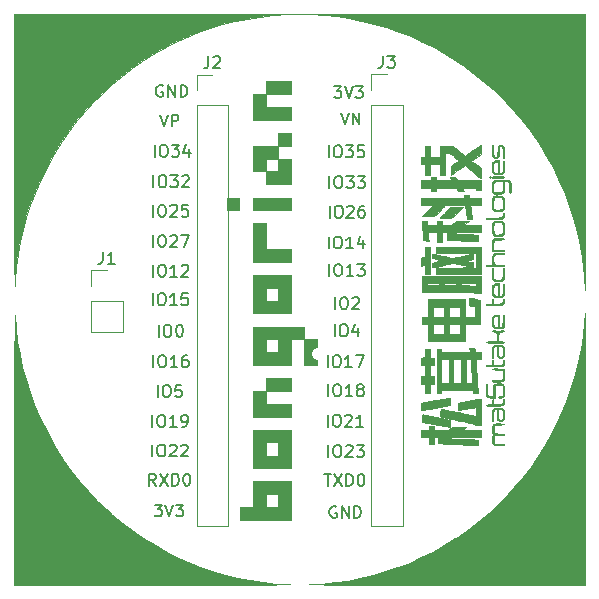
<source format=gbr>
G04 #@! TF.FileFunction,Legend,Top*
%FSLAX46Y46*%
G04 Gerber Fmt 4.6, Leading zero omitted, Abs format (unit mm)*
G04 Created by KiCad (PCBNEW 4.0.7) date 06/27/18 01:28:05*
%MOMM*%
%LPD*%
G01*
G04 APERTURE LIST*
%ADD10C,0.100000*%
%ADD11C,0.150000*%
%ADD12C,0.120000*%
%ADD13C,0.010000*%
%ADD14R,2.100000X2.100000*%
%ADD15O,2.100000X2.100000*%
%ADD16C,1.050000*%
G04 APERTURE END LIST*
D10*
D11*
X116979796Y-111183800D02*
X116884558Y-111136181D01*
X116741701Y-111136181D01*
X116598843Y-111183800D01*
X116503605Y-111279038D01*
X116455986Y-111374276D01*
X116408367Y-111564752D01*
X116408367Y-111707610D01*
X116455986Y-111898086D01*
X116503605Y-111993324D01*
X116598843Y-112088562D01*
X116741701Y-112136181D01*
X116836939Y-112136181D01*
X116979796Y-112088562D01*
X117027415Y-112040943D01*
X117027415Y-111707610D01*
X116836939Y-111707610D01*
X117455986Y-112136181D02*
X117455986Y-111136181D01*
X118027415Y-112136181D01*
X118027415Y-111136181D01*
X118503605Y-112136181D02*
X118503605Y-111136181D01*
X118741700Y-111136181D01*
X118884558Y-111183800D01*
X118979796Y-111279038D01*
X119027415Y-111374276D01*
X119075034Y-111564752D01*
X119075034Y-111707610D01*
X119027415Y-111898086D01*
X118979796Y-111993324D01*
X118884558Y-112088562D01*
X118741700Y-112136181D01*
X118503605Y-112136181D01*
X115978205Y-108431081D02*
X116549634Y-108431081D01*
X116263919Y-109431081D02*
X116263919Y-108431081D01*
X116787729Y-108431081D02*
X117454396Y-109431081D01*
X117454396Y-108431081D02*
X116787729Y-109431081D01*
X117835348Y-109431081D02*
X117835348Y-108431081D01*
X118073443Y-108431081D01*
X118216301Y-108478700D01*
X118311539Y-108573938D01*
X118359158Y-108669176D01*
X118406777Y-108859652D01*
X118406777Y-109002510D01*
X118359158Y-109192986D01*
X118311539Y-109288224D01*
X118216301Y-109383462D01*
X118073443Y-109431081D01*
X117835348Y-109431081D01*
X119025824Y-108431081D02*
X119121063Y-108431081D01*
X119216301Y-108478700D01*
X119263920Y-108526319D01*
X119311539Y-108621557D01*
X119359158Y-108812033D01*
X119359158Y-109050129D01*
X119311539Y-109240605D01*
X119263920Y-109335843D01*
X119216301Y-109383462D01*
X119121063Y-109431081D01*
X119025824Y-109431081D01*
X118930586Y-109383462D01*
X118882967Y-109335843D01*
X118835348Y-109240605D01*
X118787729Y-109050129D01*
X118787729Y-108812033D01*
X118835348Y-108621557D01*
X118882967Y-108526319D01*
X118930586Y-108478700D01*
X119025824Y-108431081D01*
X116316310Y-106967281D02*
X116316310Y-105967281D01*
X116982976Y-105967281D02*
X117173453Y-105967281D01*
X117268691Y-106014900D01*
X117363929Y-106110138D01*
X117411548Y-106300614D01*
X117411548Y-106633948D01*
X117363929Y-106824424D01*
X117268691Y-106919662D01*
X117173453Y-106967281D01*
X116982976Y-106967281D01*
X116887738Y-106919662D01*
X116792500Y-106824424D01*
X116744881Y-106633948D01*
X116744881Y-106300614D01*
X116792500Y-106110138D01*
X116887738Y-106014900D01*
X116982976Y-105967281D01*
X117792500Y-106062519D02*
X117840119Y-106014900D01*
X117935357Y-105967281D01*
X118173453Y-105967281D01*
X118268691Y-106014900D01*
X118316310Y-106062519D01*
X118363929Y-106157757D01*
X118363929Y-106252995D01*
X118316310Y-106395852D01*
X117744881Y-106967281D01*
X118363929Y-106967281D01*
X118697262Y-105967281D02*
X119316310Y-105967281D01*
X118982976Y-106348233D01*
X119125834Y-106348233D01*
X119221072Y-106395852D01*
X119268691Y-106443471D01*
X119316310Y-106538710D01*
X119316310Y-106776805D01*
X119268691Y-106872043D01*
X119221072Y-106919662D01*
X119125834Y-106967281D01*
X118840119Y-106967281D01*
X118744881Y-106919662D01*
X118697262Y-106872043D01*
X116265510Y-104401881D02*
X116265510Y-103401881D01*
X116932176Y-103401881D02*
X117122653Y-103401881D01*
X117217891Y-103449500D01*
X117313129Y-103544738D01*
X117360748Y-103735214D01*
X117360748Y-104068548D01*
X117313129Y-104259024D01*
X117217891Y-104354262D01*
X117122653Y-104401881D01*
X116932176Y-104401881D01*
X116836938Y-104354262D01*
X116741700Y-104259024D01*
X116694081Y-104068548D01*
X116694081Y-103735214D01*
X116741700Y-103544738D01*
X116836938Y-103449500D01*
X116932176Y-103401881D01*
X117741700Y-103497119D02*
X117789319Y-103449500D01*
X117884557Y-103401881D01*
X118122653Y-103401881D01*
X118217891Y-103449500D01*
X118265510Y-103497119D01*
X118313129Y-103592357D01*
X118313129Y-103687595D01*
X118265510Y-103830452D01*
X117694081Y-104401881D01*
X118313129Y-104401881D01*
X119265510Y-104401881D02*
X118694081Y-104401881D01*
X118979795Y-104401881D02*
X118979795Y-103401881D01*
X118884557Y-103544738D01*
X118789319Y-103639976D01*
X118694081Y-103687595D01*
X116303610Y-101823781D02*
X116303610Y-100823781D01*
X116970276Y-100823781D02*
X117160753Y-100823781D01*
X117255991Y-100871400D01*
X117351229Y-100966638D01*
X117398848Y-101157114D01*
X117398848Y-101490448D01*
X117351229Y-101680924D01*
X117255991Y-101776162D01*
X117160753Y-101823781D01*
X116970276Y-101823781D01*
X116875038Y-101776162D01*
X116779800Y-101680924D01*
X116732181Y-101490448D01*
X116732181Y-101157114D01*
X116779800Y-100966638D01*
X116875038Y-100871400D01*
X116970276Y-100823781D01*
X118351229Y-101823781D02*
X117779800Y-101823781D01*
X118065514Y-101823781D02*
X118065514Y-100823781D01*
X117970276Y-100966638D01*
X117875038Y-101061876D01*
X117779800Y-101109495D01*
X118922657Y-101252352D02*
X118827419Y-101204733D01*
X118779800Y-101157114D01*
X118732181Y-101061876D01*
X118732181Y-101014257D01*
X118779800Y-100919019D01*
X118827419Y-100871400D01*
X118922657Y-100823781D01*
X119113134Y-100823781D01*
X119208372Y-100871400D01*
X119255991Y-100919019D01*
X119303610Y-101014257D01*
X119303610Y-101061876D01*
X119255991Y-101157114D01*
X119208372Y-101204733D01*
X119113134Y-101252352D01*
X118922657Y-101252352D01*
X118827419Y-101299971D01*
X118779800Y-101347590D01*
X118732181Y-101442829D01*
X118732181Y-101633305D01*
X118779800Y-101728543D01*
X118827419Y-101776162D01*
X118922657Y-101823781D01*
X119113134Y-101823781D01*
X119208372Y-101776162D01*
X119255991Y-101728543D01*
X119303610Y-101633305D01*
X119303610Y-101442829D01*
X119255991Y-101347590D01*
X119208372Y-101299971D01*
X119113134Y-101252352D01*
X116252810Y-99372681D02*
X116252810Y-98372681D01*
X116919476Y-98372681D02*
X117109953Y-98372681D01*
X117205191Y-98420300D01*
X117300429Y-98515538D01*
X117348048Y-98706014D01*
X117348048Y-99039348D01*
X117300429Y-99229824D01*
X117205191Y-99325062D01*
X117109953Y-99372681D01*
X116919476Y-99372681D01*
X116824238Y-99325062D01*
X116729000Y-99229824D01*
X116681381Y-99039348D01*
X116681381Y-98706014D01*
X116729000Y-98515538D01*
X116824238Y-98420300D01*
X116919476Y-98372681D01*
X118300429Y-99372681D02*
X117729000Y-99372681D01*
X118014714Y-99372681D02*
X118014714Y-98372681D01*
X117919476Y-98515538D01*
X117824238Y-98610776D01*
X117729000Y-98658395D01*
X118633762Y-98372681D02*
X119300429Y-98372681D01*
X118871857Y-99372681D01*
X116843300Y-96756481D02*
X116843300Y-95756481D01*
X117509966Y-95756481D02*
X117700443Y-95756481D01*
X117795681Y-95804100D01*
X117890919Y-95899338D01*
X117938538Y-96089814D01*
X117938538Y-96423148D01*
X117890919Y-96613624D01*
X117795681Y-96708862D01*
X117700443Y-96756481D01*
X117509966Y-96756481D01*
X117414728Y-96708862D01*
X117319490Y-96613624D01*
X117271871Y-96423148D01*
X117271871Y-96089814D01*
X117319490Y-95899338D01*
X117414728Y-95804100D01*
X117509966Y-95756481D01*
X118795681Y-96089814D02*
X118795681Y-96756481D01*
X118557585Y-95708862D02*
X118319490Y-96423148D01*
X118938538Y-96423148D01*
X116868700Y-94457781D02*
X116868700Y-93457781D01*
X117535366Y-93457781D02*
X117725843Y-93457781D01*
X117821081Y-93505400D01*
X117916319Y-93600638D01*
X117963938Y-93791114D01*
X117963938Y-94124448D01*
X117916319Y-94314924D01*
X117821081Y-94410162D01*
X117725843Y-94457781D01*
X117535366Y-94457781D01*
X117440128Y-94410162D01*
X117344890Y-94314924D01*
X117297271Y-94124448D01*
X117297271Y-93791114D01*
X117344890Y-93600638D01*
X117440128Y-93505400D01*
X117535366Y-93457781D01*
X118344890Y-93553019D02*
X118392509Y-93505400D01*
X118487747Y-93457781D01*
X118725843Y-93457781D01*
X118821081Y-93505400D01*
X118868700Y-93553019D01*
X118916319Y-93648257D01*
X118916319Y-93743495D01*
X118868700Y-93886352D01*
X118297271Y-94457781D01*
X118916319Y-94457781D01*
X116379810Y-91651081D02*
X116379810Y-90651081D01*
X117046476Y-90651081D02*
X117236953Y-90651081D01*
X117332191Y-90698700D01*
X117427429Y-90793938D01*
X117475048Y-90984414D01*
X117475048Y-91317748D01*
X117427429Y-91508224D01*
X117332191Y-91603462D01*
X117236953Y-91651081D01*
X117046476Y-91651081D01*
X116951238Y-91603462D01*
X116856000Y-91508224D01*
X116808381Y-91317748D01*
X116808381Y-90984414D01*
X116856000Y-90793938D01*
X116951238Y-90698700D01*
X117046476Y-90651081D01*
X118427429Y-91651081D02*
X117856000Y-91651081D01*
X118141714Y-91651081D02*
X118141714Y-90651081D01*
X118046476Y-90793938D01*
X117951238Y-90889176D01*
X117856000Y-90936795D01*
X118760762Y-90651081D02*
X119379810Y-90651081D01*
X119046476Y-91032033D01*
X119189334Y-91032033D01*
X119284572Y-91079652D01*
X119332191Y-91127271D01*
X119379810Y-91222510D01*
X119379810Y-91460605D01*
X119332191Y-91555843D01*
X119284572Y-91603462D01*
X119189334Y-91651081D01*
X118903619Y-91651081D01*
X118808381Y-91603462D01*
X118760762Y-91555843D01*
X116354410Y-89314281D02*
X116354410Y-88314281D01*
X117021076Y-88314281D02*
X117211553Y-88314281D01*
X117306791Y-88361900D01*
X117402029Y-88457138D01*
X117449648Y-88647614D01*
X117449648Y-88980948D01*
X117402029Y-89171424D01*
X117306791Y-89266662D01*
X117211553Y-89314281D01*
X117021076Y-89314281D01*
X116925838Y-89266662D01*
X116830600Y-89171424D01*
X116782981Y-88980948D01*
X116782981Y-88647614D01*
X116830600Y-88457138D01*
X116925838Y-88361900D01*
X117021076Y-88314281D01*
X118402029Y-89314281D02*
X117830600Y-89314281D01*
X118116314Y-89314281D02*
X118116314Y-88314281D01*
X118021076Y-88457138D01*
X117925838Y-88552376D01*
X117830600Y-88599995D01*
X119259172Y-88647614D02*
X119259172Y-89314281D01*
X119021076Y-88266662D02*
X118782981Y-88980948D01*
X119402029Y-88980948D01*
X116417910Y-86710781D02*
X116417910Y-85710781D01*
X117084576Y-85710781D02*
X117275053Y-85710781D01*
X117370291Y-85758400D01*
X117465529Y-85853638D01*
X117513148Y-86044114D01*
X117513148Y-86377448D01*
X117465529Y-86567924D01*
X117370291Y-86663162D01*
X117275053Y-86710781D01*
X117084576Y-86710781D01*
X116989338Y-86663162D01*
X116894100Y-86567924D01*
X116846481Y-86377448D01*
X116846481Y-86044114D01*
X116894100Y-85853638D01*
X116989338Y-85758400D01*
X117084576Y-85710781D01*
X117894100Y-85806019D02*
X117941719Y-85758400D01*
X118036957Y-85710781D01*
X118275053Y-85710781D01*
X118370291Y-85758400D01*
X118417910Y-85806019D01*
X118465529Y-85901257D01*
X118465529Y-85996495D01*
X118417910Y-86139352D01*
X117846481Y-86710781D01*
X118465529Y-86710781D01*
X119322672Y-85710781D02*
X119132195Y-85710781D01*
X119036957Y-85758400D01*
X118989338Y-85806019D01*
X118894100Y-85948876D01*
X118846481Y-86139352D01*
X118846481Y-86520305D01*
X118894100Y-86615543D01*
X118941719Y-86663162D01*
X119036957Y-86710781D01*
X119227434Y-86710781D01*
X119322672Y-86663162D01*
X119370291Y-86615543D01*
X119417910Y-86520305D01*
X119417910Y-86282210D01*
X119370291Y-86186971D01*
X119322672Y-86139352D01*
X119227434Y-86091733D01*
X119036957Y-86091733D01*
X118941719Y-86139352D01*
X118894100Y-86186971D01*
X118846481Y-86282210D01*
X116405210Y-84196181D02*
X116405210Y-83196181D01*
X117071876Y-83196181D02*
X117262353Y-83196181D01*
X117357591Y-83243800D01*
X117452829Y-83339038D01*
X117500448Y-83529514D01*
X117500448Y-83862848D01*
X117452829Y-84053324D01*
X117357591Y-84148562D01*
X117262353Y-84196181D01*
X117071876Y-84196181D01*
X116976638Y-84148562D01*
X116881400Y-84053324D01*
X116833781Y-83862848D01*
X116833781Y-83529514D01*
X116881400Y-83339038D01*
X116976638Y-83243800D01*
X117071876Y-83196181D01*
X117833781Y-83196181D02*
X118452829Y-83196181D01*
X118119495Y-83577133D01*
X118262353Y-83577133D01*
X118357591Y-83624752D01*
X118405210Y-83672371D01*
X118452829Y-83767610D01*
X118452829Y-84005705D01*
X118405210Y-84100943D01*
X118357591Y-84148562D01*
X118262353Y-84196181D01*
X117976638Y-84196181D01*
X117881400Y-84148562D01*
X117833781Y-84100943D01*
X118786162Y-83196181D02*
X119405210Y-83196181D01*
X119071876Y-83577133D01*
X119214734Y-83577133D01*
X119309972Y-83624752D01*
X119357591Y-83672371D01*
X119405210Y-83767610D01*
X119405210Y-84005705D01*
X119357591Y-84100943D01*
X119309972Y-84148562D01*
X119214734Y-84196181D01*
X118929019Y-84196181D01*
X118833781Y-84148562D01*
X118786162Y-84100943D01*
X116354410Y-81605381D02*
X116354410Y-80605381D01*
X117021076Y-80605381D02*
X117211553Y-80605381D01*
X117306791Y-80653000D01*
X117402029Y-80748238D01*
X117449648Y-80938714D01*
X117449648Y-81272048D01*
X117402029Y-81462524D01*
X117306791Y-81557762D01*
X117211553Y-81605381D01*
X117021076Y-81605381D01*
X116925838Y-81557762D01*
X116830600Y-81462524D01*
X116782981Y-81272048D01*
X116782981Y-80938714D01*
X116830600Y-80748238D01*
X116925838Y-80653000D01*
X117021076Y-80605381D01*
X117782981Y-80605381D02*
X118402029Y-80605381D01*
X118068695Y-80986333D01*
X118211553Y-80986333D01*
X118306791Y-81033952D01*
X118354410Y-81081571D01*
X118402029Y-81176810D01*
X118402029Y-81414905D01*
X118354410Y-81510143D01*
X118306791Y-81557762D01*
X118211553Y-81605381D01*
X117925838Y-81605381D01*
X117830600Y-81557762D01*
X117782981Y-81510143D01*
X119306791Y-80605381D02*
X118830600Y-80605381D01*
X118782981Y-81081571D01*
X118830600Y-81033952D01*
X118925838Y-80986333D01*
X119163934Y-80986333D01*
X119259172Y-81033952D01*
X119306791Y-81081571D01*
X119354410Y-81176810D01*
X119354410Y-81414905D01*
X119306791Y-81510143D01*
X119259172Y-81557762D01*
X119163934Y-81605381D01*
X118925838Y-81605381D01*
X118830600Y-81557762D01*
X118782981Y-81510143D01*
X117367157Y-77824081D02*
X117700490Y-78824081D01*
X118033824Y-77824081D01*
X118367157Y-78824081D02*
X118367157Y-77824081D01*
X118938586Y-78824081D01*
X118938586Y-77824081D01*
X116795705Y-75576181D02*
X117414753Y-75576181D01*
X117081419Y-75957133D01*
X117224277Y-75957133D01*
X117319515Y-76004752D01*
X117367134Y-76052371D01*
X117414753Y-76147610D01*
X117414753Y-76385705D01*
X117367134Y-76480943D01*
X117319515Y-76528562D01*
X117224277Y-76576181D01*
X116938562Y-76576181D01*
X116843324Y-76528562D01*
X116795705Y-76480943D01*
X117700467Y-75576181D02*
X118033800Y-76576181D01*
X118367134Y-75576181D01*
X118605229Y-75576181D02*
X119224277Y-75576181D01*
X118890943Y-75957133D01*
X119033801Y-75957133D01*
X119129039Y-76004752D01*
X119176658Y-76052371D01*
X119224277Y-76147610D01*
X119224277Y-76385705D01*
X119176658Y-76480943D01*
X119129039Y-76528562D01*
X119033801Y-76576181D01*
X118748086Y-76576181D01*
X118652848Y-76528562D01*
X118605229Y-76480943D01*
X101606505Y-111009181D02*
X102225553Y-111009181D01*
X101892219Y-111390133D01*
X102035077Y-111390133D01*
X102130315Y-111437752D01*
X102177934Y-111485371D01*
X102225553Y-111580610D01*
X102225553Y-111818705D01*
X102177934Y-111913943D01*
X102130315Y-111961562D01*
X102035077Y-112009181D01*
X101749362Y-112009181D01*
X101654124Y-111961562D01*
X101606505Y-111913943D01*
X102511267Y-111009181D02*
X102844600Y-112009181D01*
X103177934Y-111009181D01*
X103416029Y-111009181D02*
X104035077Y-111009181D01*
X103701743Y-111390133D01*
X103844601Y-111390133D01*
X103939839Y-111437752D01*
X103987458Y-111485371D01*
X104035077Y-111580610D01*
X104035077Y-111818705D01*
X103987458Y-111913943D01*
X103939839Y-111961562D01*
X103844601Y-112009181D01*
X103558886Y-112009181D01*
X103463648Y-111961562D01*
X103416029Y-111913943D01*
X101714443Y-109405681D02*
X101381109Y-108929490D01*
X101143014Y-109405681D02*
X101143014Y-108405681D01*
X101523967Y-108405681D01*
X101619205Y-108453300D01*
X101666824Y-108500919D01*
X101714443Y-108596157D01*
X101714443Y-108739014D01*
X101666824Y-108834252D01*
X101619205Y-108881871D01*
X101523967Y-108929490D01*
X101143014Y-108929490D01*
X102047776Y-108405681D02*
X102714443Y-109405681D01*
X102714443Y-108405681D02*
X102047776Y-109405681D01*
X103095395Y-109405681D02*
X103095395Y-108405681D01*
X103333490Y-108405681D01*
X103476348Y-108453300D01*
X103571586Y-108548538D01*
X103619205Y-108643776D01*
X103666824Y-108834252D01*
X103666824Y-108977110D01*
X103619205Y-109167586D01*
X103571586Y-109262824D01*
X103476348Y-109358062D01*
X103333490Y-109405681D01*
X103095395Y-109405681D01*
X104285871Y-108405681D02*
X104381110Y-108405681D01*
X104476348Y-108453300D01*
X104523967Y-108500919D01*
X104571586Y-108596157D01*
X104619205Y-108786633D01*
X104619205Y-109024729D01*
X104571586Y-109215205D01*
X104523967Y-109310443D01*
X104476348Y-109358062D01*
X104381110Y-109405681D01*
X104285871Y-109405681D01*
X104190633Y-109358062D01*
X104143014Y-109310443D01*
X104095395Y-109215205D01*
X104047776Y-109024729D01*
X104047776Y-108786633D01*
X104095395Y-108596157D01*
X104143014Y-108500919D01*
X104190633Y-108453300D01*
X104285871Y-108405681D01*
X101419210Y-106929181D02*
X101419210Y-105929181D01*
X102085876Y-105929181D02*
X102276353Y-105929181D01*
X102371591Y-105976800D01*
X102466829Y-106072038D01*
X102514448Y-106262514D01*
X102514448Y-106595848D01*
X102466829Y-106786324D01*
X102371591Y-106881562D01*
X102276353Y-106929181D01*
X102085876Y-106929181D01*
X101990638Y-106881562D01*
X101895400Y-106786324D01*
X101847781Y-106595848D01*
X101847781Y-106262514D01*
X101895400Y-106072038D01*
X101990638Y-105976800D01*
X102085876Y-105929181D01*
X102895400Y-106024419D02*
X102943019Y-105976800D01*
X103038257Y-105929181D01*
X103276353Y-105929181D01*
X103371591Y-105976800D01*
X103419210Y-106024419D01*
X103466829Y-106119657D01*
X103466829Y-106214895D01*
X103419210Y-106357752D01*
X102847781Y-106929181D01*
X103466829Y-106929181D01*
X103847781Y-106024419D02*
X103895400Y-105976800D01*
X103990638Y-105929181D01*
X104228734Y-105929181D01*
X104323972Y-105976800D01*
X104371591Y-106024419D01*
X104419210Y-106119657D01*
X104419210Y-106214895D01*
X104371591Y-106357752D01*
X103800162Y-106929181D01*
X104419210Y-106929181D01*
X101419210Y-104427281D02*
X101419210Y-103427281D01*
X102085876Y-103427281D02*
X102276353Y-103427281D01*
X102371591Y-103474900D01*
X102466829Y-103570138D01*
X102514448Y-103760614D01*
X102514448Y-104093948D01*
X102466829Y-104284424D01*
X102371591Y-104379662D01*
X102276353Y-104427281D01*
X102085876Y-104427281D01*
X101990638Y-104379662D01*
X101895400Y-104284424D01*
X101847781Y-104093948D01*
X101847781Y-103760614D01*
X101895400Y-103570138D01*
X101990638Y-103474900D01*
X102085876Y-103427281D01*
X103466829Y-104427281D02*
X102895400Y-104427281D01*
X103181114Y-104427281D02*
X103181114Y-103427281D01*
X103085876Y-103570138D01*
X102990638Y-103665376D01*
X102895400Y-103712995D01*
X103943019Y-104427281D02*
X104133495Y-104427281D01*
X104228734Y-104379662D01*
X104276353Y-104332043D01*
X104371591Y-104189186D01*
X104419210Y-103998710D01*
X104419210Y-103617757D01*
X104371591Y-103522519D01*
X104323972Y-103474900D01*
X104228734Y-103427281D01*
X104038257Y-103427281D01*
X103943019Y-103474900D01*
X103895400Y-103522519D01*
X103847781Y-103617757D01*
X103847781Y-103855852D01*
X103895400Y-103951090D01*
X103943019Y-103998710D01*
X104038257Y-104046329D01*
X104228734Y-104046329D01*
X104323972Y-103998710D01*
X104371591Y-103951090D01*
X104419210Y-103855852D01*
X101857300Y-101887281D02*
X101857300Y-100887281D01*
X102523966Y-100887281D02*
X102714443Y-100887281D01*
X102809681Y-100934900D01*
X102904919Y-101030138D01*
X102952538Y-101220614D01*
X102952538Y-101553948D01*
X102904919Y-101744424D01*
X102809681Y-101839662D01*
X102714443Y-101887281D01*
X102523966Y-101887281D01*
X102428728Y-101839662D01*
X102333490Y-101744424D01*
X102285871Y-101553948D01*
X102285871Y-101220614D01*
X102333490Y-101030138D01*
X102428728Y-100934900D01*
X102523966Y-100887281D01*
X103857300Y-100887281D02*
X103381109Y-100887281D01*
X103333490Y-101363471D01*
X103381109Y-101315852D01*
X103476347Y-101268233D01*
X103714443Y-101268233D01*
X103809681Y-101315852D01*
X103857300Y-101363471D01*
X103904919Y-101458710D01*
X103904919Y-101696805D01*
X103857300Y-101792043D01*
X103809681Y-101839662D01*
X103714443Y-101887281D01*
X103476347Y-101887281D01*
X103381109Y-101839662D01*
X103333490Y-101792043D01*
X101482710Y-99372681D02*
X101482710Y-98372681D01*
X102149376Y-98372681D02*
X102339853Y-98372681D01*
X102435091Y-98420300D01*
X102530329Y-98515538D01*
X102577948Y-98706014D01*
X102577948Y-99039348D01*
X102530329Y-99229824D01*
X102435091Y-99325062D01*
X102339853Y-99372681D01*
X102149376Y-99372681D01*
X102054138Y-99325062D01*
X101958900Y-99229824D01*
X101911281Y-99039348D01*
X101911281Y-98706014D01*
X101958900Y-98515538D01*
X102054138Y-98420300D01*
X102149376Y-98372681D01*
X103530329Y-99372681D02*
X102958900Y-99372681D01*
X103244614Y-99372681D02*
X103244614Y-98372681D01*
X103149376Y-98515538D01*
X103054138Y-98610776D01*
X102958900Y-98658395D01*
X104387472Y-98372681D02*
X104196995Y-98372681D01*
X104101757Y-98420300D01*
X104054138Y-98467919D01*
X103958900Y-98610776D01*
X103911281Y-98801252D01*
X103911281Y-99182205D01*
X103958900Y-99277443D01*
X104006519Y-99325062D01*
X104101757Y-99372681D01*
X104292234Y-99372681D01*
X104387472Y-99325062D01*
X104435091Y-99277443D01*
X104482710Y-99182205D01*
X104482710Y-98944110D01*
X104435091Y-98848871D01*
X104387472Y-98801252D01*
X104292234Y-98753633D01*
X104101757Y-98753633D01*
X104006519Y-98801252D01*
X103958900Y-98848871D01*
X103911281Y-98944110D01*
X101933500Y-96794581D02*
X101933500Y-95794581D01*
X102600166Y-95794581D02*
X102790643Y-95794581D01*
X102885881Y-95842200D01*
X102981119Y-95937438D01*
X103028738Y-96127914D01*
X103028738Y-96461248D01*
X102981119Y-96651724D01*
X102885881Y-96746962D01*
X102790643Y-96794581D01*
X102600166Y-96794581D01*
X102504928Y-96746962D01*
X102409690Y-96651724D01*
X102362071Y-96461248D01*
X102362071Y-96127914D01*
X102409690Y-95937438D01*
X102504928Y-95842200D01*
X102600166Y-95794581D01*
X103647785Y-95794581D02*
X103743024Y-95794581D01*
X103838262Y-95842200D01*
X103885881Y-95889819D01*
X103933500Y-95985057D01*
X103981119Y-96175533D01*
X103981119Y-96413629D01*
X103933500Y-96604105D01*
X103885881Y-96699343D01*
X103838262Y-96746962D01*
X103743024Y-96794581D01*
X103647785Y-96794581D01*
X103552547Y-96746962D01*
X103504928Y-96699343D01*
X103457309Y-96604105D01*
X103409690Y-96413629D01*
X103409690Y-96175533D01*
X103457309Y-95985057D01*
X103504928Y-95889819D01*
X103552547Y-95842200D01*
X103647785Y-95794581D01*
X101444610Y-94127581D02*
X101444610Y-93127581D01*
X102111276Y-93127581D02*
X102301753Y-93127581D01*
X102396991Y-93175200D01*
X102492229Y-93270438D01*
X102539848Y-93460914D01*
X102539848Y-93794248D01*
X102492229Y-93984724D01*
X102396991Y-94079962D01*
X102301753Y-94127581D01*
X102111276Y-94127581D01*
X102016038Y-94079962D01*
X101920800Y-93984724D01*
X101873181Y-93794248D01*
X101873181Y-93460914D01*
X101920800Y-93270438D01*
X102016038Y-93175200D01*
X102111276Y-93127581D01*
X103492229Y-94127581D02*
X102920800Y-94127581D01*
X103206514Y-94127581D02*
X103206514Y-93127581D01*
X103111276Y-93270438D01*
X103016038Y-93365676D01*
X102920800Y-93413295D01*
X104396991Y-93127581D02*
X103920800Y-93127581D01*
X103873181Y-93603771D01*
X103920800Y-93556152D01*
X104016038Y-93508533D01*
X104254134Y-93508533D01*
X104349372Y-93556152D01*
X104396991Y-93603771D01*
X104444610Y-93699010D01*
X104444610Y-93937105D01*
X104396991Y-94032343D01*
X104349372Y-94079962D01*
X104254134Y-94127581D01*
X104016038Y-94127581D01*
X103920800Y-94079962D01*
X103873181Y-94032343D01*
X101457310Y-91701881D02*
X101457310Y-90701881D01*
X102123976Y-90701881D02*
X102314453Y-90701881D01*
X102409691Y-90749500D01*
X102504929Y-90844738D01*
X102552548Y-91035214D01*
X102552548Y-91368548D01*
X102504929Y-91559024D01*
X102409691Y-91654262D01*
X102314453Y-91701881D01*
X102123976Y-91701881D01*
X102028738Y-91654262D01*
X101933500Y-91559024D01*
X101885881Y-91368548D01*
X101885881Y-91035214D01*
X101933500Y-90844738D01*
X102028738Y-90749500D01*
X102123976Y-90701881D01*
X103504929Y-91701881D02*
X102933500Y-91701881D01*
X103219214Y-91701881D02*
X103219214Y-90701881D01*
X103123976Y-90844738D01*
X103028738Y-90939976D01*
X102933500Y-90987595D01*
X103885881Y-90797119D02*
X103933500Y-90749500D01*
X104028738Y-90701881D01*
X104266834Y-90701881D01*
X104362072Y-90749500D01*
X104409691Y-90797119D01*
X104457310Y-90892357D01*
X104457310Y-90987595D01*
X104409691Y-91130452D01*
X103838262Y-91701881D01*
X104457310Y-91701881D01*
X101470010Y-89187281D02*
X101470010Y-88187281D01*
X102136676Y-88187281D02*
X102327153Y-88187281D01*
X102422391Y-88234900D01*
X102517629Y-88330138D01*
X102565248Y-88520614D01*
X102565248Y-88853948D01*
X102517629Y-89044424D01*
X102422391Y-89139662D01*
X102327153Y-89187281D01*
X102136676Y-89187281D01*
X102041438Y-89139662D01*
X101946200Y-89044424D01*
X101898581Y-88853948D01*
X101898581Y-88520614D01*
X101946200Y-88330138D01*
X102041438Y-88234900D01*
X102136676Y-88187281D01*
X102946200Y-88282519D02*
X102993819Y-88234900D01*
X103089057Y-88187281D01*
X103327153Y-88187281D01*
X103422391Y-88234900D01*
X103470010Y-88282519D01*
X103517629Y-88377757D01*
X103517629Y-88472995D01*
X103470010Y-88615852D01*
X102898581Y-89187281D01*
X103517629Y-89187281D01*
X103850962Y-88187281D02*
X104517629Y-88187281D01*
X104089057Y-89187281D01*
X101470010Y-86634581D02*
X101470010Y-85634581D01*
X102136676Y-85634581D02*
X102327153Y-85634581D01*
X102422391Y-85682200D01*
X102517629Y-85777438D01*
X102565248Y-85967914D01*
X102565248Y-86301248D01*
X102517629Y-86491724D01*
X102422391Y-86586962D01*
X102327153Y-86634581D01*
X102136676Y-86634581D01*
X102041438Y-86586962D01*
X101946200Y-86491724D01*
X101898581Y-86301248D01*
X101898581Y-85967914D01*
X101946200Y-85777438D01*
X102041438Y-85682200D01*
X102136676Y-85634581D01*
X102946200Y-85729819D02*
X102993819Y-85682200D01*
X103089057Y-85634581D01*
X103327153Y-85634581D01*
X103422391Y-85682200D01*
X103470010Y-85729819D01*
X103517629Y-85825057D01*
X103517629Y-85920295D01*
X103470010Y-86063152D01*
X102898581Y-86634581D01*
X103517629Y-86634581D01*
X104422391Y-85634581D02*
X103946200Y-85634581D01*
X103898581Y-86110771D01*
X103946200Y-86063152D01*
X104041438Y-86015533D01*
X104279534Y-86015533D01*
X104374772Y-86063152D01*
X104422391Y-86110771D01*
X104470010Y-86206010D01*
X104470010Y-86444105D01*
X104422391Y-86539343D01*
X104374772Y-86586962D01*
X104279534Y-86634581D01*
X104041438Y-86634581D01*
X103946200Y-86586962D01*
X103898581Y-86539343D01*
X101508110Y-84132681D02*
X101508110Y-83132681D01*
X102174776Y-83132681D02*
X102365253Y-83132681D01*
X102460491Y-83180300D01*
X102555729Y-83275538D01*
X102603348Y-83466014D01*
X102603348Y-83799348D01*
X102555729Y-83989824D01*
X102460491Y-84085062D01*
X102365253Y-84132681D01*
X102174776Y-84132681D01*
X102079538Y-84085062D01*
X101984300Y-83989824D01*
X101936681Y-83799348D01*
X101936681Y-83466014D01*
X101984300Y-83275538D01*
X102079538Y-83180300D01*
X102174776Y-83132681D01*
X102936681Y-83132681D02*
X103555729Y-83132681D01*
X103222395Y-83513633D01*
X103365253Y-83513633D01*
X103460491Y-83561252D01*
X103508110Y-83608871D01*
X103555729Y-83704110D01*
X103555729Y-83942205D01*
X103508110Y-84037443D01*
X103460491Y-84085062D01*
X103365253Y-84132681D01*
X103079538Y-84132681D01*
X102984300Y-84085062D01*
X102936681Y-84037443D01*
X103936681Y-83227919D02*
X103984300Y-83180300D01*
X104079538Y-83132681D01*
X104317634Y-83132681D01*
X104412872Y-83180300D01*
X104460491Y-83227919D01*
X104508110Y-83323157D01*
X104508110Y-83418395D01*
X104460491Y-83561252D01*
X103889062Y-84132681D01*
X104508110Y-84132681D01*
X101609710Y-81554581D02*
X101609710Y-80554581D01*
X102276376Y-80554581D02*
X102466853Y-80554581D01*
X102562091Y-80602200D01*
X102657329Y-80697438D01*
X102704948Y-80887914D01*
X102704948Y-81221248D01*
X102657329Y-81411724D01*
X102562091Y-81506962D01*
X102466853Y-81554581D01*
X102276376Y-81554581D01*
X102181138Y-81506962D01*
X102085900Y-81411724D01*
X102038281Y-81221248D01*
X102038281Y-80887914D01*
X102085900Y-80697438D01*
X102181138Y-80602200D01*
X102276376Y-80554581D01*
X103038281Y-80554581D02*
X103657329Y-80554581D01*
X103323995Y-80935533D01*
X103466853Y-80935533D01*
X103562091Y-80983152D01*
X103609710Y-81030771D01*
X103657329Y-81126010D01*
X103657329Y-81364105D01*
X103609710Y-81459343D01*
X103562091Y-81506962D01*
X103466853Y-81554581D01*
X103181138Y-81554581D01*
X103085900Y-81506962D01*
X103038281Y-81459343D01*
X104514472Y-80887914D02*
X104514472Y-81554581D01*
X104276376Y-80506962D02*
X104038281Y-81221248D01*
X104657329Y-81221248D01*
X102049367Y-77989181D02*
X102382700Y-78989181D01*
X102716034Y-77989181D01*
X103049367Y-78989181D02*
X103049367Y-77989181D01*
X103430320Y-77989181D01*
X103525558Y-78036800D01*
X103573177Y-78084419D01*
X103620796Y-78179657D01*
X103620796Y-78322514D01*
X103573177Y-78417752D01*
X103525558Y-78465371D01*
X103430320Y-78512990D01*
X103049367Y-78512990D01*
X102285896Y-75534900D02*
X102190658Y-75487281D01*
X102047801Y-75487281D01*
X101904943Y-75534900D01*
X101809705Y-75630138D01*
X101762086Y-75725376D01*
X101714467Y-75915852D01*
X101714467Y-76058710D01*
X101762086Y-76249186D01*
X101809705Y-76344424D01*
X101904943Y-76439662D01*
X102047801Y-76487281D01*
X102143039Y-76487281D01*
X102285896Y-76439662D01*
X102333515Y-76392043D01*
X102333515Y-76058710D01*
X102143039Y-76058710D01*
X102762086Y-76487281D02*
X102762086Y-75487281D01*
X103333515Y-76487281D01*
X103333515Y-75487281D01*
X103809705Y-76487281D02*
X103809705Y-75487281D01*
X104047800Y-75487281D01*
X104190658Y-75534900D01*
X104285896Y-75630138D01*
X104333515Y-75725376D01*
X104381134Y-75915852D01*
X104381134Y-76058710D01*
X104333515Y-76249186D01*
X104285896Y-76344424D01*
X104190658Y-76439662D01*
X104047800Y-76487281D01*
X103809705Y-76487281D01*
D12*
X105160000Y-112823300D02*
X107820000Y-112823300D01*
X105160000Y-77203300D02*
X105160000Y-112823300D01*
X107820000Y-77203300D02*
X107820000Y-112823300D01*
X105160000Y-77203300D02*
X107820000Y-77203300D01*
X105160000Y-75933300D02*
X105160000Y-74603300D01*
X105160000Y-74603300D02*
X106490000Y-74603300D01*
X119942000Y-112785200D02*
X122602000Y-112785200D01*
X119942000Y-77165200D02*
X119942000Y-112785200D01*
X122602000Y-77165200D02*
X122602000Y-112785200D01*
X119942000Y-77165200D02*
X122602000Y-77165200D01*
X119942000Y-75895200D02*
X119942000Y-74565200D01*
X119942000Y-74565200D02*
X121272000Y-74565200D01*
X96231400Y-96364100D02*
X98891400Y-96364100D01*
X96231400Y-93764100D02*
X96231400Y-96364100D01*
X98891400Y-93764100D02*
X98891400Y-96364100D01*
X96231400Y-93764100D02*
X98891400Y-93764100D01*
X96231400Y-92494100D02*
X96231400Y-91164100D01*
X96231400Y-91164100D02*
X97561400Y-91164100D01*
D13*
G36*
X89754495Y-94971960D02*
X89842856Y-96088302D01*
X89980218Y-97191520D01*
X90166239Y-98280790D01*
X90400579Y-99355289D01*
X90682897Y-100414191D01*
X91012853Y-101456674D01*
X91390106Y-102481912D01*
X91814315Y-103489082D01*
X92285139Y-104477359D01*
X92802238Y-105445919D01*
X93365271Y-106393938D01*
X93973898Y-107320593D01*
X94627778Y-108225058D01*
X95326569Y-109106509D01*
X95850485Y-109718707D01*
X95984866Y-109866879D01*
X96150288Y-110042781D01*
X96340191Y-110239908D01*
X96548016Y-110451757D01*
X96767201Y-110671822D01*
X96991188Y-110893600D01*
X97213415Y-111110586D01*
X97427324Y-111316277D01*
X97626353Y-111504168D01*
X97803943Y-111667755D01*
X97926445Y-111776995D01*
X98787712Y-112496642D01*
X99674141Y-113172384D01*
X100584669Y-113803800D01*
X101518236Y-114390470D01*
X102473780Y-114931976D01*
X103450238Y-115427897D01*
X104446549Y-115877815D01*
X105461652Y-116281309D01*
X106494485Y-116637961D01*
X107543985Y-116947350D01*
X108609092Y-117209058D01*
X109688743Y-117422664D01*
X110781877Y-117587750D01*
X111887433Y-117703895D01*
X113004347Y-117770681D01*
X113105424Y-117774258D01*
X113093644Y-117774712D01*
X113032557Y-117775180D01*
X112923709Y-117775661D01*
X112768643Y-117776152D01*
X112568904Y-117776652D01*
X112326037Y-117777160D01*
X112041587Y-117777674D01*
X111717097Y-117778193D01*
X111354113Y-117778714D01*
X110954179Y-117779236D01*
X110518839Y-117779758D01*
X110049638Y-117780278D01*
X109548120Y-117780795D01*
X109015830Y-117781306D01*
X108454313Y-117781811D01*
X107865113Y-117782307D01*
X107249775Y-117782794D01*
X106609842Y-117783269D01*
X105946860Y-117783731D01*
X105262374Y-117784178D01*
X104557927Y-117784609D01*
X103835064Y-117785022D01*
X103095330Y-117785416D01*
X102340269Y-117785789D01*
X101571426Y-117786139D01*
X101517787Y-117786163D01*
X89726746Y-117791279D01*
X89730514Y-106203642D01*
X89730805Y-105442089D01*
X89731178Y-104694842D01*
X89731629Y-103963429D01*
X89732154Y-103249381D01*
X89732751Y-102554227D01*
X89733415Y-101879498D01*
X89734145Y-101226722D01*
X89734936Y-100597430D01*
X89735786Y-99993152D01*
X89736690Y-99415417D01*
X89737647Y-98865756D01*
X89738652Y-98345697D01*
X89739702Y-97856772D01*
X89740794Y-97400509D01*
X89741925Y-96978439D01*
X89743091Y-96592092D01*
X89744289Y-96242996D01*
X89745517Y-95932683D01*
X89746770Y-95662682D01*
X89748045Y-95434522D01*
X89749340Y-95249734D01*
X89750650Y-95109847D01*
X89751973Y-95016391D01*
X89753305Y-94970897D01*
X89754495Y-94971960D01*
X89754495Y-94971960D01*
G37*
X89754495Y-94971960D02*
X89842856Y-96088302D01*
X89980218Y-97191520D01*
X90166239Y-98280790D01*
X90400579Y-99355289D01*
X90682897Y-100414191D01*
X91012853Y-101456674D01*
X91390106Y-102481912D01*
X91814315Y-103489082D01*
X92285139Y-104477359D01*
X92802238Y-105445919D01*
X93365271Y-106393938D01*
X93973898Y-107320593D01*
X94627778Y-108225058D01*
X95326569Y-109106509D01*
X95850485Y-109718707D01*
X95984866Y-109866879D01*
X96150288Y-110042781D01*
X96340191Y-110239908D01*
X96548016Y-110451757D01*
X96767201Y-110671822D01*
X96991188Y-110893600D01*
X97213415Y-111110586D01*
X97427324Y-111316277D01*
X97626353Y-111504168D01*
X97803943Y-111667755D01*
X97926445Y-111776995D01*
X98787712Y-112496642D01*
X99674141Y-113172384D01*
X100584669Y-113803800D01*
X101518236Y-114390470D01*
X102473780Y-114931976D01*
X103450238Y-115427897D01*
X104446549Y-115877815D01*
X105461652Y-116281309D01*
X106494485Y-116637961D01*
X107543985Y-116947350D01*
X108609092Y-117209058D01*
X109688743Y-117422664D01*
X110781877Y-117587750D01*
X111887433Y-117703895D01*
X113004347Y-117770681D01*
X113105424Y-117774258D01*
X113093644Y-117774712D01*
X113032557Y-117775180D01*
X112923709Y-117775661D01*
X112768643Y-117776152D01*
X112568904Y-117776652D01*
X112326037Y-117777160D01*
X112041587Y-117777674D01*
X111717097Y-117778193D01*
X111354113Y-117778714D01*
X110954179Y-117779236D01*
X110518839Y-117779758D01*
X110049638Y-117780278D01*
X109548120Y-117780795D01*
X109015830Y-117781306D01*
X108454313Y-117781811D01*
X107865113Y-117782307D01*
X107249775Y-117782794D01*
X106609842Y-117783269D01*
X105946860Y-117783731D01*
X105262374Y-117784178D01*
X104557927Y-117784609D01*
X103835064Y-117785022D01*
X103095330Y-117785416D01*
X102340269Y-117785789D01*
X101571426Y-117786139D01*
X101517787Y-117786163D01*
X89726746Y-117791279D01*
X89730514Y-106203642D01*
X89730805Y-105442089D01*
X89731178Y-104694842D01*
X89731629Y-103963429D01*
X89732154Y-103249381D01*
X89732751Y-102554227D01*
X89733415Y-101879498D01*
X89734145Y-101226722D01*
X89734936Y-100597430D01*
X89735786Y-99993152D01*
X89736690Y-99415417D01*
X89737647Y-98865756D01*
X89738652Y-98345697D01*
X89739702Y-97856772D01*
X89740794Y-97400509D01*
X89741925Y-96978439D01*
X89743091Y-96592092D01*
X89744289Y-96242996D01*
X89745517Y-95932683D01*
X89746770Y-95662682D01*
X89748045Y-95434522D01*
X89749340Y-95249734D01*
X89750650Y-95109847D01*
X89751973Y-95016391D01*
X89753305Y-94970897D01*
X89754495Y-94971960D01*
G36*
X138009911Y-94865411D02*
X138011221Y-94960902D01*
X138012519Y-95102700D01*
X138013800Y-95289290D01*
X138015064Y-95519158D01*
X138016305Y-95790788D01*
X138017521Y-96102666D01*
X138018708Y-96453278D01*
X138019864Y-96841108D01*
X138020985Y-97264642D01*
X138022068Y-97722366D01*
X138023109Y-98212764D01*
X138024106Y-98734322D01*
X138025055Y-99285525D01*
X138025954Y-99864858D01*
X138026798Y-100470808D01*
X138027585Y-101101858D01*
X138028311Y-101756495D01*
X138028973Y-102433203D01*
X138029568Y-103130469D01*
X138030093Y-103846777D01*
X138030545Y-104580613D01*
X138030919Y-105330461D01*
X138031214Y-106094808D01*
X138031217Y-106101940D01*
X138035054Y-117791279D01*
X126244013Y-117786104D01*
X125474392Y-117785752D01*
X124718496Y-117785376D01*
X123977867Y-117784980D01*
X123254047Y-117784564D01*
X122548579Y-117784130D01*
X121863005Y-117783680D01*
X121198868Y-117783215D01*
X120557709Y-117782737D01*
X119941071Y-117782247D01*
X119350496Y-117781748D01*
X118787526Y-117781240D01*
X118253704Y-117780725D01*
X117750572Y-117780205D01*
X117279672Y-117779681D01*
X116842547Y-117779156D01*
X116440739Y-117778630D01*
X116075789Y-117778106D01*
X115749241Y-117777584D01*
X115462637Y-117777067D01*
X115217518Y-117776555D01*
X115015428Y-117776052D01*
X114857908Y-117775557D01*
X114746501Y-117775073D01*
X114682749Y-117774602D01*
X114668194Y-117774145D01*
X114669088Y-117774112D01*
X115768810Y-117714162D01*
X116862053Y-117604219D01*
X117947091Y-117444838D01*
X119022198Y-117236574D01*
X120085647Y-116979980D01*
X121135712Y-116675612D01*
X122170668Y-116324023D01*
X123188787Y-115925768D01*
X124188344Y-115481402D01*
X125167611Y-114991478D01*
X126124864Y-114456552D01*
X127058376Y-113877178D01*
X127299572Y-113717596D01*
X128209983Y-113077234D01*
X129087170Y-112399225D01*
X129929881Y-111684666D01*
X130736863Y-110934658D01*
X131506864Y-110150297D01*
X132047706Y-109553441D01*
X132759624Y-108702256D01*
X133429184Y-107823521D01*
X134055816Y-106918644D01*
X134638951Y-105989033D01*
X135178020Y-105036096D01*
X135672452Y-104061242D01*
X136121678Y-103065878D01*
X136525129Y-102051413D01*
X136882234Y-101019256D01*
X137192425Y-99970814D01*
X137455132Y-98907495D01*
X137669784Y-97830709D01*
X137835814Y-96741862D01*
X137952650Y-95642363D01*
X138007267Y-94819407D01*
X138008592Y-94817741D01*
X138009911Y-94865411D01*
X138009911Y-94865411D01*
G37*
X138009911Y-94865411D02*
X138011221Y-94960902D01*
X138012519Y-95102700D01*
X138013800Y-95289290D01*
X138015064Y-95519158D01*
X138016305Y-95790788D01*
X138017521Y-96102666D01*
X138018708Y-96453278D01*
X138019864Y-96841108D01*
X138020985Y-97264642D01*
X138022068Y-97722366D01*
X138023109Y-98212764D01*
X138024106Y-98734322D01*
X138025055Y-99285525D01*
X138025954Y-99864858D01*
X138026798Y-100470808D01*
X138027585Y-101101858D01*
X138028311Y-101756495D01*
X138028973Y-102433203D01*
X138029568Y-103130469D01*
X138030093Y-103846777D01*
X138030545Y-104580613D01*
X138030919Y-105330461D01*
X138031214Y-106094808D01*
X138031217Y-106101940D01*
X138035054Y-117791279D01*
X126244013Y-117786104D01*
X125474392Y-117785752D01*
X124718496Y-117785376D01*
X123977867Y-117784980D01*
X123254047Y-117784564D01*
X122548579Y-117784130D01*
X121863005Y-117783680D01*
X121198868Y-117783215D01*
X120557709Y-117782737D01*
X119941071Y-117782247D01*
X119350496Y-117781748D01*
X118787526Y-117781240D01*
X118253704Y-117780725D01*
X117750572Y-117780205D01*
X117279672Y-117779681D01*
X116842547Y-117779156D01*
X116440739Y-117778630D01*
X116075789Y-117778106D01*
X115749241Y-117777584D01*
X115462637Y-117777067D01*
X115217518Y-117776555D01*
X115015428Y-117776052D01*
X114857908Y-117775557D01*
X114746501Y-117775073D01*
X114682749Y-117774602D01*
X114668194Y-117774145D01*
X114669088Y-117774112D01*
X115768810Y-117714162D01*
X116862053Y-117604219D01*
X117947091Y-117444838D01*
X119022198Y-117236574D01*
X120085647Y-116979980D01*
X121135712Y-116675612D01*
X122170668Y-116324023D01*
X123188787Y-115925768D01*
X124188344Y-115481402D01*
X125167611Y-114991478D01*
X126124864Y-114456552D01*
X127058376Y-113877178D01*
X127299572Y-113717596D01*
X128209983Y-113077234D01*
X129087170Y-112399225D01*
X129929881Y-111684666D01*
X130736863Y-110934658D01*
X131506864Y-110150297D01*
X132047706Y-109553441D01*
X132759624Y-108702256D01*
X133429184Y-107823521D01*
X134055816Y-106918644D01*
X134638951Y-105989033D01*
X135178020Y-105036096D01*
X135672452Y-104061242D01*
X136121678Y-103065878D01*
X136525129Y-102051413D01*
X136882234Y-101019256D01*
X137192425Y-99970814D01*
X137455132Y-98907495D01*
X137669784Y-97830709D01*
X137835814Y-96741862D01*
X137952650Y-95642363D01*
X138007267Y-94819407D01*
X138008592Y-94817741D01*
X138009911Y-94865411D01*
G36*
X125608769Y-105359578D02*
X125681059Y-105363007D01*
X125795498Y-105368455D01*
X125947766Y-105375715D01*
X126133542Y-105384581D01*
X126348503Y-105394847D01*
X126588330Y-105406307D01*
X126848700Y-105418754D01*
X127125293Y-105431982D01*
X127178397Y-105434522D01*
X127460648Y-105447955D01*
X127729898Y-105460635D01*
X127981501Y-105472351D01*
X128210807Y-105482894D01*
X128413167Y-105492052D01*
X128583932Y-105499617D01*
X128718455Y-105505378D01*
X128812086Y-105509125D01*
X128860176Y-105510647D01*
X128862832Y-105510671D01*
X128958177Y-105510799D01*
X128958177Y-105968456D01*
X128773843Y-105965069D01*
X128714629Y-105963239D01*
X128609831Y-105959176D01*
X128464655Y-105953113D01*
X128284309Y-105945281D01*
X128073999Y-105935911D01*
X127838933Y-105925235D01*
X127584316Y-105913484D01*
X127315357Y-105900889D01*
X127102121Y-105890779D01*
X126831807Y-105877875D01*
X126576680Y-105865662D01*
X126341258Y-105854357D01*
X126130059Y-105844180D01*
X125947605Y-105835350D01*
X125798414Y-105828084D01*
X125687004Y-105822602D01*
X125617896Y-105819122D01*
X125595664Y-105817890D01*
X125589168Y-105794217D01*
X125583491Y-105733780D01*
X125579014Y-105650333D01*
X125576116Y-105557632D01*
X125575180Y-105469431D01*
X125576584Y-105399484D01*
X125580711Y-105361547D01*
X125582952Y-105358374D01*
X125608769Y-105359578D01*
X125608769Y-105359578D01*
G37*
X125608769Y-105359578D02*
X125681059Y-105363007D01*
X125795498Y-105368455D01*
X125947766Y-105375715D01*
X126133542Y-105384581D01*
X126348503Y-105394847D01*
X126588330Y-105406307D01*
X126848700Y-105418754D01*
X127125293Y-105431982D01*
X127178397Y-105434522D01*
X127460648Y-105447955D01*
X127729898Y-105460635D01*
X127981501Y-105472351D01*
X128210807Y-105482894D01*
X128413167Y-105492052D01*
X128583932Y-105499617D01*
X128718455Y-105505378D01*
X128812086Y-105509125D01*
X128860176Y-105510647D01*
X128862832Y-105510671D01*
X128958177Y-105510799D01*
X128958177Y-105968456D01*
X128773843Y-105965069D01*
X128714629Y-105963239D01*
X128609831Y-105959176D01*
X128464655Y-105953113D01*
X128284309Y-105945281D01*
X128073999Y-105935911D01*
X127838933Y-105925235D01*
X127584316Y-105913484D01*
X127315357Y-105900889D01*
X127102121Y-105890779D01*
X126831807Y-105877875D01*
X126576680Y-105865662D01*
X126341258Y-105854357D01*
X126130059Y-105844180D01*
X125947605Y-105835350D01*
X125798414Y-105828084D01*
X125687004Y-105822602D01*
X125617896Y-105819122D01*
X125595664Y-105817890D01*
X125589168Y-105794217D01*
X125583491Y-105733780D01*
X125579014Y-105650333D01*
X125576116Y-105557632D01*
X125575180Y-105469431D01*
X125576584Y-105399484D01*
X125580711Y-105361547D01*
X125582952Y-105358374D01*
X125608769Y-105359578D01*
G36*
X130795182Y-104143520D02*
X130946233Y-104146972D01*
X131053379Y-104151521D01*
X131123563Y-104157975D01*
X131163729Y-104167143D01*
X131180820Y-104179834D01*
X131182902Y-104188677D01*
X131175216Y-104203865D01*
X131147563Y-104215359D01*
X131093046Y-104224072D01*
X131004770Y-104230911D01*
X130875841Y-104236789D01*
X130797728Y-104239527D01*
X130628364Y-104245566D01*
X130503133Y-104254339D01*
X130415378Y-104271008D01*
X130358440Y-104300735D01*
X130325661Y-104348680D01*
X130310382Y-104420007D01*
X130305944Y-104519875D01*
X130305724Y-104620909D01*
X130306329Y-104746624D01*
X130312580Y-104839770D01*
X130331138Y-104905511D01*
X130368661Y-104949006D01*
X130431807Y-104975417D01*
X130527234Y-104989906D01*
X130661603Y-104997635D01*
X130797728Y-105002290D01*
X130945230Y-105007531D01*
X131049394Y-105012746D01*
X131117719Y-105019173D01*
X131157703Y-105028049D01*
X131176843Y-105040611D01*
X131182638Y-105058097D01*
X131182902Y-105065854D01*
X131180183Y-105085049D01*
X131167137Y-105099076D01*
X131136423Y-105109093D01*
X131080705Y-105116260D01*
X130992645Y-105121734D01*
X130864903Y-105126674D01*
X130780333Y-105129417D01*
X130614350Y-105134814D01*
X130492366Y-105142502D01*
X130407618Y-105157748D01*
X130353341Y-105185818D01*
X130322772Y-105231982D01*
X130309145Y-105301505D01*
X130305698Y-105399656D01*
X130305724Y-105499005D01*
X130306452Y-105620026D01*
X130313076Y-105709707D01*
X130332258Y-105773027D01*
X130370660Y-105814967D01*
X130434944Y-105840505D01*
X130531773Y-105854621D01*
X130667807Y-105862293D01*
X130797753Y-105866755D01*
X130948575Y-105872494D01*
X131055443Y-105878760D01*
X131125253Y-105886463D01*
X131164900Y-105896513D01*
X131181280Y-105909820D01*
X131182902Y-105917606D01*
X131159192Y-105933691D01*
X131094759Y-105946684D01*
X130999644Y-105956429D01*
X130883890Y-105962772D01*
X130757537Y-105965559D01*
X130630628Y-105964635D01*
X130513206Y-105959846D01*
X130415312Y-105951038D01*
X130346988Y-105938056D01*
X130328436Y-105930741D01*
X130267076Y-105889615D01*
X130224677Y-105838778D01*
X130197993Y-105768642D01*
X130183778Y-105669618D01*
X130178785Y-105532120D01*
X130178597Y-105488219D01*
X130179455Y-105363649D01*
X130183353Y-105278475D01*
X130192275Y-105221253D01*
X130208210Y-105180538D01*
X130233142Y-105144886D01*
X130239511Y-105137203D01*
X130300425Y-105064811D01*
X130239511Y-104993995D01*
X130212556Y-104958814D01*
X130194964Y-104920794D01*
X130184761Y-104868580D01*
X130179974Y-104790821D01*
X130178628Y-104676165D01*
X130178597Y-104643654D01*
X130181614Y-104483894D01*
X130194580Y-104361459D01*
X130223372Y-104271583D01*
X130273864Y-104209501D01*
X130351930Y-104170448D01*
X130463448Y-104149657D01*
X130614291Y-104142364D01*
X130795182Y-104143520D01*
X130795182Y-104143520D01*
G37*
X130795182Y-104143520D02*
X130946233Y-104146972D01*
X131053379Y-104151521D01*
X131123563Y-104157975D01*
X131163729Y-104167143D01*
X131180820Y-104179834D01*
X131182902Y-104188677D01*
X131175216Y-104203865D01*
X131147563Y-104215359D01*
X131093046Y-104224072D01*
X131004770Y-104230911D01*
X130875841Y-104236789D01*
X130797728Y-104239527D01*
X130628364Y-104245566D01*
X130503133Y-104254339D01*
X130415378Y-104271008D01*
X130358440Y-104300735D01*
X130325661Y-104348680D01*
X130310382Y-104420007D01*
X130305944Y-104519875D01*
X130305724Y-104620909D01*
X130306329Y-104746624D01*
X130312580Y-104839770D01*
X130331138Y-104905511D01*
X130368661Y-104949006D01*
X130431807Y-104975417D01*
X130527234Y-104989906D01*
X130661603Y-104997635D01*
X130797728Y-105002290D01*
X130945230Y-105007531D01*
X131049394Y-105012746D01*
X131117719Y-105019173D01*
X131157703Y-105028049D01*
X131176843Y-105040611D01*
X131182638Y-105058097D01*
X131182902Y-105065854D01*
X131180183Y-105085049D01*
X131167137Y-105099076D01*
X131136423Y-105109093D01*
X131080705Y-105116260D01*
X130992645Y-105121734D01*
X130864903Y-105126674D01*
X130780333Y-105129417D01*
X130614350Y-105134814D01*
X130492366Y-105142502D01*
X130407618Y-105157748D01*
X130353341Y-105185818D01*
X130322772Y-105231982D01*
X130309145Y-105301505D01*
X130305698Y-105399656D01*
X130305724Y-105499005D01*
X130306452Y-105620026D01*
X130313076Y-105709707D01*
X130332258Y-105773027D01*
X130370660Y-105814967D01*
X130434944Y-105840505D01*
X130531773Y-105854621D01*
X130667807Y-105862293D01*
X130797753Y-105866755D01*
X130948575Y-105872494D01*
X131055443Y-105878760D01*
X131125253Y-105886463D01*
X131164900Y-105896513D01*
X131181280Y-105909820D01*
X131182902Y-105917606D01*
X131159192Y-105933691D01*
X131094759Y-105946684D01*
X130999644Y-105956429D01*
X130883890Y-105962772D01*
X130757537Y-105965559D01*
X130630628Y-105964635D01*
X130513206Y-105959846D01*
X130415312Y-105951038D01*
X130346988Y-105938056D01*
X130328436Y-105930741D01*
X130267076Y-105889615D01*
X130224677Y-105838778D01*
X130197993Y-105768642D01*
X130183778Y-105669618D01*
X130178785Y-105532120D01*
X130178597Y-105488219D01*
X130179455Y-105363649D01*
X130183353Y-105278475D01*
X130192275Y-105221253D01*
X130208210Y-105180538D01*
X130233142Y-105144886D01*
X130239511Y-105137203D01*
X130300425Y-105064811D01*
X130239511Y-104993995D01*
X130212556Y-104958814D01*
X130194964Y-104920794D01*
X130184761Y-104868580D01*
X130179974Y-104790821D01*
X130178628Y-104676165D01*
X130178597Y-104643654D01*
X130181614Y-104483894D01*
X130194580Y-104361459D01*
X130223372Y-104271583D01*
X130273864Y-104209501D01*
X130351930Y-104170448D01*
X130463448Y-104149657D01*
X130614291Y-104142364D01*
X130795182Y-104143520D01*
G36*
X125220639Y-104697185D02*
X126446030Y-104697185D01*
X126645147Y-104556863D01*
X126844264Y-104416542D01*
X127417432Y-104423380D01*
X127990599Y-104430218D01*
X127674193Y-104684472D01*
X129237857Y-104697920D01*
X129237857Y-105281970D01*
X125220639Y-105281970D01*
X125220639Y-105917606D01*
X124813833Y-105917606D01*
X124813833Y-105281970D01*
X124152772Y-105281970D01*
X124152772Y-104697185D01*
X124813833Y-104697185D01*
X124813833Y-104366655D01*
X125220639Y-104366655D01*
X125220639Y-104697185D01*
X125220639Y-104697185D01*
G37*
X125220639Y-104697185D02*
X126446030Y-104697185D01*
X126645147Y-104556863D01*
X126844264Y-104416542D01*
X127417432Y-104423380D01*
X127990599Y-104430218D01*
X127674193Y-104684472D01*
X129237857Y-104697920D01*
X129237857Y-105281970D01*
X125220639Y-105281970D01*
X125220639Y-105917606D01*
X124813833Y-105917606D01*
X124813833Y-105281970D01*
X124152772Y-105281970D01*
X124152772Y-104697185D01*
X124813833Y-104697185D01*
X124813833Y-104366655D01*
X125220639Y-104366655D01*
X125220639Y-104697185D01*
G36*
X124310067Y-103387305D02*
X124311680Y-103387688D01*
X124347902Y-103395501D01*
X124428617Y-103412409D01*
X124548500Y-103437312D01*
X124702226Y-103469110D01*
X124884470Y-103506701D01*
X125089906Y-103548987D01*
X125313211Y-103594867D01*
X125486111Y-103630338D01*
X125717049Y-103677834D01*
X125932248Y-103722380D01*
X126126677Y-103762914D01*
X126295304Y-103798373D01*
X126433095Y-103827695D01*
X126535018Y-103849816D01*
X126596040Y-103863675D01*
X126611997Y-103868055D01*
X126614792Y-103895335D01*
X126616008Y-103963222D01*
X126615594Y-104061496D01*
X126613502Y-104179935D01*
X126613492Y-104180386D01*
X126606325Y-104484055D01*
X124254473Y-104001225D01*
X124254473Y-103687660D01*
X124254747Y-103557112D01*
X124256584Y-103469420D01*
X124261510Y-103416589D01*
X124271050Y-103390623D01*
X124286727Y-103383526D01*
X124310067Y-103387305D01*
X124310067Y-103387305D01*
G37*
X124310067Y-103387305D02*
X124311680Y-103387688D01*
X124347902Y-103395501D01*
X124428617Y-103412409D01*
X124548500Y-103437312D01*
X124702226Y-103469110D01*
X124884470Y-103506701D01*
X125089906Y-103548987D01*
X125313211Y-103594867D01*
X125486111Y-103630338D01*
X125717049Y-103677834D01*
X125932248Y-103722380D01*
X126126677Y-103762914D01*
X126295304Y-103798373D01*
X126433095Y-103827695D01*
X126535018Y-103849816D01*
X126596040Y-103863675D01*
X126611997Y-103868055D01*
X126614792Y-103895335D01*
X126616008Y-103963222D01*
X126615594Y-104061496D01*
X126613502Y-104179935D01*
X126613492Y-104180386D01*
X126606325Y-104484055D01*
X124254473Y-104001225D01*
X124254473Y-103687660D01*
X124254747Y-103557112D01*
X124256584Y-103469420D01*
X124261510Y-103416589D01*
X124271050Y-103390623D01*
X124286727Y-103383526D01*
X124310067Y-103387305D01*
G36*
X129225304Y-102048864D02*
X129228802Y-102076790D01*
X129231705Y-102148824D01*
X129234031Y-102258758D01*
X129235797Y-102400381D01*
X129237023Y-102567484D01*
X129237724Y-102753856D01*
X129237921Y-102953287D01*
X129237629Y-103159568D01*
X129236868Y-103366488D01*
X129235654Y-103567839D01*
X129234007Y-103757408D01*
X129231943Y-103928988D01*
X129229482Y-104076368D01*
X129226639Y-104193337D01*
X129223434Y-104273687D01*
X129219884Y-104311206D01*
X129218788Y-104313188D01*
X129191279Y-104307280D01*
X129118418Y-104291130D01*
X129004455Y-104265690D01*
X128853638Y-104231916D01*
X128670219Y-104190759D01*
X128458447Y-104143176D01*
X128222573Y-104090118D01*
X127966846Y-104032541D01*
X127695517Y-103971397D01*
X127636055Y-103957991D01*
X127357946Y-103895315D01*
X127091428Y-103835315D01*
X126841172Y-103779038D01*
X126611848Y-103727532D01*
X126408128Y-103681845D01*
X126234682Y-103643023D01*
X126096181Y-103612114D01*
X125997297Y-103590165D01*
X125942700Y-103578225D01*
X125938908Y-103577422D01*
X125805424Y-103549436D01*
X125805424Y-103220708D01*
X125807386Y-103074919D01*
X125813066Y-102969161D01*
X125822160Y-102907291D01*
X125831484Y-102891980D01*
X125860417Y-102897236D01*
X125934600Y-102912373D01*
X126049596Y-102936445D01*
X126200970Y-102968507D01*
X126384287Y-103007612D01*
X126595111Y-103052815D01*
X126829007Y-103103170D01*
X127081538Y-103157730D01*
X127321776Y-103209798D01*
X127587194Y-103267327D01*
X127837878Y-103321506D01*
X128069406Y-103371391D01*
X128277358Y-103416034D01*
X128457310Y-103454493D01*
X128604842Y-103485820D01*
X128715532Y-103509072D01*
X128784959Y-103523302D01*
X128808529Y-103527616D01*
X128816366Y-103503657D01*
X128823017Y-103437640D01*
X128827963Y-103338352D01*
X128830685Y-103214581D01*
X128831050Y-103146234D01*
X128829456Y-102996186D01*
X128824917Y-102879083D01*
X128817794Y-102800493D01*
X128808450Y-102765980D01*
X128806224Y-102764853D01*
X128777009Y-102768784D01*
X128705294Y-102779748D01*
X128598752Y-102796500D01*
X128465058Y-102817798D01*
X128311883Y-102842396D01*
X128146902Y-102869051D01*
X127977788Y-102896519D01*
X127812214Y-102923555D01*
X127657853Y-102948916D01*
X127522378Y-102971359D01*
X127413463Y-102989637D01*
X127338780Y-103002509D01*
X127324593Y-103005058D01*
X127254673Y-103017836D01*
X127254673Y-102385776D01*
X127337306Y-102370515D01*
X127550617Y-102331470D01*
X127772400Y-102291501D01*
X127997025Y-102251570D01*
X128218860Y-102212634D01*
X128432274Y-102175653D01*
X128631635Y-102141587D01*
X128811312Y-102111395D01*
X128965674Y-102086036D01*
X129089089Y-102066470D01*
X129175927Y-102053657D01*
X129220555Y-102048555D01*
X129225304Y-102048864D01*
X129225304Y-102048864D01*
G37*
X129225304Y-102048864D02*
X129228802Y-102076790D01*
X129231705Y-102148824D01*
X129234031Y-102258758D01*
X129235797Y-102400381D01*
X129237023Y-102567484D01*
X129237724Y-102753856D01*
X129237921Y-102953287D01*
X129237629Y-103159568D01*
X129236868Y-103366488D01*
X129235654Y-103567839D01*
X129234007Y-103757408D01*
X129231943Y-103928988D01*
X129229482Y-104076368D01*
X129226639Y-104193337D01*
X129223434Y-104273687D01*
X129219884Y-104311206D01*
X129218788Y-104313188D01*
X129191279Y-104307280D01*
X129118418Y-104291130D01*
X129004455Y-104265690D01*
X128853638Y-104231916D01*
X128670219Y-104190759D01*
X128458447Y-104143176D01*
X128222573Y-104090118D01*
X127966846Y-104032541D01*
X127695517Y-103971397D01*
X127636055Y-103957991D01*
X127357946Y-103895315D01*
X127091428Y-103835315D01*
X126841172Y-103779038D01*
X126611848Y-103727532D01*
X126408128Y-103681845D01*
X126234682Y-103643023D01*
X126096181Y-103612114D01*
X125997297Y-103590165D01*
X125942700Y-103578225D01*
X125938908Y-103577422D01*
X125805424Y-103549436D01*
X125805424Y-103220708D01*
X125807386Y-103074919D01*
X125813066Y-102969161D01*
X125822160Y-102907291D01*
X125831484Y-102891980D01*
X125860417Y-102897236D01*
X125934600Y-102912373D01*
X126049596Y-102936445D01*
X126200970Y-102968507D01*
X126384287Y-103007612D01*
X126595111Y-103052815D01*
X126829007Y-103103170D01*
X127081538Y-103157730D01*
X127321776Y-103209798D01*
X127587194Y-103267327D01*
X127837878Y-103321506D01*
X128069406Y-103371391D01*
X128277358Y-103416034D01*
X128457310Y-103454493D01*
X128604842Y-103485820D01*
X128715532Y-103509072D01*
X128784959Y-103523302D01*
X128808529Y-103527616D01*
X128816366Y-103503657D01*
X128823017Y-103437640D01*
X128827963Y-103338352D01*
X128830685Y-103214581D01*
X128831050Y-103146234D01*
X128829456Y-102996186D01*
X128824917Y-102879083D01*
X128817794Y-102800493D01*
X128808450Y-102765980D01*
X128806224Y-102764853D01*
X128777009Y-102768784D01*
X128705294Y-102779748D01*
X128598752Y-102796500D01*
X128465058Y-102817798D01*
X128311883Y-102842396D01*
X128146902Y-102869051D01*
X127977788Y-102896519D01*
X127812214Y-102923555D01*
X127657853Y-102948916D01*
X127522378Y-102971359D01*
X127413463Y-102989637D01*
X127338780Y-103002509D01*
X127324593Y-103005058D01*
X127254673Y-103017836D01*
X127254673Y-102385776D01*
X127337306Y-102370515D01*
X127550617Y-102331470D01*
X127772400Y-102291501D01*
X127997025Y-102251570D01*
X128218860Y-102212634D01*
X128432274Y-102175653D01*
X128631635Y-102141587D01*
X128811312Y-102111395D01*
X128965674Y-102086036D01*
X129089089Y-102066470D01*
X129175927Y-102053657D01*
X129220555Y-102048555D01*
X129225304Y-102048864D01*
G36*
X130819793Y-102816025D02*
X130914727Y-102818195D01*
X130979121Y-102824025D01*
X131023128Y-102835325D01*
X131056904Y-102853908D01*
X131090604Y-102881582D01*
X131099868Y-102889831D01*
X131182902Y-102963958D01*
X131191180Y-103337583D01*
X131192826Y-103524996D01*
X131188300Y-103663464D01*
X131177526Y-103754523D01*
X131168669Y-103785539D01*
X131104908Y-103883511D01*
X131010695Y-103941305D01*
X130887482Y-103959848D01*
X130797745Y-103952685D01*
X130730939Y-103924805D01*
X130681151Y-103885715D01*
X130598117Y-103811583D01*
X130590122Y-103364494D01*
X130582126Y-102917405D01*
X130712531Y-102917405D01*
X130712531Y-103752754D01*
X130779524Y-103805450D01*
X130838801Y-103842209D01*
X130889337Y-103858128D01*
X130890509Y-103858146D01*
X130940301Y-103843119D01*
X130999730Y-103806827D01*
X131001495Y-103805450D01*
X131027695Y-103783481D01*
X131045981Y-103759847D01*
X131057776Y-103725678D01*
X131064503Y-103672099D01*
X131067585Y-103590238D01*
X131068445Y-103471222D01*
X131068487Y-103387776D01*
X131068238Y-103244839D01*
X131066540Y-103143880D01*
X131061971Y-103076027D01*
X131053108Y-103032406D01*
X131038527Y-103004146D01*
X131016806Y-102982373D01*
X131001495Y-102970102D01*
X130903970Y-102925587D01*
X130823517Y-102917405D01*
X130712531Y-102917405D01*
X130582126Y-102917405D01*
X130497593Y-102917405D01*
X130418467Y-102932275D01*
X130353036Y-102965953D01*
X130331749Y-102985115D01*
X130315933Y-103008235D01*
X130304506Y-103042927D01*
X130296389Y-103096804D01*
X130290502Y-103177479D01*
X130285765Y-103292566D01*
X130281099Y-103449678D01*
X130280299Y-103478758D01*
X130274308Y-103657595D01*
X130266915Y-103790252D01*
X130257273Y-103881397D01*
X130244538Y-103935698D01*
X130227861Y-103957824D01*
X130206399Y-103952443D01*
X130196077Y-103943427D01*
X130190534Y-103913585D01*
X130185715Y-103841220D01*
X130181920Y-103734661D01*
X130179448Y-103602233D01*
X130178597Y-103457272D01*
X130178597Y-102988597D01*
X130351490Y-102815704D01*
X130684162Y-102815704D01*
X130819793Y-102816025D01*
X130819793Y-102816025D01*
G37*
X130819793Y-102816025D02*
X130914727Y-102818195D01*
X130979121Y-102824025D01*
X131023128Y-102835325D01*
X131056904Y-102853908D01*
X131090604Y-102881582D01*
X131099868Y-102889831D01*
X131182902Y-102963958D01*
X131191180Y-103337583D01*
X131192826Y-103524996D01*
X131188300Y-103663464D01*
X131177526Y-103754523D01*
X131168669Y-103785539D01*
X131104908Y-103883511D01*
X131010695Y-103941305D01*
X130887482Y-103959848D01*
X130797745Y-103952685D01*
X130730939Y-103924805D01*
X130681151Y-103885715D01*
X130598117Y-103811583D01*
X130590122Y-103364494D01*
X130582126Y-102917405D01*
X130712531Y-102917405D01*
X130712531Y-103752754D01*
X130779524Y-103805450D01*
X130838801Y-103842209D01*
X130889337Y-103858128D01*
X130890509Y-103858146D01*
X130940301Y-103843119D01*
X130999730Y-103806827D01*
X131001495Y-103805450D01*
X131027695Y-103783481D01*
X131045981Y-103759847D01*
X131057776Y-103725678D01*
X131064503Y-103672099D01*
X131067585Y-103590238D01*
X131068445Y-103471222D01*
X131068487Y-103387776D01*
X131068238Y-103244839D01*
X131066540Y-103143880D01*
X131061971Y-103076027D01*
X131053108Y-103032406D01*
X131038527Y-103004146D01*
X131016806Y-102982373D01*
X131001495Y-102970102D01*
X130903970Y-102925587D01*
X130823517Y-102917405D01*
X130712531Y-102917405D01*
X130582126Y-102917405D01*
X130497593Y-102917405D01*
X130418467Y-102932275D01*
X130353036Y-102965953D01*
X130331749Y-102985115D01*
X130315933Y-103008235D01*
X130304506Y-103042927D01*
X130296389Y-103096804D01*
X130290502Y-103177479D01*
X130285765Y-103292566D01*
X130281099Y-103449678D01*
X130280299Y-103478758D01*
X130274308Y-103657595D01*
X130266915Y-103790252D01*
X130257273Y-103881397D01*
X130244538Y-103935698D01*
X130227861Y-103957824D01*
X130206399Y-103952443D01*
X130196077Y-103943427D01*
X130190534Y-103913585D01*
X130185715Y-103841220D01*
X130181920Y-103734661D01*
X130179448Y-103602233D01*
X130178597Y-103457272D01*
X130178597Y-102988597D01*
X130351490Y-102815704D01*
X130684162Y-102815704D01*
X130819793Y-102816025D01*
G36*
X126593433Y-101982163D02*
X126606111Y-102001070D01*
X126613786Y-102043171D01*
X126617669Y-102116704D01*
X126618969Y-102229911D01*
X126619038Y-102281285D01*
X126618611Y-102409961D01*
X126616267Y-102496647D01*
X126610413Y-102550200D01*
X126599455Y-102579481D01*
X126581800Y-102593348D01*
X126561831Y-102599286D01*
X126525763Y-102606300D01*
X126446632Y-102620775D01*
X126330437Y-102641660D01*
X126183177Y-102667903D01*
X126010850Y-102698452D01*
X125819454Y-102732255D01*
X125614988Y-102768262D01*
X125403451Y-102805419D01*
X125190841Y-102842676D01*
X124983156Y-102878980D01*
X124786396Y-102913280D01*
X124606558Y-102944524D01*
X124449641Y-102971660D01*
X124321644Y-102993637D01*
X124228565Y-103009402D01*
X124176403Y-103017905D01*
X124167414Y-103019107D01*
X124161754Y-102995320D01*
X124158138Y-102930449D01*
X124156851Y-102834231D01*
X124158178Y-102716404D01*
X124158345Y-102708920D01*
X124165484Y-102398733D01*
X125347767Y-102189245D01*
X125587574Y-102146885D01*
X125812939Y-102107328D01*
X126018739Y-102071455D01*
X126199850Y-102040148D01*
X126351148Y-102014288D01*
X126467509Y-101994757D01*
X126543811Y-101982436D01*
X126574543Y-101978211D01*
X126593433Y-101982163D01*
X126593433Y-101982163D01*
G37*
X126593433Y-101982163D02*
X126606111Y-102001070D01*
X126613786Y-102043171D01*
X126617669Y-102116704D01*
X126618969Y-102229911D01*
X126619038Y-102281285D01*
X126618611Y-102409961D01*
X126616267Y-102496647D01*
X126610413Y-102550200D01*
X126599455Y-102579481D01*
X126581800Y-102593348D01*
X126561831Y-102599286D01*
X126525763Y-102606300D01*
X126446632Y-102620775D01*
X126330437Y-102641660D01*
X126183177Y-102667903D01*
X126010850Y-102698452D01*
X125819454Y-102732255D01*
X125614988Y-102768262D01*
X125403451Y-102805419D01*
X125190841Y-102842676D01*
X124983156Y-102878980D01*
X124786396Y-102913280D01*
X124606558Y-102944524D01*
X124449641Y-102971660D01*
X124321644Y-102993637D01*
X124228565Y-103009402D01*
X124176403Y-103017905D01*
X124167414Y-103019107D01*
X124161754Y-102995320D01*
X124158138Y-102930449D01*
X124156851Y-102834231D01*
X124158178Y-102716404D01*
X124158345Y-102708920D01*
X124165484Y-102398733D01*
X125347767Y-102189245D01*
X125587574Y-102146885D01*
X125812939Y-102107328D01*
X126018739Y-102071455D01*
X126199850Y-102040148D01*
X126351148Y-102014288D01*
X126467509Y-101994757D01*
X126543811Y-101982436D01*
X126574543Y-101978211D01*
X126593433Y-101982163D01*
G36*
X130253738Y-102108916D02*
X130269111Y-102130930D01*
X130278233Y-102179791D01*
X130283772Y-102265458D01*
X130285627Y-102313552D01*
X130293012Y-102523311D01*
X130612833Y-102530395D01*
X130747882Y-102532662D01*
X130842295Y-102531634D01*
X130906242Y-102526117D01*
X130949895Y-102514915D01*
X130983424Y-102496835D01*
X130999381Y-102484991D01*
X131037750Y-102447618D01*
X131059461Y-102401046D01*
X131070316Y-102328827D01*
X131073654Y-102274504D01*
X131079717Y-102187020D01*
X131090489Y-102138169D01*
X131110734Y-102115733D01*
X131138407Y-102108380D01*
X131169867Y-102107479D01*
X131187011Y-102123571D01*
X131194154Y-102167779D01*
X131195613Y-102251224D01*
X131195614Y-102255839D01*
X131188726Y-102360760D01*
X131170616Y-102450748D01*
X131157046Y-102486005D01*
X131132222Y-102529129D01*
X131103451Y-102563224D01*
X131064830Y-102589347D01*
X131010461Y-102608551D01*
X130934443Y-102621892D01*
X130830875Y-102630425D01*
X130693857Y-102635205D01*
X130517490Y-102637287D01*
X130308488Y-102637726D01*
X130075885Y-102636740D01*
X129893071Y-102633754D01*
X129759020Y-102628727D01*
X129672708Y-102621616D01*
X129633110Y-102612380D01*
X129630582Y-102610085D01*
X129623352Y-102580192D01*
X129647805Y-102558632D01*
X129709104Y-102543949D01*
X129812410Y-102534686D01*
X129911908Y-102530662D01*
X130165885Y-102523311D01*
X130173269Y-102313552D01*
X130178110Y-102209908D01*
X130185440Y-102147156D01*
X130197926Y-102115336D01*
X130218236Y-102104489D01*
X130229448Y-102103792D01*
X130253738Y-102108916D01*
X130253738Y-102108916D01*
G37*
X130253738Y-102108916D02*
X130269111Y-102130930D01*
X130278233Y-102179791D01*
X130283772Y-102265458D01*
X130285627Y-102313552D01*
X130293012Y-102523311D01*
X130612833Y-102530395D01*
X130747882Y-102532662D01*
X130842295Y-102531634D01*
X130906242Y-102526117D01*
X130949895Y-102514915D01*
X130983424Y-102496835D01*
X130999381Y-102484991D01*
X131037750Y-102447618D01*
X131059461Y-102401046D01*
X131070316Y-102328827D01*
X131073654Y-102274504D01*
X131079717Y-102187020D01*
X131090489Y-102138169D01*
X131110734Y-102115733D01*
X131138407Y-102108380D01*
X131169867Y-102107479D01*
X131187011Y-102123571D01*
X131194154Y-102167779D01*
X131195613Y-102251224D01*
X131195614Y-102255839D01*
X131188726Y-102360760D01*
X131170616Y-102450748D01*
X131157046Y-102486005D01*
X131132222Y-102529129D01*
X131103451Y-102563224D01*
X131064830Y-102589347D01*
X131010461Y-102608551D01*
X130934443Y-102621892D01*
X130830875Y-102630425D01*
X130693857Y-102635205D01*
X130517490Y-102637287D01*
X130308488Y-102637726D01*
X130075885Y-102636740D01*
X129893071Y-102633754D01*
X129759020Y-102628727D01*
X129672708Y-102621616D01*
X129633110Y-102612380D01*
X129630582Y-102610085D01*
X129623352Y-102580192D01*
X129647805Y-102558632D01*
X129709104Y-102543949D01*
X129812410Y-102534686D01*
X129911908Y-102530662D01*
X130165885Y-102523311D01*
X130173269Y-102313552D01*
X130178110Y-102209908D01*
X130185440Y-102147156D01*
X130197926Y-102115336D01*
X130218236Y-102104489D01*
X130229448Y-102103792D01*
X130253738Y-102108916D01*
G36*
X130864739Y-100759475D02*
X130980728Y-100773002D01*
X131066450Y-100802577D01*
X131126190Y-100853952D01*
X131164234Y-100932879D01*
X131184868Y-101045109D01*
X131192378Y-101196395D01*
X131191050Y-101392487D01*
X131190979Y-101396092D01*
X131182902Y-101802981D01*
X131099868Y-101877110D01*
X131049167Y-101917460D01*
X130999565Y-101939825D01*
X130933230Y-101949362D01*
X130843495Y-101951239D01*
X130739134Y-101949239D01*
X130677427Y-101941359D01*
X130650268Y-101924783D01*
X130649552Y-101896695D01*
X130653440Y-101885190D01*
X130686803Y-101860890D01*
X130765029Y-101850210D01*
X130800812Y-101849537D01*
X130907442Y-101840317D01*
X130983653Y-101809586D01*
X131001495Y-101796841D01*
X131068487Y-101744145D01*
X131068487Y-100963338D01*
X131001495Y-100910642D01*
X130956364Y-100882681D01*
X130899816Y-100866479D01*
X130817478Y-100859218D01*
X130732572Y-100857946D01*
X130629502Y-100859294D01*
X130562547Y-100865976D01*
X130516990Y-100881953D01*
X130478113Y-100911184D01*
X130456321Y-100932266D01*
X130382001Y-101006587D01*
X130382001Y-101951239D01*
X130121390Y-101950864D01*
X129988888Y-101947400D01*
X129882173Y-101938129D01*
X129812075Y-101924120D01*
X129799667Y-101919083D01*
X129741095Y-101876062D01*
X129685601Y-101816449D01*
X129685253Y-101815981D01*
X129665897Y-101786096D01*
X129651598Y-101750734D01*
X129641402Y-101701745D01*
X129634356Y-101630977D01*
X129629504Y-101530281D01*
X129625895Y-101391506D01*
X129624038Y-101292808D01*
X129621746Y-101126483D01*
X129621846Y-101003882D01*
X129624788Y-100917916D01*
X129631023Y-100861495D01*
X129640999Y-100827531D01*
X129654706Y-100809311D01*
X129685254Y-100789462D01*
X129708295Y-100790777D01*
X129724844Y-100818302D01*
X129735911Y-100877084D01*
X129742510Y-100972173D01*
X129745653Y-101108615D01*
X129746365Y-101266253D01*
X129746756Y-101430293D01*
X129748440Y-101551202D01*
X129752182Y-101636697D01*
X129758746Y-101694496D01*
X129768898Y-101732316D01*
X129783404Y-101757875D01*
X129796569Y-101772614D01*
X129852677Y-101815305D01*
X129923444Y-101839162D01*
X130021762Y-101847092D01*
X130116093Y-101844608D01*
X130267586Y-101836825D01*
X130280299Y-101370656D01*
X130293012Y-100904488D01*
X130376046Y-100830366D01*
X130416477Y-100796574D01*
X130454650Y-100775007D01*
X130503060Y-100762927D01*
X130574199Y-100757594D01*
X130680562Y-100756270D01*
X130714195Y-100756244D01*
X130864739Y-100759475D01*
X130864739Y-100759475D01*
G37*
X130864739Y-100759475D02*
X130980728Y-100773002D01*
X131066450Y-100802577D01*
X131126190Y-100853952D01*
X131164234Y-100932879D01*
X131184868Y-101045109D01*
X131192378Y-101196395D01*
X131191050Y-101392487D01*
X131190979Y-101396092D01*
X131182902Y-101802981D01*
X131099868Y-101877110D01*
X131049167Y-101917460D01*
X130999565Y-101939825D01*
X130933230Y-101949362D01*
X130843495Y-101951239D01*
X130739134Y-101949239D01*
X130677427Y-101941359D01*
X130650268Y-101924783D01*
X130649552Y-101896695D01*
X130653440Y-101885190D01*
X130686803Y-101860890D01*
X130765029Y-101850210D01*
X130800812Y-101849537D01*
X130907442Y-101840317D01*
X130983653Y-101809586D01*
X131001495Y-101796841D01*
X131068487Y-101744145D01*
X131068487Y-100963338D01*
X131001495Y-100910642D01*
X130956364Y-100882681D01*
X130899816Y-100866479D01*
X130817478Y-100859218D01*
X130732572Y-100857946D01*
X130629502Y-100859294D01*
X130562547Y-100865976D01*
X130516990Y-100881953D01*
X130478113Y-100911184D01*
X130456321Y-100932266D01*
X130382001Y-101006587D01*
X130382001Y-101951239D01*
X130121390Y-101950864D01*
X129988888Y-101947400D01*
X129882173Y-101938129D01*
X129812075Y-101924120D01*
X129799667Y-101919083D01*
X129741095Y-101876062D01*
X129685601Y-101816449D01*
X129685253Y-101815981D01*
X129665897Y-101786096D01*
X129651598Y-101750734D01*
X129641402Y-101701745D01*
X129634356Y-101630977D01*
X129629504Y-101530281D01*
X129625895Y-101391506D01*
X129624038Y-101292808D01*
X129621746Y-101126483D01*
X129621846Y-101003882D01*
X129624788Y-100917916D01*
X129631023Y-100861495D01*
X129640999Y-100827531D01*
X129654706Y-100809311D01*
X129685254Y-100789462D01*
X129708295Y-100790777D01*
X129724844Y-100818302D01*
X129735911Y-100877084D01*
X129742510Y-100972173D01*
X129745653Y-101108615D01*
X129746365Y-101266253D01*
X129746756Y-101430293D01*
X129748440Y-101551202D01*
X129752182Y-101636697D01*
X129758746Y-101694496D01*
X129768898Y-101732316D01*
X129783404Y-101757875D01*
X129796569Y-101772614D01*
X129852677Y-101815305D01*
X129923444Y-101839162D01*
X130021762Y-101847092D01*
X130116093Y-101844608D01*
X130267586Y-101836825D01*
X130280299Y-101370656D01*
X130293012Y-100904488D01*
X130376046Y-100830366D01*
X130416477Y-100796574D01*
X130454650Y-100775007D01*
X130503060Y-100762927D01*
X130574199Y-100757594D01*
X130680562Y-100756270D01*
X130714195Y-100756244D01*
X130864739Y-100759475D01*
G36*
X124940960Y-98569658D02*
X125296916Y-98569658D01*
X125296916Y-99179868D01*
X124940960Y-99179868D01*
X124940960Y-100146034D01*
X125296916Y-100146034D01*
X125296916Y-100781670D01*
X124940960Y-100781670D01*
X124940960Y-101569858D01*
X124534153Y-101569858D01*
X124534153Y-100781670D01*
X124152772Y-100781670D01*
X124152772Y-100146034D01*
X124535275Y-100146034D01*
X124528358Y-99669307D01*
X124521440Y-99192581D01*
X124337106Y-99185110D01*
X124152772Y-99177640D01*
X124152772Y-98571885D01*
X124521440Y-98556945D01*
X124528495Y-98194633D01*
X124535549Y-97832320D01*
X124940960Y-97832320D01*
X124940960Y-98569658D01*
X124940960Y-98569658D01*
G37*
X124940960Y-98569658D02*
X125296916Y-98569658D01*
X125296916Y-99179868D01*
X124940960Y-99179868D01*
X124940960Y-100146034D01*
X125296916Y-100146034D01*
X125296916Y-100781670D01*
X124940960Y-100781670D01*
X124940960Y-101569858D01*
X124534153Y-101569858D01*
X124534153Y-100781670D01*
X124152772Y-100781670D01*
X124152772Y-100146034D01*
X124535275Y-100146034D01*
X124528358Y-99669307D01*
X124521440Y-99192581D01*
X124337106Y-99185110D01*
X124152772Y-99177640D01*
X124152772Y-98571885D01*
X124521440Y-98556945D01*
X124528495Y-98194633D01*
X124535549Y-97832320D01*
X124940960Y-97832320D01*
X124940960Y-98569658D01*
G36*
X128574052Y-97757710D02*
X128644730Y-97767736D01*
X128683585Y-97793669D01*
X128700129Y-97843052D01*
X128703872Y-97923430D01*
X128703923Y-97947925D01*
X128703923Y-98059370D01*
X128964533Y-98066616D01*
X129225144Y-98073862D01*
X129232307Y-98372611D01*
X129239470Y-98671359D01*
X128775038Y-98671359D01*
X128790646Y-98842981D01*
X128795509Y-98903848D01*
X128803186Y-99009434D01*
X128813268Y-99153707D01*
X128825347Y-99330637D01*
X128839013Y-99534193D01*
X128853858Y-99758345D01*
X128869472Y-99997062D01*
X128881580Y-100184172D01*
X128897293Y-100427057D01*
X128912339Y-100657577D01*
X128926342Y-100870093D01*
X128938924Y-101058966D01*
X128949707Y-101218558D01*
X128958314Y-101343229D01*
X128964366Y-101427341D01*
X128967131Y-101461800D01*
X128977356Y-101569858D01*
X128583347Y-101569858D01*
X128549619Y-101315604D01*
X125881700Y-101315604D01*
X125881700Y-101569858D01*
X125474894Y-101569858D01*
X125474894Y-98671359D01*
X125881700Y-98671359D01*
X125881700Y-100705393D01*
X126491911Y-100705393D01*
X126898717Y-100705393D01*
X127534937Y-100705393D01*
X127528288Y-99694733D01*
X127521640Y-98684072D01*
X127210179Y-98676933D01*
X126966996Y-98671359D01*
X127941160Y-98671359D01*
X127941160Y-100705393D01*
X128507542Y-100705393D01*
X128492424Y-100546484D01*
X128487047Y-100481957D01*
X128478960Y-100374259D01*
X128468694Y-100230971D01*
X128456779Y-100059669D01*
X128443746Y-99867932D01*
X128430125Y-99663338D01*
X128423434Y-99561249D01*
X128410109Y-99360477D01*
X128397372Y-99175373D01*
X128385690Y-99012201D01*
X128375528Y-98877221D01*
X128367352Y-98776697D01*
X128361630Y-98716891D01*
X128359563Y-98703141D01*
X128332063Y-98685071D01*
X128261111Y-98674651D01*
X128145361Y-98671359D01*
X127941160Y-98671359D01*
X126966996Y-98671359D01*
X126898717Y-98669794D01*
X126898717Y-100705393D01*
X126491911Y-100705393D01*
X126491911Y-98671359D01*
X125881700Y-98671359D01*
X125474894Y-98671359D01*
X125474894Y-97806895D01*
X125881700Y-97806895D01*
X125881700Y-98061149D01*
X128292277Y-98061149D01*
X128280469Y-97953091D01*
X128270962Y-97874367D01*
X128261876Y-97811805D01*
X128259843Y-97800538D01*
X128260785Y-97778641D01*
X128280525Y-97765330D01*
X128328458Y-97758537D01*
X128413977Y-97756197D01*
X128462041Y-97756044D01*
X128574052Y-97757710D01*
X128574052Y-97757710D01*
G37*
X128574052Y-97757710D02*
X128644730Y-97767736D01*
X128683585Y-97793669D01*
X128700129Y-97843052D01*
X128703872Y-97923430D01*
X128703923Y-97947925D01*
X128703923Y-98059370D01*
X128964533Y-98066616D01*
X129225144Y-98073862D01*
X129232307Y-98372611D01*
X129239470Y-98671359D01*
X128775038Y-98671359D01*
X128790646Y-98842981D01*
X128795509Y-98903848D01*
X128803186Y-99009434D01*
X128813268Y-99153707D01*
X128825347Y-99330637D01*
X128839013Y-99534193D01*
X128853858Y-99758345D01*
X128869472Y-99997062D01*
X128881580Y-100184172D01*
X128897293Y-100427057D01*
X128912339Y-100657577D01*
X128926342Y-100870093D01*
X128938924Y-101058966D01*
X128949707Y-101218558D01*
X128958314Y-101343229D01*
X128964366Y-101427341D01*
X128967131Y-101461800D01*
X128977356Y-101569858D01*
X128583347Y-101569858D01*
X128549619Y-101315604D01*
X125881700Y-101315604D01*
X125881700Y-101569858D01*
X125474894Y-101569858D01*
X125474894Y-98671359D01*
X125881700Y-98671359D01*
X125881700Y-100705393D01*
X126491911Y-100705393D01*
X126898717Y-100705393D01*
X127534937Y-100705393D01*
X127528288Y-99694733D01*
X127521640Y-98684072D01*
X127210179Y-98676933D01*
X126966996Y-98671359D01*
X127941160Y-98671359D01*
X127941160Y-100705393D01*
X128507542Y-100705393D01*
X128492424Y-100546484D01*
X128487047Y-100481957D01*
X128478960Y-100374259D01*
X128468694Y-100230971D01*
X128456779Y-100059669D01*
X128443746Y-99867932D01*
X128430125Y-99663338D01*
X128423434Y-99561249D01*
X128410109Y-99360477D01*
X128397372Y-99175373D01*
X128385690Y-99012201D01*
X128375528Y-98877221D01*
X128367352Y-98776697D01*
X128361630Y-98716891D01*
X128359563Y-98703141D01*
X128332063Y-98685071D01*
X128261111Y-98674651D01*
X128145361Y-98671359D01*
X127941160Y-98671359D01*
X126966996Y-98671359D01*
X126898717Y-98669794D01*
X126898717Y-100705393D01*
X126491911Y-100705393D01*
X126491911Y-98671359D01*
X125881700Y-98671359D01*
X125474894Y-98671359D01*
X125474894Y-97806895D01*
X125881700Y-97806895D01*
X125881700Y-98061149D01*
X128292277Y-98061149D01*
X128280469Y-97953091D01*
X128270962Y-97874367D01*
X128261876Y-97811805D01*
X128259843Y-97800538D01*
X128260785Y-97778641D01*
X128280525Y-97765330D01*
X128328458Y-97758537D01*
X128413977Y-97756197D01*
X128462041Y-97756044D01*
X128574052Y-97757710D01*
G36*
X130479186Y-99488461D02*
X130642326Y-99490293D01*
X130678780Y-99490785D01*
X131182902Y-99497686D01*
X131189201Y-99929918D01*
X131190827Y-100104746D01*
X131188774Y-100236766D01*
X131181347Y-100333983D01*
X131166849Y-100404402D01*
X131143584Y-100456028D01*
X131109857Y-100496864D01*
X131063970Y-100534916D01*
X131060445Y-100537544D01*
X131027124Y-100558666D01*
X130987143Y-100573759D01*
X130931248Y-100584087D01*
X130850187Y-100590914D01*
X130734706Y-100595504D01*
X130615500Y-100598330D01*
X130479992Y-100599475D01*
X130361578Y-100597432D01*
X130270195Y-100592600D01*
X130215781Y-100585375D01*
X130206674Y-100581960D01*
X130183808Y-100541114D01*
X130186807Y-100517269D01*
X130199408Y-100501263D01*
X130227960Y-100489998D01*
X130280047Y-100482688D01*
X130363252Y-100478549D01*
X130485157Y-100476797D01*
X130580174Y-100476565D01*
X130746780Y-100476411D01*
X130870455Y-100471564D01*
X130957583Y-100455445D01*
X131014550Y-100421475D01*
X131047739Y-100363074D01*
X131063535Y-100273664D01*
X131068323Y-100146666D01*
X131068487Y-99975500D01*
X131068487Y-99587875D01*
X130630224Y-99580919D01*
X130470365Y-99577951D01*
X130354264Y-99574341D01*
X130274828Y-99569264D01*
X130224965Y-99561895D01*
X130197583Y-99551409D01*
X130185589Y-99536981D01*
X130183310Y-99528923D01*
X130183377Y-99513586D01*
X130194592Y-99502344D01*
X130223369Y-99494704D01*
X130276119Y-99490172D01*
X130359254Y-99488256D01*
X130479186Y-99488461D01*
X130479186Y-99488461D01*
G37*
X130479186Y-99488461D02*
X130642326Y-99490293D01*
X130678780Y-99490785D01*
X131182902Y-99497686D01*
X131189201Y-99929918D01*
X131190827Y-100104746D01*
X131188774Y-100236766D01*
X131181347Y-100333983D01*
X131166849Y-100404402D01*
X131143584Y-100456028D01*
X131109857Y-100496864D01*
X131063970Y-100534916D01*
X131060445Y-100537544D01*
X131027124Y-100558666D01*
X130987143Y-100573759D01*
X130931248Y-100584087D01*
X130850187Y-100590914D01*
X130734706Y-100595504D01*
X130615500Y-100598330D01*
X130479992Y-100599475D01*
X130361578Y-100597432D01*
X130270195Y-100592600D01*
X130215781Y-100585375D01*
X130206674Y-100581960D01*
X130183808Y-100541114D01*
X130186807Y-100517269D01*
X130199408Y-100501263D01*
X130227960Y-100489998D01*
X130280047Y-100482688D01*
X130363252Y-100478549D01*
X130485157Y-100476797D01*
X130580174Y-100476565D01*
X130746780Y-100476411D01*
X130870455Y-100471564D01*
X130957583Y-100455445D01*
X131014550Y-100421475D01*
X131047739Y-100363074D01*
X131063535Y-100273664D01*
X131068323Y-100146666D01*
X131068487Y-99975500D01*
X131068487Y-99587875D01*
X130630224Y-99580919D01*
X130470365Y-99577951D01*
X130354264Y-99574341D01*
X130274828Y-99569264D01*
X130224965Y-99561895D01*
X130197583Y-99551409D01*
X130185589Y-99536981D01*
X130183310Y-99528923D01*
X130183377Y-99513586D01*
X130194592Y-99502344D01*
X130223369Y-99494704D01*
X130276119Y-99490172D01*
X130359254Y-99488256D01*
X130479186Y-99488461D01*
G36*
X130253738Y-98778186D02*
X130269111Y-98800199D01*
X130278233Y-98849060D01*
X130283772Y-98934728D01*
X130285627Y-98982821D01*
X130293012Y-99192581D01*
X130612833Y-99199664D01*
X130747882Y-99201931D01*
X130842295Y-99200903D01*
X130906242Y-99195386D01*
X130949895Y-99184184D01*
X130983424Y-99166104D01*
X130999381Y-99154260D01*
X131037750Y-99116887D01*
X131059461Y-99070315D01*
X131070316Y-98998096D01*
X131073654Y-98943773D01*
X131079772Y-98856428D01*
X131090332Y-98808584D01*
X131109527Y-98788893D01*
X131132051Y-98785774D01*
X131161494Y-98792397D01*
X131178329Y-98820086D01*
X131187281Y-98880574D01*
X131190493Y-98930844D01*
X131184979Y-99065533D01*
X131158281Y-99152886D01*
X131133196Y-99196676D01*
X131104399Y-99231298D01*
X131065981Y-99257825D01*
X131012030Y-99277327D01*
X130936638Y-99290878D01*
X130833893Y-99299548D01*
X130697885Y-99304410D01*
X130522704Y-99306535D01*
X130308488Y-99306995D01*
X130075885Y-99306009D01*
X129893071Y-99303023D01*
X129759020Y-99297996D01*
X129672708Y-99290885D01*
X129633110Y-99281649D01*
X129630582Y-99279354D01*
X129623352Y-99249461D01*
X129647805Y-99227901D01*
X129709104Y-99213219D01*
X129812410Y-99203955D01*
X129911908Y-99199931D01*
X130165885Y-99192581D01*
X130173269Y-98982821D01*
X130178110Y-98879177D01*
X130185440Y-98816425D01*
X130197926Y-98784605D01*
X130218236Y-98773758D01*
X130229448Y-98773061D01*
X130253738Y-98778186D01*
X130253738Y-98778186D01*
G37*
X130253738Y-98778186D02*
X130269111Y-98800199D01*
X130278233Y-98849060D01*
X130283772Y-98934728D01*
X130285627Y-98982821D01*
X130293012Y-99192581D01*
X130612833Y-99199664D01*
X130747882Y-99201931D01*
X130842295Y-99200903D01*
X130906242Y-99195386D01*
X130949895Y-99184184D01*
X130983424Y-99166104D01*
X130999381Y-99154260D01*
X131037750Y-99116887D01*
X131059461Y-99070315D01*
X131070316Y-98998096D01*
X131073654Y-98943773D01*
X131079772Y-98856428D01*
X131090332Y-98808584D01*
X131109527Y-98788893D01*
X131132051Y-98785774D01*
X131161494Y-98792397D01*
X131178329Y-98820086D01*
X131187281Y-98880574D01*
X131190493Y-98930844D01*
X131184979Y-99065533D01*
X131158281Y-99152886D01*
X131133196Y-99196676D01*
X131104399Y-99231298D01*
X131065981Y-99257825D01*
X131012030Y-99277327D01*
X130936638Y-99290878D01*
X130833893Y-99299548D01*
X130697885Y-99304410D01*
X130522704Y-99306535D01*
X130308488Y-99306995D01*
X130075885Y-99306009D01*
X129893071Y-99303023D01*
X129759020Y-99297996D01*
X129672708Y-99290885D01*
X129633110Y-99281649D01*
X129630582Y-99279354D01*
X129623352Y-99249461D01*
X129647805Y-99227901D01*
X129709104Y-99213219D01*
X129812410Y-99203955D01*
X129911908Y-99199931D01*
X130165885Y-99192581D01*
X130173269Y-98982821D01*
X130178110Y-98879177D01*
X130185440Y-98816425D01*
X130197926Y-98784605D01*
X130218236Y-98773758D01*
X130229448Y-98773061D01*
X130253738Y-98778186D01*
G36*
X130758762Y-97475497D02*
X130882320Y-97482604D01*
X130983428Y-97496417D01*
X131043894Y-97514933D01*
X131099447Y-97549859D01*
X131140057Y-97593907D01*
X131167691Y-97654773D01*
X131184315Y-97740150D01*
X131191894Y-97857733D01*
X131192394Y-98015216D01*
X131191056Y-98090937D01*
X131182902Y-98472253D01*
X131099868Y-98546381D01*
X131034562Y-98594700D01*
X130966415Y-98616305D01*
X130890509Y-98620508D01*
X130800820Y-98613948D01*
X130735120Y-98588163D01*
X130681151Y-98546376D01*
X130598117Y-98472243D01*
X130590122Y-98025155D01*
X130582126Y-97578066D01*
X130712531Y-97578066D01*
X130712531Y-97997586D01*
X130712978Y-98154149D01*
X130714907Y-98268005D01*
X130719195Y-98347290D01*
X130726725Y-98400144D01*
X130738375Y-98434706D01*
X130755026Y-98459114D01*
X130763382Y-98467956D01*
X130827520Y-98506232D01*
X130890509Y-98518807D01*
X130965165Y-98501566D01*
X131017636Y-98467956D01*
X131037729Y-98443640D01*
X131051737Y-98411781D01*
X131060740Y-98363528D01*
X131065813Y-98290034D01*
X131068035Y-98182449D01*
X131068487Y-98050282D01*
X131068241Y-97906934D01*
X131066562Y-97805593D01*
X131062038Y-97737415D01*
X131053256Y-97693555D01*
X131038804Y-97665171D01*
X131017269Y-97643419D01*
X131001495Y-97630762D01*
X130903970Y-97586248D01*
X130823517Y-97578066D01*
X130712531Y-97578066D01*
X130582126Y-97578066D01*
X130505533Y-97578066D01*
X130417205Y-97603315D01*
X130354620Y-97652386D01*
X130280299Y-97726707D01*
X130280299Y-98173608D01*
X130280048Y-98334119D01*
X130278764Y-98450765D01*
X130275654Y-98530531D01*
X130269921Y-98580403D01*
X130260772Y-98607366D01*
X130247411Y-98618406D01*
X130229448Y-98620508D01*
X130211697Y-98618410D01*
X130198642Y-98607608D01*
X130189563Y-98581341D01*
X130183740Y-98532849D01*
X130180452Y-98455371D01*
X130178981Y-98342147D01*
X130178605Y-98186416D01*
X130178597Y-98143083D01*
X130179291Y-97961421D01*
X130182552Y-97823329D01*
X130190148Y-97721531D01*
X130203847Y-97648750D01*
X130225419Y-97597712D01*
X130256632Y-97561141D01*
X130299255Y-97531761D01*
X130331431Y-97514357D01*
X130399089Y-97494525D01*
X130502577Y-97481446D01*
X130627325Y-97475107D01*
X130758762Y-97475497D01*
X130758762Y-97475497D01*
G37*
X130758762Y-97475497D02*
X130882320Y-97482604D01*
X130983428Y-97496417D01*
X131043894Y-97514933D01*
X131099447Y-97549859D01*
X131140057Y-97593907D01*
X131167691Y-97654773D01*
X131184315Y-97740150D01*
X131191894Y-97857733D01*
X131192394Y-98015216D01*
X131191056Y-98090937D01*
X131182902Y-98472253D01*
X131099868Y-98546381D01*
X131034562Y-98594700D01*
X130966415Y-98616305D01*
X130890509Y-98620508D01*
X130800820Y-98613948D01*
X130735120Y-98588163D01*
X130681151Y-98546376D01*
X130598117Y-98472243D01*
X130590122Y-98025155D01*
X130582126Y-97578066D01*
X130712531Y-97578066D01*
X130712531Y-97997586D01*
X130712978Y-98154149D01*
X130714907Y-98268005D01*
X130719195Y-98347290D01*
X130726725Y-98400144D01*
X130738375Y-98434706D01*
X130755026Y-98459114D01*
X130763382Y-98467956D01*
X130827520Y-98506232D01*
X130890509Y-98518807D01*
X130965165Y-98501566D01*
X131017636Y-98467956D01*
X131037729Y-98443640D01*
X131051737Y-98411781D01*
X131060740Y-98363528D01*
X131065813Y-98290034D01*
X131068035Y-98182449D01*
X131068487Y-98050282D01*
X131068241Y-97906934D01*
X131066562Y-97805593D01*
X131062038Y-97737415D01*
X131053256Y-97693555D01*
X131038804Y-97665171D01*
X131017269Y-97643419D01*
X131001495Y-97630762D01*
X130903970Y-97586248D01*
X130823517Y-97578066D01*
X130712531Y-97578066D01*
X130582126Y-97578066D01*
X130505533Y-97578066D01*
X130417205Y-97603315D01*
X130354620Y-97652386D01*
X130280299Y-97726707D01*
X130280299Y-98173608D01*
X130280048Y-98334119D01*
X130278764Y-98450765D01*
X130275654Y-98530531D01*
X130269921Y-98580403D01*
X130260772Y-98607366D01*
X130247411Y-98618406D01*
X130229448Y-98620508D01*
X130211697Y-98618410D01*
X130198642Y-98607608D01*
X130189563Y-98581341D01*
X130183740Y-98532849D01*
X130180452Y-98455371D01*
X130178981Y-98342147D01*
X130178605Y-98186416D01*
X130178597Y-98143083D01*
X130179291Y-97961421D01*
X130182552Y-97823329D01*
X130190148Y-97721531D01*
X130203847Y-97648750D01*
X130225419Y-97597712D01*
X130256632Y-97561141D01*
X130299255Y-97531761D01*
X130331431Y-97514357D01*
X130399089Y-97494525D01*
X130502577Y-97481446D01*
X130627325Y-97475107D01*
X130758762Y-97475497D01*
G36*
X131092869Y-96263554D02*
X131159339Y-96280678D01*
X131189934Y-96308510D01*
X131190201Y-96309730D01*
X131186176Y-96331327D01*
X131158101Y-96345828D01*
X131096842Y-96355832D01*
X131001592Y-96363410D01*
X130899120Y-96371808D01*
X130824258Y-96386679D01*
X130772676Y-96415200D01*
X130740044Y-96464549D01*
X130722032Y-96541904D01*
X130714311Y-96654444D01*
X130712550Y-96809345D01*
X130712531Y-96842591D01*
X130712531Y-97194776D01*
X130947426Y-97202087D01*
X131060039Y-97206897D01*
X131131331Y-97214187D01*
X131170826Y-97225984D01*
X131188051Y-97244315D01*
X131190832Y-97253892D01*
X131190452Y-97266465D01*
X131180491Y-97276426D01*
X131155743Y-97284077D01*
X131110999Y-97289720D01*
X131041052Y-97293658D01*
X130940695Y-97296191D01*
X130804719Y-97297622D01*
X130627918Y-97298253D01*
X130423504Y-97298386D01*
X130187051Y-97297555D01*
X129988923Y-97295118D01*
X129831741Y-97291159D01*
X129718132Y-97285762D01*
X129650718Y-97279013D01*
X129631951Y-97272961D01*
X129622601Y-97247310D01*
X129634043Y-97227975D01*
X129671585Y-97214118D01*
X129740536Y-97204905D01*
X129846205Y-97199500D01*
X129993899Y-97197068D01*
X130116534Y-97196685D01*
X130585404Y-97196685D01*
X130585404Y-96854859D01*
X130584865Y-96715739D01*
X130582310Y-96617710D01*
X130576331Y-96551018D01*
X130565520Y-96505905D01*
X130548471Y-96472616D01*
X130526149Y-96444145D01*
X130479179Y-96401238D01*
X130419934Y-96376940D01*
X130329865Y-96363914D01*
X130321507Y-96363200D01*
X130237585Y-96353387D01*
X130194722Y-96339285D01*
X130183125Y-96317100D01*
X130183954Y-96309900D01*
X130213204Y-96278961D01*
X130276919Y-96261717D01*
X130360535Y-96258373D01*
X130449488Y-96269133D01*
X130529214Y-96294201D01*
X130549564Y-96304781D01*
X130637064Y-96356408D01*
X130735778Y-96304955D01*
X130811978Y-96277839D01*
X130905811Y-96261994D01*
X131003900Y-96257279D01*
X131092869Y-96263554D01*
X131092869Y-96263554D01*
G37*
X131092869Y-96263554D02*
X131159339Y-96280678D01*
X131189934Y-96308510D01*
X131190201Y-96309730D01*
X131186176Y-96331327D01*
X131158101Y-96345828D01*
X131096842Y-96355832D01*
X131001592Y-96363410D01*
X130899120Y-96371808D01*
X130824258Y-96386679D01*
X130772676Y-96415200D01*
X130740044Y-96464549D01*
X130722032Y-96541904D01*
X130714311Y-96654444D01*
X130712550Y-96809345D01*
X130712531Y-96842591D01*
X130712531Y-97194776D01*
X130947426Y-97202087D01*
X131060039Y-97206897D01*
X131131331Y-97214187D01*
X131170826Y-97225984D01*
X131188051Y-97244315D01*
X131190832Y-97253892D01*
X131190452Y-97266465D01*
X131180491Y-97276426D01*
X131155743Y-97284077D01*
X131110999Y-97289720D01*
X131041052Y-97293658D01*
X130940695Y-97296191D01*
X130804719Y-97297622D01*
X130627918Y-97298253D01*
X130423504Y-97298386D01*
X130187051Y-97297555D01*
X129988923Y-97295118D01*
X129831741Y-97291159D01*
X129718132Y-97285762D01*
X129650718Y-97279013D01*
X129631951Y-97272961D01*
X129622601Y-97247310D01*
X129634043Y-97227975D01*
X129671585Y-97214118D01*
X129740536Y-97204905D01*
X129846205Y-97199500D01*
X129993899Y-97197068D01*
X130116534Y-97196685D01*
X130585404Y-97196685D01*
X130585404Y-96854859D01*
X130584865Y-96715739D01*
X130582310Y-96617710D01*
X130576331Y-96551018D01*
X130565520Y-96505905D01*
X130548471Y-96472616D01*
X130526149Y-96444145D01*
X130479179Y-96401238D01*
X130419934Y-96376940D01*
X130329865Y-96363914D01*
X130321507Y-96363200D01*
X130237585Y-96353387D01*
X130194722Y-96339285D01*
X130183125Y-96317100D01*
X130183954Y-96309900D01*
X130213204Y-96278961D01*
X130276919Y-96261717D01*
X130360535Y-96258373D01*
X130449488Y-96269133D01*
X130529214Y-96294201D01*
X130549564Y-96304781D01*
X130637064Y-96356408D01*
X130735778Y-96304955D01*
X130811978Y-96277839D01*
X130905811Y-96261994D01*
X131003900Y-96257279D01*
X131092869Y-96263554D01*
G36*
X128261266Y-93489936D02*
X128336125Y-93505607D01*
X128443145Y-93529438D01*
X128573698Y-93559514D01*
X128697566Y-93588757D01*
X129136155Y-93693409D01*
X129136155Y-95722010D01*
X127864884Y-95722010D01*
X127864884Y-97196685D01*
X124712131Y-97196685D01*
X124712131Y-95722010D01*
X125144363Y-95722010D01*
X125144363Y-96561049D01*
X126085104Y-96561049D01*
X126085104Y-95722010D01*
X126491911Y-95722010D01*
X126491911Y-96561049D01*
X127458077Y-96561049D01*
X127458077Y-95722010D01*
X126491911Y-95722010D01*
X126085104Y-95722010D01*
X125144363Y-95722010D01*
X124712131Y-95722010D01*
X124203622Y-95722010D01*
X124203622Y-95111800D01*
X124712131Y-95111800D01*
X124712131Y-94247335D01*
X125144363Y-94247335D01*
X125144363Y-95112947D01*
X126072391Y-95099087D01*
X126086333Y-94247335D01*
X126491911Y-94247335D01*
X126491911Y-95112922D01*
X126968637Y-95106004D01*
X127445364Y-95099087D01*
X127459306Y-94247335D01*
X126491911Y-94247335D01*
X126086333Y-94247335D01*
X125144363Y-94247335D01*
X124712131Y-94247335D01*
X124712131Y-93611700D01*
X127864884Y-93611700D01*
X127864884Y-95113001D01*
X128303472Y-95106044D01*
X128742061Y-95099087D01*
X128756025Y-94274545D01*
X128615706Y-94235010D01*
X128503631Y-94203434D01*
X128382601Y-94169336D01*
X128335401Y-94156038D01*
X128195414Y-94116600D01*
X128195414Y-93800586D01*
X128196829Y-93659976D01*
X128201460Y-93564410D01*
X128209882Y-93508150D01*
X128222672Y-93485459D01*
X128227196Y-93484339D01*
X128261266Y-93489936D01*
X128261266Y-93489936D01*
G37*
X128261266Y-93489936D02*
X128336125Y-93505607D01*
X128443145Y-93529438D01*
X128573698Y-93559514D01*
X128697566Y-93588757D01*
X129136155Y-93693409D01*
X129136155Y-95722010D01*
X127864884Y-95722010D01*
X127864884Y-97196685D01*
X124712131Y-97196685D01*
X124712131Y-95722010D01*
X125144363Y-95722010D01*
X125144363Y-96561049D01*
X126085104Y-96561049D01*
X126085104Y-95722010D01*
X126491911Y-95722010D01*
X126491911Y-96561049D01*
X127458077Y-96561049D01*
X127458077Y-95722010D01*
X126491911Y-95722010D01*
X126085104Y-95722010D01*
X125144363Y-95722010D01*
X124712131Y-95722010D01*
X124203622Y-95722010D01*
X124203622Y-95111800D01*
X124712131Y-95111800D01*
X124712131Y-94247335D01*
X125144363Y-94247335D01*
X125144363Y-95112947D01*
X126072391Y-95099087D01*
X126086333Y-94247335D01*
X126491911Y-94247335D01*
X126491911Y-95112922D01*
X126968637Y-95106004D01*
X127445364Y-95099087D01*
X127459306Y-94247335D01*
X126491911Y-94247335D01*
X126086333Y-94247335D01*
X125144363Y-94247335D01*
X124712131Y-94247335D01*
X124712131Y-93611700D01*
X127864884Y-93611700D01*
X127864884Y-95113001D01*
X128303472Y-95106044D01*
X128742061Y-95099087D01*
X128756025Y-94274545D01*
X128615706Y-94235010D01*
X128503631Y-94203434D01*
X128382601Y-94169336D01*
X128335401Y-94156038D01*
X128195414Y-94116600D01*
X128195414Y-93800586D01*
X128196829Y-93659976D01*
X128201460Y-93564410D01*
X128209882Y-93508150D01*
X128222672Y-93485459D01*
X128227196Y-93484339D01*
X128261266Y-93489936D01*
G36*
X130763382Y-95976264D02*
X130860224Y-95976264D01*
X130924407Y-95974527D01*
X130972805Y-95965068D01*
X131007883Y-95941513D01*
X131032109Y-95897490D01*
X131047949Y-95826625D01*
X131057868Y-95722544D01*
X131064333Y-95578876D01*
X131068487Y-95438082D01*
X131073236Y-95273614D01*
X131077806Y-95153155D01*
X131083130Y-95069875D01*
X131090139Y-95016946D01*
X131099763Y-94987538D01*
X131112935Y-94974822D01*
X131130586Y-94971967D01*
X131132051Y-94971960D01*
X131150387Y-94974316D01*
X131163843Y-94986048D01*
X131173319Y-95014152D01*
X131179712Y-95065622D01*
X131183922Y-95147453D01*
X131186845Y-95266642D01*
X131189195Y-95416905D01*
X131190834Y-95594027D01*
X131188976Y-95728193D01*
X131181996Y-95827264D01*
X131168271Y-95899098D01*
X131146175Y-95951558D01*
X131114083Y-95992502D01*
X131070371Y-96029792D01*
X131061074Y-96036774D01*
X131019219Y-96061915D01*
X130966932Y-96078429D01*
X130892256Y-96088441D01*
X130783232Y-96094074D01*
X130730544Y-96095503D01*
X130611238Y-96095687D01*
X130502643Y-96091253D01*
X130420268Y-96083052D01*
X130390465Y-96076857D01*
X130319786Y-96040292D01*
X130252130Y-95983029D01*
X130244269Y-95974133D01*
X130219377Y-95942805D01*
X130201733Y-95911604D01*
X130190089Y-95871559D01*
X130183201Y-95813699D01*
X130179820Y-95729051D01*
X130178702Y-95608643D01*
X130178597Y-95501401D01*
X130178597Y-95188104D01*
X130276360Y-95188104D01*
X130284686Y-95533638D01*
X130288525Y-95672992D01*
X130293234Y-95770648D01*
X130300400Y-95835757D01*
X130311608Y-95877467D01*
X130328447Y-95904927D01*
X130352502Y-95927286D01*
X130353036Y-95927718D01*
X130434398Y-95965758D01*
X130537944Y-95976264D01*
X130662828Y-95976264D01*
X130648968Y-95048236D01*
X130540439Y-95040395D01*
X130462350Y-95041335D01*
X130405505Y-95065129D01*
X130354135Y-95110329D01*
X130276360Y-95188104D01*
X130178597Y-95188104D01*
X130178597Y-95106715D01*
X130265044Y-95020268D01*
X130310419Y-94977386D01*
X130350576Y-94951705D01*
X130400408Y-94938822D01*
X130474815Y-94934331D01*
X130557436Y-94933822D01*
X130763382Y-94933822D01*
X130763382Y-95976264D01*
X130763382Y-95976264D01*
G37*
X130763382Y-95976264D02*
X130860224Y-95976264D01*
X130924407Y-95974527D01*
X130972805Y-95965068D01*
X131007883Y-95941513D01*
X131032109Y-95897490D01*
X131047949Y-95826625D01*
X131057868Y-95722544D01*
X131064333Y-95578876D01*
X131068487Y-95438082D01*
X131073236Y-95273614D01*
X131077806Y-95153155D01*
X131083130Y-95069875D01*
X131090139Y-95016946D01*
X131099763Y-94987538D01*
X131112935Y-94974822D01*
X131130586Y-94971967D01*
X131132051Y-94971960D01*
X131150387Y-94974316D01*
X131163843Y-94986048D01*
X131173319Y-95014152D01*
X131179712Y-95065622D01*
X131183922Y-95147453D01*
X131186845Y-95266642D01*
X131189195Y-95416905D01*
X131190834Y-95594027D01*
X131188976Y-95728193D01*
X131181996Y-95827264D01*
X131168271Y-95899098D01*
X131146175Y-95951558D01*
X131114083Y-95992502D01*
X131070371Y-96029792D01*
X131061074Y-96036774D01*
X131019219Y-96061915D01*
X130966932Y-96078429D01*
X130892256Y-96088441D01*
X130783232Y-96094074D01*
X130730544Y-96095503D01*
X130611238Y-96095687D01*
X130502643Y-96091253D01*
X130420268Y-96083052D01*
X130390465Y-96076857D01*
X130319786Y-96040292D01*
X130252130Y-95983029D01*
X130244269Y-95974133D01*
X130219377Y-95942805D01*
X130201733Y-95911604D01*
X130190089Y-95871559D01*
X130183201Y-95813699D01*
X130179820Y-95729051D01*
X130178702Y-95608643D01*
X130178597Y-95501401D01*
X130178597Y-95188104D01*
X130276360Y-95188104D01*
X130284686Y-95533638D01*
X130288525Y-95672992D01*
X130293234Y-95770648D01*
X130300400Y-95835757D01*
X130311608Y-95877467D01*
X130328447Y-95904927D01*
X130352502Y-95927286D01*
X130353036Y-95927718D01*
X130434398Y-95965758D01*
X130537944Y-95976264D01*
X130662828Y-95976264D01*
X130648968Y-95048236D01*
X130540439Y-95040395D01*
X130462350Y-95041335D01*
X130405505Y-95065129D01*
X130354135Y-95110329D01*
X130276360Y-95188104D01*
X130178597Y-95188104D01*
X130178597Y-95106715D01*
X130265044Y-95020268D01*
X130310419Y-94977386D01*
X130350576Y-94951705D01*
X130400408Y-94938822D01*
X130474815Y-94934331D01*
X130557436Y-94933822D01*
X130763382Y-94933822D01*
X130763382Y-95976264D01*
G36*
X131158555Y-93578271D02*
X131173851Y-93599582D01*
X131180952Y-93648265D01*
X131182873Y-93735093D01*
X131182902Y-93755262D01*
X131175461Y-93880896D01*
X131148768Y-93969092D01*
X131096265Y-94031652D01*
X131011395Y-94080380D01*
X130999384Y-94085579D01*
X130946491Y-94097569D01*
X130855287Y-94107286D01*
X130733922Y-94114744D01*
X130590543Y-94119957D01*
X130433296Y-94122938D01*
X130270330Y-94123701D01*
X130109791Y-94122260D01*
X129959829Y-94118628D01*
X129828589Y-94112818D01*
X129724220Y-94104845D01*
X129654869Y-94094723D01*
X129628900Y-94083288D01*
X129621957Y-94045473D01*
X129639567Y-94019603D01*
X129688192Y-94003621D01*
X129774293Y-93995468D01*
X129904333Y-93993086D01*
X129912103Y-93993081D01*
X130176541Y-93993081D01*
X130183925Y-93783321D01*
X130189595Y-93676262D01*
X130198626Y-93611415D01*
X130212887Y-93580164D01*
X130229448Y-93573562D01*
X130249282Y-93584017D01*
X130262378Y-93621128D01*
X130270609Y-93693511D01*
X130274971Y-93783321D01*
X130282356Y-93993081D01*
X130619711Y-93993081D01*
X130776940Y-93992033D01*
X130890756Y-93986173D01*
X130968596Y-93971429D01*
X131017892Y-93943729D01*
X131046078Y-93899002D01*
X131060589Y-93833175D01*
X131068487Y-93747255D01*
X131076994Y-93654657D01*
X131088143Y-93602063D01*
X131105899Y-93578646D01*
X131132051Y-93573562D01*
X131158555Y-93578271D01*
X131158555Y-93578271D01*
G37*
X131158555Y-93578271D02*
X131173851Y-93599582D01*
X131180952Y-93648265D01*
X131182873Y-93735093D01*
X131182902Y-93755262D01*
X131175461Y-93880896D01*
X131148768Y-93969092D01*
X131096265Y-94031652D01*
X131011395Y-94080380D01*
X130999384Y-94085579D01*
X130946491Y-94097569D01*
X130855287Y-94107286D01*
X130733922Y-94114744D01*
X130590543Y-94119957D01*
X130433296Y-94122938D01*
X130270330Y-94123701D01*
X130109791Y-94122260D01*
X129959829Y-94118628D01*
X129828589Y-94112818D01*
X129724220Y-94104845D01*
X129654869Y-94094723D01*
X129628900Y-94083288D01*
X129621957Y-94045473D01*
X129639567Y-94019603D01*
X129688192Y-94003621D01*
X129774293Y-93995468D01*
X129904333Y-93993086D01*
X129912103Y-93993081D01*
X130176541Y-93993081D01*
X130183925Y-93783321D01*
X130189595Y-93676262D01*
X130198626Y-93611415D01*
X130212887Y-93580164D01*
X130229448Y-93573562D01*
X130249282Y-93584017D01*
X130262378Y-93621128D01*
X130270609Y-93693511D01*
X130274971Y-93783321D01*
X130282356Y-93993081D01*
X130619711Y-93993081D01*
X130776940Y-93992033D01*
X130890756Y-93986173D01*
X130968596Y-93971429D01*
X131017892Y-93943729D01*
X131046078Y-93899002D01*
X131060589Y-93833175D01*
X131068487Y-93747255D01*
X131076994Y-93654657D01*
X131088143Y-93602063D01*
X131105899Y-93578646D01*
X131132051Y-93573562D01*
X131158555Y-93578271D01*
G36*
X130610830Y-92268686D02*
X130750669Y-92276865D01*
X130776095Y-93319307D01*
X130872034Y-93316355D01*
X130938017Y-93311619D01*
X130987333Y-93297696D01*
X131022395Y-93268079D01*
X131045615Y-93216257D01*
X131059408Y-93135723D01*
X131066187Y-93019969D01*
X131068364Y-92862484D01*
X131068487Y-92786518D01*
X131069617Y-92611234D01*
X131073721Y-92481181D01*
X131081873Y-92390775D01*
X131095144Y-92334432D01*
X131114606Y-92306566D01*
X131141333Y-92301595D01*
X131160574Y-92306997D01*
X131173715Y-92321842D01*
X131183287Y-92358978D01*
X131189770Y-92424674D01*
X131193644Y-92525197D01*
X131195389Y-92666817D01*
X131195614Y-92765102D01*
X131194329Y-92948782D01*
X131189184Y-93088906D01*
X131178244Y-93192733D01*
X131159573Y-93267522D01*
X131131236Y-93320531D01*
X131091297Y-93359019D01*
X131037822Y-93390244D01*
X131027624Y-93395173D01*
X130955975Y-93414928D01*
X130849170Y-93427672D01*
X130722422Y-93433374D01*
X130590943Y-93432006D01*
X130469947Y-93423537D01*
X130374646Y-93407937D01*
X130339152Y-93396508D01*
X130281714Y-93364836D01*
X130239488Y-93321996D01*
X130210278Y-93260422D01*
X130191887Y-93172551D01*
X130182121Y-93050820D01*
X130180622Y-92977531D01*
X130284719Y-92977531D01*
X130290325Y-93094954D01*
X130304898Y-93178368D01*
X130330541Y-93236081D01*
X130369353Y-93276403D01*
X130407927Y-93300002D01*
X130478111Y-93320960D01*
X130559098Y-93325993D01*
X130559979Y-93325929D01*
X130648968Y-93319307D01*
X130648968Y-92378567D01*
X130527246Y-92380224D01*
X130432454Y-92390403D01*
X130367503Y-92421832D01*
X130349268Y-92438065D01*
X130325737Y-92465645D01*
X130309466Y-92499565D01*
X130298825Y-92549601D01*
X130292185Y-92625528D01*
X130287917Y-92737120D01*
X130285979Y-92817789D01*
X130284719Y-92977531D01*
X130180622Y-92977531D01*
X130178782Y-92887665D01*
X130178692Y-92843843D01*
X130179558Y-92695694D01*
X130182785Y-92588723D01*
X130189449Y-92513274D01*
X130200629Y-92459692D01*
X130217402Y-92418319D01*
X130228327Y-92399021D01*
X130302917Y-92323435D01*
X130415696Y-92279542D01*
X130567621Y-92267014D01*
X130610830Y-92268686D01*
X130610830Y-92268686D01*
G37*
X130610830Y-92268686D02*
X130750669Y-92276865D01*
X130776095Y-93319307D01*
X130872034Y-93316355D01*
X130938017Y-93311619D01*
X130987333Y-93297696D01*
X131022395Y-93268079D01*
X131045615Y-93216257D01*
X131059408Y-93135723D01*
X131066187Y-93019969D01*
X131068364Y-92862484D01*
X131068487Y-92786518D01*
X131069617Y-92611234D01*
X131073721Y-92481181D01*
X131081873Y-92390775D01*
X131095144Y-92334432D01*
X131114606Y-92306566D01*
X131141333Y-92301595D01*
X131160574Y-92306997D01*
X131173715Y-92321842D01*
X131183287Y-92358978D01*
X131189770Y-92424674D01*
X131193644Y-92525197D01*
X131195389Y-92666817D01*
X131195614Y-92765102D01*
X131194329Y-92948782D01*
X131189184Y-93088906D01*
X131178244Y-93192733D01*
X131159573Y-93267522D01*
X131131236Y-93320531D01*
X131091297Y-93359019D01*
X131037822Y-93390244D01*
X131027624Y-93395173D01*
X130955975Y-93414928D01*
X130849170Y-93427672D01*
X130722422Y-93433374D01*
X130590943Y-93432006D01*
X130469947Y-93423537D01*
X130374646Y-93407937D01*
X130339152Y-93396508D01*
X130281714Y-93364836D01*
X130239488Y-93321996D01*
X130210278Y-93260422D01*
X130191887Y-93172551D01*
X130182121Y-93050820D01*
X130180622Y-92977531D01*
X130284719Y-92977531D01*
X130290325Y-93094954D01*
X130304898Y-93178368D01*
X130330541Y-93236081D01*
X130369353Y-93276403D01*
X130407927Y-93300002D01*
X130478111Y-93320960D01*
X130559098Y-93325993D01*
X130559979Y-93325929D01*
X130648968Y-93319307D01*
X130648968Y-92378567D01*
X130527246Y-92380224D01*
X130432454Y-92390403D01*
X130367503Y-92421832D01*
X130349268Y-92438065D01*
X130325737Y-92465645D01*
X130309466Y-92499565D01*
X130298825Y-92549601D01*
X130292185Y-92625528D01*
X130287917Y-92737120D01*
X130285979Y-92817789D01*
X130284719Y-92977531D01*
X130180622Y-92977531D01*
X130178782Y-92887665D01*
X130178692Y-92843843D01*
X130179558Y-92695694D01*
X130182785Y-92588723D01*
X130189449Y-92513274D01*
X130200629Y-92459692D01*
X130217402Y-92418319D01*
X130228327Y-92399021D01*
X130302917Y-92323435D01*
X130415696Y-92279542D01*
X130567621Y-92267014D01*
X130610830Y-92268686D01*
G36*
X126739809Y-91634748D02*
X129225144Y-91641229D01*
X129239216Y-92391279D01*
X128831050Y-92391279D01*
X128831050Y-92213301D01*
X127556855Y-92213301D01*
X127572491Y-92429417D01*
X127979298Y-92445880D01*
X128162078Y-92455132D01*
X128368745Y-92468562D01*
X128575361Y-92484455D01*
X128757989Y-92501096D01*
X128777405Y-92503087D01*
X128915002Y-92517191D01*
X129036048Y-92529178D01*
X129130894Y-92538126D01*
X129189895Y-92543112D01*
X129203281Y-92543832D01*
X129219077Y-92554814D01*
X129229487Y-92592581D01*
X129235406Y-92664363D01*
X129237728Y-92777391D01*
X129237857Y-92823511D01*
X129237857Y-93103191D01*
X129129799Y-93099953D01*
X129069229Y-93096370D01*
X128968748Y-93088458D01*
X128839021Y-93077141D01*
X128690714Y-93063343D01*
X128564083Y-93050962D01*
X128470111Y-93042131D01*
X128374297Y-93034472D01*
X128272384Y-93027898D01*
X128160117Y-93022325D01*
X128033239Y-93017669D01*
X127887494Y-93013843D01*
X127718627Y-93010763D01*
X127522380Y-93008343D01*
X127294499Y-93006500D01*
X127030727Y-93005147D01*
X126726807Y-93004200D01*
X126378485Y-93003574D01*
X126180449Y-93003349D01*
X124254473Y-93001489D01*
X124254473Y-92213301D01*
X124661280Y-92213301D01*
X124661280Y-92443183D01*
X125691010Y-92429417D01*
X125706646Y-92213301D01*
X126110529Y-92213301D01*
X126110529Y-92442130D01*
X127152972Y-92442130D01*
X127152972Y-92213301D01*
X126110529Y-92213301D01*
X125706646Y-92213301D01*
X124661280Y-92213301D01*
X124254473Y-92213301D01*
X124254473Y-91628266D01*
X126739809Y-91634748D01*
X126739809Y-91634748D01*
G37*
X126739809Y-91634748D02*
X129225144Y-91641229D01*
X129239216Y-92391279D01*
X128831050Y-92391279D01*
X128831050Y-92213301D01*
X127556855Y-92213301D01*
X127572491Y-92429417D01*
X127979298Y-92445880D01*
X128162078Y-92455132D01*
X128368745Y-92468562D01*
X128575361Y-92484455D01*
X128757989Y-92501096D01*
X128777405Y-92503087D01*
X128915002Y-92517191D01*
X129036048Y-92529178D01*
X129130894Y-92538126D01*
X129189895Y-92543112D01*
X129203281Y-92543832D01*
X129219077Y-92554814D01*
X129229487Y-92592581D01*
X129235406Y-92664363D01*
X129237728Y-92777391D01*
X129237857Y-92823511D01*
X129237857Y-93103191D01*
X129129799Y-93099953D01*
X129069229Y-93096370D01*
X128968748Y-93088458D01*
X128839021Y-93077141D01*
X128690714Y-93063343D01*
X128564083Y-93050962D01*
X128470111Y-93042131D01*
X128374297Y-93034472D01*
X128272384Y-93027898D01*
X128160117Y-93022325D01*
X128033239Y-93017669D01*
X127887494Y-93013843D01*
X127718627Y-93010763D01*
X127522380Y-93008343D01*
X127294499Y-93006500D01*
X127030727Y-93005147D01*
X126726807Y-93004200D01*
X126378485Y-93003574D01*
X126180449Y-93003349D01*
X124254473Y-93001489D01*
X124254473Y-92213301D01*
X124661280Y-92213301D01*
X124661280Y-92443183D01*
X125691010Y-92429417D01*
X125706646Y-92213301D01*
X126110529Y-92213301D01*
X126110529Y-92442130D01*
X127152972Y-92442130D01*
X127152972Y-92213301D01*
X126110529Y-92213301D01*
X125706646Y-92213301D01*
X124661280Y-92213301D01*
X124254473Y-92213301D01*
X124254473Y-91628266D01*
X126739809Y-91634748D01*
G36*
X138035054Y-81153241D02*
X138035026Y-81921725D01*
X138034946Y-82677321D01*
X138034813Y-83418442D01*
X138034630Y-84143502D01*
X138034399Y-84850914D01*
X138034121Y-85539089D01*
X138033798Y-86206442D01*
X138033432Y-86851385D01*
X138033025Y-87472331D01*
X138032578Y-88067692D01*
X138032093Y-88635883D01*
X138031571Y-89175314D01*
X138031015Y-89684401D01*
X138030426Y-90161554D01*
X138029806Y-90605188D01*
X138029157Y-91013715D01*
X138028479Y-91385548D01*
X138027776Y-91719100D01*
X138027049Y-92012783D01*
X138026299Y-92265011D01*
X138025529Y-92474197D01*
X138024739Y-92638753D01*
X138023932Y-92757093D01*
X138023110Y-92827629D01*
X138022341Y-92848937D01*
X138016572Y-92825469D01*
X138012169Y-92762883D01*
X138009831Y-92672909D01*
X138009628Y-92634843D01*
X138004762Y-92393151D01*
X137990687Y-92109465D01*
X137968189Y-91791647D01*
X137938057Y-91447563D01*
X137901076Y-91085077D01*
X137858034Y-90712052D01*
X137809716Y-90336353D01*
X137756911Y-89965844D01*
X137716908Y-89708897D01*
X137517131Y-88632090D01*
X137268047Y-87566376D01*
X136970318Y-86513420D01*
X136624605Y-85474887D01*
X136231571Y-84452443D01*
X135791877Y-83447753D01*
X135306185Y-82462483D01*
X134775158Y-81498299D01*
X134199457Y-80556865D01*
X133897010Y-80098086D01*
X133264941Y-79207661D01*
X132591434Y-78345582D01*
X131878461Y-77513708D01*
X131127991Y-76713897D01*
X130341995Y-75948006D01*
X129522442Y-75217896D01*
X128671303Y-74525423D01*
X127790549Y-73872446D01*
X126882149Y-73260824D01*
X126204646Y-72842681D01*
X125251267Y-72305623D01*
X124274076Y-71812864D01*
X123275316Y-71365131D01*
X122257236Y-70963153D01*
X121222081Y-70607655D01*
X120172098Y-70299366D01*
X119109532Y-70039012D01*
X118036631Y-69827321D01*
X116955640Y-69665020D01*
X116105624Y-69572939D01*
X115813504Y-69547939D01*
X115542123Y-69527737D01*
X115280802Y-69511904D01*
X115018858Y-69500013D01*
X114745611Y-69491634D01*
X114450378Y-69486340D01*
X114122478Y-69483703D01*
X113868187Y-69483207D01*
X113509874Y-69484261D01*
X113191802Y-69487709D01*
X112903400Y-69493979D01*
X112634098Y-69503501D01*
X112373322Y-69516702D01*
X112110503Y-69534011D01*
X111835068Y-69555857D01*
X111630750Y-69573927D01*
X110540083Y-69698878D01*
X109462312Y-69872408D01*
X108398751Y-70093581D01*
X107350714Y-70361461D01*
X106319516Y-70675112D01*
X105306470Y-71033598D01*
X104312890Y-71435985D01*
X103340092Y-71881335D01*
X102389389Y-72368713D01*
X101462095Y-72897184D01*
X100559524Y-73465812D01*
X99682991Y-74073660D01*
X98833810Y-74719794D01*
X98013295Y-75403277D01*
X97222760Y-76123173D01*
X96463519Y-76878548D01*
X95736886Y-77668464D01*
X95044176Y-78491986D01*
X94386704Y-79348179D01*
X93765781Y-80236107D01*
X93182725Y-81154834D01*
X92638847Y-82103424D01*
X92135463Y-83080941D01*
X91869788Y-83644933D01*
X91452380Y-84621038D01*
X91077391Y-85622420D01*
X90745849Y-86644823D01*
X90458778Y-87683990D01*
X90217204Y-88735665D01*
X90022152Y-89795590D01*
X89874649Y-90859507D01*
X89775720Y-91923162D01*
X89744143Y-92467556D01*
X89743632Y-92453367D01*
X89743108Y-92389892D01*
X89742574Y-92278694D01*
X89742030Y-92121339D01*
X89741480Y-91919390D01*
X89740924Y-91674412D01*
X89740364Y-91387969D01*
X89739802Y-91061625D01*
X89739240Y-90696945D01*
X89738679Y-90295493D01*
X89738121Y-89858833D01*
X89737568Y-89388530D01*
X89737022Y-88886147D01*
X89736484Y-88353250D01*
X89735955Y-87791402D01*
X89735438Y-87202168D01*
X89734935Y-86587113D01*
X89734447Y-85947800D01*
X89733975Y-85285793D01*
X89733522Y-84602658D01*
X89733089Y-83899958D01*
X89732678Y-83179258D01*
X89732291Y-82442121D01*
X89731929Y-81690113D01*
X89731644Y-81045183D01*
X89726746Y-69457546D01*
X138035054Y-69457546D01*
X138035054Y-81153241D01*
X138035054Y-81153241D01*
G37*
X138035054Y-81153241D02*
X138035026Y-81921725D01*
X138034946Y-82677321D01*
X138034813Y-83418442D01*
X138034630Y-84143502D01*
X138034399Y-84850914D01*
X138034121Y-85539089D01*
X138033798Y-86206442D01*
X138033432Y-86851385D01*
X138033025Y-87472331D01*
X138032578Y-88067692D01*
X138032093Y-88635883D01*
X138031571Y-89175314D01*
X138031015Y-89684401D01*
X138030426Y-90161554D01*
X138029806Y-90605188D01*
X138029157Y-91013715D01*
X138028479Y-91385548D01*
X138027776Y-91719100D01*
X138027049Y-92012783D01*
X138026299Y-92265011D01*
X138025529Y-92474197D01*
X138024739Y-92638753D01*
X138023932Y-92757093D01*
X138023110Y-92827629D01*
X138022341Y-92848937D01*
X138016572Y-92825469D01*
X138012169Y-92762883D01*
X138009831Y-92672909D01*
X138009628Y-92634843D01*
X138004762Y-92393151D01*
X137990687Y-92109465D01*
X137968189Y-91791647D01*
X137938057Y-91447563D01*
X137901076Y-91085077D01*
X137858034Y-90712052D01*
X137809716Y-90336353D01*
X137756911Y-89965844D01*
X137716908Y-89708897D01*
X137517131Y-88632090D01*
X137268047Y-87566376D01*
X136970318Y-86513420D01*
X136624605Y-85474887D01*
X136231571Y-84452443D01*
X135791877Y-83447753D01*
X135306185Y-82462483D01*
X134775158Y-81498299D01*
X134199457Y-80556865D01*
X133897010Y-80098086D01*
X133264941Y-79207661D01*
X132591434Y-78345582D01*
X131878461Y-77513708D01*
X131127991Y-76713897D01*
X130341995Y-75948006D01*
X129522442Y-75217896D01*
X128671303Y-74525423D01*
X127790549Y-73872446D01*
X126882149Y-73260824D01*
X126204646Y-72842681D01*
X125251267Y-72305623D01*
X124274076Y-71812864D01*
X123275316Y-71365131D01*
X122257236Y-70963153D01*
X121222081Y-70607655D01*
X120172098Y-70299366D01*
X119109532Y-70039012D01*
X118036631Y-69827321D01*
X116955640Y-69665020D01*
X116105624Y-69572939D01*
X115813504Y-69547939D01*
X115542123Y-69527737D01*
X115280802Y-69511904D01*
X115018858Y-69500013D01*
X114745611Y-69491634D01*
X114450378Y-69486340D01*
X114122478Y-69483703D01*
X113868187Y-69483207D01*
X113509874Y-69484261D01*
X113191802Y-69487709D01*
X112903400Y-69493979D01*
X112634098Y-69503501D01*
X112373322Y-69516702D01*
X112110503Y-69534011D01*
X111835068Y-69555857D01*
X111630750Y-69573927D01*
X110540083Y-69698878D01*
X109462312Y-69872408D01*
X108398751Y-70093581D01*
X107350714Y-70361461D01*
X106319516Y-70675112D01*
X105306470Y-71033598D01*
X104312890Y-71435985D01*
X103340092Y-71881335D01*
X102389389Y-72368713D01*
X101462095Y-72897184D01*
X100559524Y-73465812D01*
X99682991Y-74073660D01*
X98833810Y-74719794D01*
X98013295Y-75403277D01*
X97222760Y-76123173D01*
X96463519Y-76878548D01*
X95736886Y-77668464D01*
X95044176Y-78491986D01*
X94386704Y-79348179D01*
X93765781Y-80236107D01*
X93182725Y-81154834D01*
X92638847Y-82103424D01*
X92135463Y-83080941D01*
X91869788Y-83644933D01*
X91452380Y-84621038D01*
X91077391Y-85622420D01*
X90745849Y-86644823D01*
X90458778Y-87683990D01*
X90217204Y-88735665D01*
X90022152Y-89795590D01*
X89874649Y-90859507D01*
X89775720Y-91923162D01*
X89744143Y-92467556D01*
X89743632Y-92453367D01*
X89743108Y-92389892D01*
X89742574Y-92278694D01*
X89742030Y-92121339D01*
X89741480Y-91919390D01*
X89740924Y-91674412D01*
X89740364Y-91387969D01*
X89739802Y-91061625D01*
X89739240Y-90696945D01*
X89738679Y-90295493D01*
X89738121Y-89858833D01*
X89737568Y-89388530D01*
X89737022Y-88886147D01*
X89736484Y-88353250D01*
X89735955Y-87791402D01*
X89735438Y-87202168D01*
X89734935Y-86587113D01*
X89734447Y-85947800D01*
X89733975Y-85285793D01*
X89733522Y-84602658D01*
X89733089Y-83899958D01*
X89732678Y-83179258D01*
X89732291Y-82442121D01*
X89731929Y-81690113D01*
X89731644Y-81045183D01*
X89726746Y-69457546D01*
X138035054Y-69457546D01*
X138035054Y-81153241D01*
G36*
X130249515Y-90948410D02*
X130260980Y-90963289D01*
X130269321Y-90998408D01*
X130275278Y-91060378D01*
X130279593Y-91155808D01*
X130283007Y-91291308D01*
X130285033Y-91400392D01*
X130293012Y-91861858D01*
X130366907Y-91925365D01*
X130403273Y-91953951D01*
X130439900Y-91971891D01*
X130488716Y-91981137D01*
X130561652Y-91983638D01*
X130670635Y-91981345D01*
X130702945Y-91980316D01*
X130817831Y-91976561D01*
X130904550Y-91969539D01*
X130967262Y-91952850D01*
X131010126Y-91920097D01*
X131037301Y-91864878D01*
X131052948Y-91780796D01*
X131061224Y-91661451D01*
X131066291Y-91500443D01*
X131068487Y-91417926D01*
X131073251Y-91254047D01*
X131077841Y-91134157D01*
X131083196Y-91051403D01*
X131090258Y-90998936D01*
X131099966Y-90969904D01*
X131113260Y-90957458D01*
X131131081Y-90954746D01*
X131132051Y-90954743D01*
X131150276Y-90957086D01*
X131163699Y-90968747D01*
X131173209Y-90996671D01*
X131179696Y-91047801D01*
X131184047Y-91129084D01*
X131187153Y-91247463D01*
X131189845Y-91406171D01*
X131191263Y-91609584D01*
X131185698Y-91767862D01*
X131168938Y-91886646D01*
X131136768Y-91971577D01*
X131084977Y-92028296D01*
X131009350Y-92062444D01*
X130905674Y-92079660D01*
X130769737Y-92085587D01*
X130682012Y-92086079D01*
X130548941Y-92084613D01*
X130455206Y-92079292D01*
X130389344Y-92068575D01*
X130339892Y-92050922D01*
X130313704Y-92036589D01*
X130251511Y-91989427D01*
X130207740Y-91940192D01*
X130205070Y-91935578D01*
X130194210Y-91887096D01*
X130186964Y-91790752D01*
X130183446Y-91649414D01*
X130183771Y-91465952D01*
X130184378Y-91419680D01*
X130187296Y-91254001D01*
X130190857Y-91132358D01*
X130195778Y-91047936D01*
X130202778Y-90993919D01*
X130212575Y-90963494D01*
X130225888Y-90949844D01*
X130234182Y-90947162D01*
X130249515Y-90948410D01*
X130249515Y-90948410D01*
G37*
X130249515Y-90948410D02*
X130260980Y-90963289D01*
X130269321Y-90998408D01*
X130275278Y-91060378D01*
X130279593Y-91155808D01*
X130283007Y-91291308D01*
X130285033Y-91400392D01*
X130293012Y-91861858D01*
X130366907Y-91925365D01*
X130403273Y-91953951D01*
X130439900Y-91971891D01*
X130488716Y-91981137D01*
X130561652Y-91983638D01*
X130670635Y-91981345D01*
X130702945Y-91980316D01*
X130817831Y-91976561D01*
X130904550Y-91969539D01*
X130967262Y-91952850D01*
X131010126Y-91920097D01*
X131037301Y-91864878D01*
X131052948Y-91780796D01*
X131061224Y-91661451D01*
X131066291Y-91500443D01*
X131068487Y-91417926D01*
X131073251Y-91254047D01*
X131077841Y-91134157D01*
X131083196Y-91051403D01*
X131090258Y-90998936D01*
X131099966Y-90969904D01*
X131113260Y-90957458D01*
X131131081Y-90954746D01*
X131132051Y-90954743D01*
X131150276Y-90957086D01*
X131163699Y-90968747D01*
X131173209Y-90996671D01*
X131179696Y-91047801D01*
X131184047Y-91129084D01*
X131187153Y-91247463D01*
X131189845Y-91406171D01*
X131191263Y-91609584D01*
X131185698Y-91767862D01*
X131168938Y-91886646D01*
X131136768Y-91971577D01*
X131084977Y-92028296D01*
X131009350Y-92062444D01*
X130905674Y-92079660D01*
X130769737Y-92085587D01*
X130682012Y-92086079D01*
X130548941Y-92084613D01*
X130455206Y-92079292D01*
X130389344Y-92068575D01*
X130339892Y-92050922D01*
X130313704Y-92036589D01*
X130251511Y-91989427D01*
X130207740Y-91940192D01*
X130205070Y-91935578D01*
X130194210Y-91887096D01*
X130186964Y-91790752D01*
X130183446Y-91649414D01*
X130183771Y-91465952D01*
X130184378Y-91419680D01*
X130187296Y-91254001D01*
X130190857Y-91132358D01*
X130195778Y-91047936D01*
X130202778Y-90993919D01*
X130212575Y-90963494D01*
X130225888Y-90949844D01*
X130234182Y-90947162D01*
X130249515Y-90948410D01*
G36*
X124915534Y-91475964D02*
X124508727Y-91475964D01*
X124508727Y-91081870D01*
X124507314Y-90944274D01*
X124503398Y-90828389D01*
X124497463Y-90742465D01*
X124489995Y-90694751D01*
X124485567Y-90687776D01*
X124450722Y-90694868D01*
X124382966Y-90713349D01*
X124307589Y-90735960D01*
X124152772Y-90784145D01*
X124152772Y-90133369D01*
X124330750Y-90079310D01*
X124508727Y-90025251D01*
X124508727Y-89238526D01*
X124915534Y-89238526D01*
X124915534Y-91475964D01*
X124915534Y-91475964D01*
G37*
X124915534Y-91475964D02*
X124508727Y-91475964D01*
X124508727Y-91081870D01*
X124507314Y-90944274D01*
X124503398Y-90828389D01*
X124497463Y-90742465D01*
X124489995Y-90694751D01*
X124485567Y-90687776D01*
X124450722Y-90694868D01*
X124382966Y-90713349D01*
X124307589Y-90735960D01*
X124152772Y-90784145D01*
X124152772Y-90133369D01*
X124330750Y-90079310D01*
X124508727Y-90025251D01*
X124508727Y-89238526D01*
X124915534Y-89238526D01*
X124915534Y-91475964D01*
G36*
X127311881Y-89219297D02*
X129225144Y-89225814D01*
X129238386Y-91475964D01*
X125398617Y-91475964D01*
X125398617Y-90942030D01*
X126955925Y-90940099D01*
X128513232Y-90938168D01*
X127686906Y-90748599D01*
X126860579Y-90559031D01*
X126046966Y-90739054D01*
X125848430Y-90783030D01*
X125663920Y-90823988D01*
X125499799Y-90860510D01*
X125362430Y-90891175D01*
X125258176Y-90914565D01*
X125193402Y-90929260D01*
X125176145Y-90933310D01*
X125148310Y-90937949D01*
X125131381Y-90928565D01*
X125122650Y-90895730D01*
X125119406Y-90830015D01*
X125118938Y-90734246D01*
X125118938Y-90520948D01*
X125468537Y-90447714D01*
X125597621Y-90419992D01*
X125710196Y-90394542D01*
X125796180Y-90373736D01*
X125845491Y-90359948D01*
X125851697Y-90357500D01*
X125840108Y-90346491D01*
X125786303Y-90327122D01*
X125697799Y-90301631D01*
X125582115Y-90272251D01*
X125502122Y-90253537D01*
X125118987Y-90166555D01*
X125118962Y-89969507D01*
X125120296Y-89876683D01*
X125123856Y-89807383D01*
X125128938Y-89773835D01*
X125130276Y-89772460D01*
X125156924Y-89777740D01*
X125227337Y-89792724D01*
X125335629Y-89816132D01*
X125475918Y-89846685D01*
X125642316Y-89883101D01*
X125828939Y-89924100D01*
X125962959Y-89953628D01*
X126162705Y-89997216D01*
X126348759Y-90036918D01*
X126514737Y-90071442D01*
X126654259Y-90099496D01*
X126760943Y-90119786D01*
X126828406Y-90131020D01*
X126847867Y-90132866D01*
X126888357Y-90126898D01*
X126971533Y-90110980D01*
X127090521Y-90086558D01*
X127238449Y-90055075D01*
X127408443Y-90017978D01*
X127593633Y-89976712D01*
X127636055Y-89967144D01*
X127824938Y-89924490D01*
X128001205Y-89884762D01*
X128157746Y-89849556D01*
X128287451Y-89820470D01*
X128383208Y-89799100D01*
X128437908Y-89787042D01*
X128443312Y-89785885D01*
X128525945Y-89768420D01*
X128525945Y-90193542D01*
X128182701Y-90266854D01*
X128058412Y-90294459D01*
X127954181Y-90319628D01*
X127878998Y-90340033D01*
X127841847Y-90353349D01*
X127839458Y-90355689D01*
X127862571Y-90367301D01*
X127924436Y-90385307D01*
X128013849Y-90406627D01*
X128061931Y-90416860D01*
X128180273Y-90441255D01*
X128295901Y-90465282D01*
X128387932Y-90484597D01*
X128405174Y-90488259D01*
X128525945Y-90514011D01*
X128525945Y-90942030D01*
X128831050Y-90942030D01*
X128831050Y-89747035D01*
X125398617Y-89747035D01*
X125398617Y-89212779D01*
X127311881Y-89219297D01*
X127311881Y-89219297D01*
G37*
X127311881Y-89219297D02*
X129225144Y-89225814D01*
X129238386Y-91475964D01*
X125398617Y-91475964D01*
X125398617Y-90942030D01*
X126955925Y-90940099D01*
X128513232Y-90938168D01*
X127686906Y-90748599D01*
X126860579Y-90559031D01*
X126046966Y-90739054D01*
X125848430Y-90783030D01*
X125663920Y-90823988D01*
X125499799Y-90860510D01*
X125362430Y-90891175D01*
X125258176Y-90914565D01*
X125193402Y-90929260D01*
X125176145Y-90933310D01*
X125148310Y-90937949D01*
X125131381Y-90928565D01*
X125122650Y-90895730D01*
X125119406Y-90830015D01*
X125118938Y-90734246D01*
X125118938Y-90520948D01*
X125468537Y-90447714D01*
X125597621Y-90419992D01*
X125710196Y-90394542D01*
X125796180Y-90373736D01*
X125845491Y-90359948D01*
X125851697Y-90357500D01*
X125840108Y-90346491D01*
X125786303Y-90327122D01*
X125697799Y-90301631D01*
X125582115Y-90272251D01*
X125502122Y-90253537D01*
X125118987Y-90166555D01*
X125118962Y-89969507D01*
X125120296Y-89876683D01*
X125123856Y-89807383D01*
X125128938Y-89773835D01*
X125130276Y-89772460D01*
X125156924Y-89777740D01*
X125227337Y-89792724D01*
X125335629Y-89816132D01*
X125475918Y-89846685D01*
X125642316Y-89883101D01*
X125828939Y-89924100D01*
X125962959Y-89953628D01*
X126162705Y-89997216D01*
X126348759Y-90036918D01*
X126514737Y-90071442D01*
X126654259Y-90099496D01*
X126760943Y-90119786D01*
X126828406Y-90131020D01*
X126847867Y-90132866D01*
X126888357Y-90126898D01*
X126971533Y-90110980D01*
X127090521Y-90086558D01*
X127238449Y-90055075D01*
X127408443Y-90017978D01*
X127593633Y-89976712D01*
X127636055Y-89967144D01*
X127824938Y-89924490D01*
X128001205Y-89884762D01*
X128157746Y-89849556D01*
X128287451Y-89820470D01*
X128383208Y-89799100D01*
X128437908Y-89787042D01*
X128443312Y-89785885D01*
X128525945Y-89768420D01*
X128525945Y-90193542D01*
X128182701Y-90266854D01*
X128058412Y-90294459D01*
X127954181Y-90319628D01*
X127878998Y-90340033D01*
X127841847Y-90353349D01*
X127839458Y-90355689D01*
X127862571Y-90367301D01*
X127924436Y-90385307D01*
X128013849Y-90406627D01*
X128061931Y-90416860D01*
X128180273Y-90441255D01*
X128295901Y-90465282D01*
X128387932Y-90484597D01*
X128405174Y-90488259D01*
X128525945Y-90514011D01*
X128525945Y-90942030D01*
X128831050Y-90942030D01*
X128831050Y-89747035D01*
X125398617Y-89747035D01*
X125398617Y-89212779D01*
X127311881Y-89219297D01*
G36*
X130947349Y-89696897D02*
X131051697Y-89699572D01*
X131120487Y-89705009D01*
X131161359Y-89714013D01*
X131181954Y-89727385D01*
X131187405Y-89736888D01*
X131191722Y-89767729D01*
X131173805Y-89790441D01*
X131127972Y-89806170D01*
X131048543Y-89816061D01*
X130929837Y-89821261D01*
X130766173Y-89822916D01*
X130760966Y-89822922D01*
X130596238Y-89823309D01*
X130475506Y-89828419D01*
X130391946Y-89844772D01*
X130338735Y-89878887D01*
X130309049Y-89937284D01*
X130296066Y-90026480D01*
X130292961Y-90152997D01*
X130293012Y-90270018D01*
X130292887Y-90417547D01*
X130296938Y-90526746D01*
X130311801Y-90603616D01*
X130344111Y-90654160D01*
X130400504Y-90684380D01*
X130487617Y-90700279D01*
X130612086Y-90707860D01*
X130780547Y-90713124D01*
X130782977Y-90713201D01*
X130935012Y-90718587D01*
X131043579Y-90724214D01*
X131116055Y-90731116D01*
X131159819Y-90740329D01*
X131182247Y-90752887D01*
X131190716Y-90769826D01*
X131190831Y-90770408D01*
X131190451Y-90782981D01*
X131180491Y-90792943D01*
X131155743Y-90800594D01*
X131110999Y-90806237D01*
X131041052Y-90810174D01*
X130940695Y-90812707D01*
X130804720Y-90814138D01*
X130627919Y-90814769D01*
X130423504Y-90814903D01*
X130187051Y-90814072D01*
X129988923Y-90811634D01*
X129831741Y-90807675D01*
X129718132Y-90802279D01*
X129650718Y-90795529D01*
X129631951Y-90789477D01*
X129623046Y-90758604D01*
X129644099Y-90736824D01*
X129700287Y-90722854D01*
X129796793Y-90715408D01*
X129938795Y-90713201D01*
X129939451Y-90713201D01*
X130064353Y-90712782D01*
X130146227Y-90710560D01*
X130192892Y-90705086D01*
X130212169Y-90694911D01*
X130211878Y-90678587D01*
X130204917Y-90664022D01*
X130195191Y-90621211D01*
X130187087Y-90538609D01*
X130181343Y-90427269D01*
X130178692Y-90298243D01*
X130178597Y-90268665D01*
X130181047Y-90090396D01*
X130192329Y-89953488D01*
X130218341Y-89852504D01*
X130264981Y-89782009D01*
X130338149Y-89736567D01*
X130443741Y-89710742D01*
X130587658Y-89699099D01*
X130775796Y-89696202D01*
X130799804Y-89696184D01*
X130947349Y-89696897D01*
X130947349Y-89696897D01*
G37*
X130947349Y-89696897D02*
X131051697Y-89699572D01*
X131120487Y-89705009D01*
X131161359Y-89714013D01*
X131181954Y-89727385D01*
X131187405Y-89736888D01*
X131191722Y-89767729D01*
X131173805Y-89790441D01*
X131127972Y-89806170D01*
X131048543Y-89816061D01*
X130929837Y-89821261D01*
X130766173Y-89822916D01*
X130760966Y-89822922D01*
X130596238Y-89823309D01*
X130475506Y-89828419D01*
X130391946Y-89844772D01*
X130338735Y-89878887D01*
X130309049Y-89937284D01*
X130296066Y-90026480D01*
X130292961Y-90152997D01*
X130293012Y-90270018D01*
X130292887Y-90417547D01*
X130296938Y-90526746D01*
X130311801Y-90603616D01*
X130344111Y-90654160D01*
X130400504Y-90684380D01*
X130487617Y-90700279D01*
X130612086Y-90707860D01*
X130780547Y-90713124D01*
X130782977Y-90713201D01*
X130935012Y-90718587D01*
X131043579Y-90724214D01*
X131116055Y-90731116D01*
X131159819Y-90740329D01*
X131182247Y-90752887D01*
X131190716Y-90769826D01*
X131190831Y-90770408D01*
X131190451Y-90782981D01*
X131180491Y-90792943D01*
X131155743Y-90800594D01*
X131110999Y-90806237D01*
X131041052Y-90810174D01*
X130940695Y-90812707D01*
X130804720Y-90814138D01*
X130627919Y-90814769D01*
X130423504Y-90814903D01*
X130187051Y-90814072D01*
X129988923Y-90811634D01*
X129831741Y-90807675D01*
X129718132Y-90802279D01*
X129650718Y-90795529D01*
X129631951Y-90789477D01*
X129623046Y-90758604D01*
X129644099Y-90736824D01*
X129700287Y-90722854D01*
X129796793Y-90715408D01*
X129938795Y-90713201D01*
X129939451Y-90713201D01*
X130064353Y-90712782D01*
X130146227Y-90710560D01*
X130192892Y-90705086D01*
X130212169Y-90694911D01*
X130211878Y-90678587D01*
X130204917Y-90664022D01*
X130195191Y-90621211D01*
X130187087Y-90538609D01*
X130181343Y-90427269D01*
X130178692Y-90298243D01*
X130178597Y-90268665D01*
X130181047Y-90090396D01*
X130192329Y-89953488D01*
X130218341Y-89852504D01*
X130264981Y-89782009D01*
X130338149Y-89736567D01*
X130443741Y-89710742D01*
X130587658Y-89699099D01*
X130775796Y-89696202D01*
X130799804Y-89696184D01*
X130947349Y-89696897D01*
G36*
X130931474Y-88476141D02*
X131043618Y-88477768D01*
X131118783Y-88481387D01*
X131163903Y-88487741D01*
X131185913Y-88497574D01*
X131191748Y-88511627D01*
X131190807Y-88520258D01*
X131182413Y-88538123D01*
X131159988Y-88550823D01*
X131115685Y-88559453D01*
X131041657Y-88565102D01*
X130930059Y-88568864D01*
X130826630Y-88570937D01*
X130692405Y-88574161D01*
X130572393Y-88578688D01*
X130477814Y-88583975D01*
X130419890Y-88589484D01*
X130412107Y-88590911D01*
X130362451Y-88616447D01*
X130325830Y-88670038D01*
X130300877Y-88756950D01*
X130286222Y-88882446D01*
X130280497Y-89051789D01*
X130280299Y-89097870D01*
X130280299Y-89416504D01*
X130706175Y-89416894D01*
X130850188Y-89418315D01*
X130977739Y-89422000D01*
X131079564Y-89427490D01*
X131146396Y-89434326D01*
X131167538Y-89439753D01*
X131190388Y-89479134D01*
X131187405Y-89502927D01*
X131176209Y-89517320D01*
X131150772Y-89527925D01*
X131104361Y-89535298D01*
X131030240Y-89539990D01*
X130921676Y-89542557D01*
X130771935Y-89543550D01*
X130692141Y-89543632D01*
X130540859Y-89542773D01*
X130407364Y-89540383D01*
X130299869Y-89536742D01*
X130226582Y-89532131D01*
X130195715Y-89526830D01*
X130195548Y-89526681D01*
X130189952Y-89496834D01*
X130185135Y-89424848D01*
X130181427Y-89319437D01*
X130179157Y-89189311D01*
X130178597Y-89079194D01*
X130178597Y-88648657D01*
X130351490Y-88475764D01*
X130775417Y-88475764D01*
X130931474Y-88476141D01*
X130931474Y-88476141D01*
G37*
X130931474Y-88476141D02*
X131043618Y-88477768D01*
X131118783Y-88481387D01*
X131163903Y-88487741D01*
X131185913Y-88497574D01*
X131191748Y-88511627D01*
X131190807Y-88520258D01*
X131182413Y-88538123D01*
X131159988Y-88550823D01*
X131115685Y-88559453D01*
X131041657Y-88565102D01*
X130930059Y-88568864D01*
X130826630Y-88570937D01*
X130692405Y-88574161D01*
X130572393Y-88578688D01*
X130477814Y-88583975D01*
X130419890Y-88589484D01*
X130412107Y-88590911D01*
X130362451Y-88616447D01*
X130325830Y-88670038D01*
X130300877Y-88756950D01*
X130286222Y-88882446D01*
X130280497Y-89051789D01*
X130280299Y-89097870D01*
X130280299Y-89416504D01*
X130706175Y-89416894D01*
X130850188Y-89418315D01*
X130977739Y-89422000D01*
X131079564Y-89427490D01*
X131146396Y-89434326D01*
X131167538Y-89439753D01*
X131190388Y-89479134D01*
X131187405Y-89502927D01*
X131176209Y-89517320D01*
X131150772Y-89527925D01*
X131104361Y-89535298D01*
X131030240Y-89539990D01*
X130921676Y-89542557D01*
X130771935Y-89543550D01*
X130692141Y-89543632D01*
X130540859Y-89542773D01*
X130407364Y-89540383D01*
X130299869Y-89536742D01*
X130226582Y-89532131D01*
X130195715Y-89526830D01*
X130195548Y-89526681D01*
X130189952Y-89496834D01*
X130185135Y-89424848D01*
X130181427Y-89319437D01*
X130179157Y-89189311D01*
X130178597Y-89079194D01*
X130178597Y-88648657D01*
X130351490Y-88475764D01*
X130775417Y-88475764D01*
X130931474Y-88476141D01*
G36*
X128208127Y-86988376D02*
X127975470Y-87166354D01*
X127742814Y-87344332D01*
X129225144Y-87369758D01*
X129225144Y-87954542D01*
X127566135Y-87961083D01*
X125907126Y-87967623D01*
X125907126Y-88755443D01*
X125500319Y-88755443D01*
X125500319Y-87967255D01*
X124731697Y-87967255D01*
X124746700Y-88100739D01*
X124756194Y-88193176D01*
X124767195Y-88312049D01*
X124777467Y-88433081D01*
X124778338Y-88443982D01*
X124794973Y-88653742D01*
X124575574Y-88653742D01*
X124461534Y-88651482D01*
X124391776Y-88644071D01*
X124359903Y-88630556D01*
X124356175Y-88621128D01*
X124354092Y-88588334D01*
X124348201Y-88511483D01*
X124339041Y-88397182D01*
X124327149Y-88252038D01*
X124313063Y-88082660D01*
X124297320Y-87895654D01*
X124292611Y-87840128D01*
X124276466Y-87648546D01*
X124261831Y-87472019D01*
X124249247Y-87317300D01*
X124239254Y-87191143D01*
X124232395Y-87100301D01*
X124229208Y-87051528D01*
X124229048Y-87046415D01*
X124234704Y-87024095D01*
X124258200Y-87010513D01*
X124309327Y-87003584D01*
X124397878Y-87001223D01*
X124441879Y-87001089D01*
X124654710Y-87001089D01*
X124672247Y-87179067D01*
X124689785Y-87357045D01*
X125551170Y-87357045D01*
X125551170Y-87001089D01*
X125957977Y-87001089D01*
X125957977Y-87357045D01*
X126676790Y-87357045D01*
X126914517Y-87165837D01*
X127152245Y-86974630D01*
X128208127Y-86988376D01*
X128208127Y-86988376D01*
G37*
X128208127Y-86988376D02*
X127975470Y-87166354D01*
X127742814Y-87344332D01*
X129225144Y-87369758D01*
X129225144Y-87954542D01*
X127566135Y-87961083D01*
X125907126Y-87967623D01*
X125907126Y-88755443D01*
X125500319Y-88755443D01*
X125500319Y-87967255D01*
X124731697Y-87967255D01*
X124746700Y-88100739D01*
X124756194Y-88193176D01*
X124767195Y-88312049D01*
X124777467Y-88433081D01*
X124778338Y-88443982D01*
X124794973Y-88653742D01*
X124575574Y-88653742D01*
X124461534Y-88651482D01*
X124391776Y-88644071D01*
X124359903Y-88630556D01*
X124356175Y-88621128D01*
X124354092Y-88588334D01*
X124348201Y-88511483D01*
X124339041Y-88397182D01*
X124327149Y-88252038D01*
X124313063Y-88082660D01*
X124297320Y-87895654D01*
X124292611Y-87840128D01*
X124276466Y-87648546D01*
X124261831Y-87472019D01*
X124249247Y-87317300D01*
X124239254Y-87191143D01*
X124232395Y-87100301D01*
X124229208Y-87051528D01*
X124229048Y-87046415D01*
X124234704Y-87024095D01*
X124258200Y-87010513D01*
X124309327Y-87003584D01*
X124397878Y-87001223D01*
X124441879Y-87001089D01*
X124654710Y-87001089D01*
X124672247Y-87179067D01*
X124689785Y-87357045D01*
X125551170Y-87357045D01*
X125551170Y-87001089D01*
X125957977Y-87001089D01*
X125957977Y-87357045D01*
X126676790Y-87357045D01*
X126914517Y-87165837D01*
X127152245Y-86974630D01*
X128208127Y-86988376D01*
G36*
X126523692Y-88028776D02*
X126584518Y-88033351D01*
X126689525Y-88040061D01*
X126832107Y-88048531D01*
X127005657Y-88058388D01*
X127203568Y-88069257D01*
X127419233Y-88080765D01*
X127646044Y-88092536D01*
X127686906Y-88094622D01*
X127913715Y-88106357D01*
X128129443Y-88117876D01*
X128327684Y-88128810D01*
X128502031Y-88138792D01*
X128646078Y-88147452D01*
X128753418Y-88154423D01*
X128817644Y-88159337D01*
X128824693Y-88160034D01*
X128958177Y-88174318D01*
X128958177Y-88730018D01*
X128786555Y-88726687D01*
X128722286Y-88724412D01*
X128614086Y-88719386D01*
X128468779Y-88711976D01*
X128293192Y-88702549D01*
X128094147Y-88691471D01*
X127878471Y-88679110D01*
X127652986Y-88665833D01*
X127636055Y-88664822D01*
X127411437Y-88651572D01*
X127197258Y-88639283D01*
X127000134Y-88628309D01*
X126826677Y-88619003D01*
X126683502Y-88611721D01*
X126577222Y-88606815D01*
X126514453Y-88604641D01*
X126510980Y-88604589D01*
X126364784Y-88602891D01*
X126364784Y-88014059D01*
X126523692Y-88028776D01*
X126523692Y-88028776D01*
G37*
X126523692Y-88028776D02*
X126584518Y-88033351D01*
X126689525Y-88040061D01*
X126832107Y-88048531D01*
X127005657Y-88058388D01*
X127203568Y-88069257D01*
X127419233Y-88080765D01*
X127646044Y-88092536D01*
X127686906Y-88094622D01*
X127913715Y-88106357D01*
X128129443Y-88117876D01*
X128327684Y-88128810D01*
X128502031Y-88138792D01*
X128646078Y-88147452D01*
X128753418Y-88154423D01*
X128817644Y-88159337D01*
X128824693Y-88160034D01*
X128958177Y-88174318D01*
X128958177Y-88730018D01*
X128786555Y-88726687D01*
X128722286Y-88724412D01*
X128614086Y-88719386D01*
X128468779Y-88711976D01*
X128293192Y-88702549D01*
X128094147Y-88691471D01*
X127878471Y-88679110D01*
X127652986Y-88665833D01*
X127636055Y-88664822D01*
X127411437Y-88651572D01*
X127197258Y-88639283D01*
X127000134Y-88628309D01*
X126826677Y-88619003D01*
X126683502Y-88611721D01*
X126577222Y-88606815D01*
X126514453Y-88604641D01*
X126510980Y-88604589D01*
X126364784Y-88602891D01*
X126364784Y-88014059D01*
X126523692Y-88028776D01*
G36*
X130758762Y-86974796D02*
X130882320Y-86981904D01*
X130983428Y-86995716D01*
X131043894Y-87014232D01*
X131095411Y-87046053D01*
X131133935Y-87085788D01*
X131161292Y-87140791D01*
X131179310Y-87218416D01*
X131189814Y-87326015D01*
X131194629Y-87470943D01*
X131195614Y-87625183D01*
X131194167Y-87805281D01*
X131188456Y-87942013D01*
X131176428Y-88042815D01*
X131156032Y-88115126D01*
X131125214Y-88166381D01*
X131081922Y-88204017D01*
X131027624Y-88233811D01*
X130955975Y-88253567D01*
X130849170Y-88266311D01*
X130722422Y-88272013D01*
X130590943Y-88270644D01*
X130469947Y-88262175D01*
X130374646Y-88246576D01*
X130339152Y-88235146D01*
X130285931Y-88206977D01*
X130245780Y-88170300D01*
X130216913Y-88118114D01*
X130197547Y-88043422D01*
X130185896Y-87939222D01*
X130180175Y-87798517D01*
X130178666Y-87622049D01*
X130293012Y-87622049D01*
X130293214Y-87797552D01*
X130296992Y-87928678D01*
X130309104Y-88021886D01*
X130334308Y-88083636D01*
X130377359Y-88120387D01*
X130443017Y-88138598D01*
X130536038Y-88144730D01*
X130661180Y-88145243D01*
X130678334Y-88145233D01*
X130806344Y-88144268D01*
X130893856Y-88140338D01*
X130951202Y-88131897D01*
X130988717Y-88117394D01*
X131016732Y-88095282D01*
X131017636Y-88094382D01*
X131036617Y-88071688D01*
X131050206Y-88042101D01*
X131059294Y-87997449D01*
X131064769Y-87929559D01*
X131067520Y-87830258D01*
X131068436Y-87691374D01*
X131068487Y-87626829D01*
X131068158Y-87448803D01*
X131064168Y-87315237D01*
X131052020Y-87219750D01*
X131027210Y-87155957D01*
X130985241Y-87117475D01*
X130921611Y-87097922D01*
X130831819Y-87090914D01*
X130711367Y-87090068D01*
X130690059Y-87090078D01*
X130565214Y-87090894D01*
X130480387Y-87094573D01*
X130424756Y-87102965D01*
X130387497Y-87117916D01*
X130357788Y-87141276D01*
X130350925Y-87147992D01*
X130329422Y-87171848D01*
X130314024Y-87199178D01*
X130303713Y-87238301D01*
X130297474Y-87297537D01*
X130294290Y-87385205D01*
X130293145Y-87509625D01*
X130293012Y-87622049D01*
X130178666Y-87622049D01*
X130178599Y-87614306D01*
X130178597Y-87605506D01*
X130179453Y-87430427D01*
X130183331Y-87298576D01*
X130192197Y-87202341D01*
X130208015Y-87134111D01*
X130232753Y-87086273D01*
X130268375Y-87051217D01*
X130316847Y-87021330D01*
X130331431Y-87013657D01*
X130399089Y-86993824D01*
X130502577Y-86980745D01*
X130627325Y-86974406D01*
X130758762Y-86974796D01*
X130758762Y-86974796D01*
G37*
X130758762Y-86974796D02*
X130882320Y-86981904D01*
X130983428Y-86995716D01*
X131043894Y-87014232D01*
X131095411Y-87046053D01*
X131133935Y-87085788D01*
X131161292Y-87140791D01*
X131179310Y-87218416D01*
X131189814Y-87326015D01*
X131194629Y-87470943D01*
X131195614Y-87625183D01*
X131194167Y-87805281D01*
X131188456Y-87942013D01*
X131176428Y-88042815D01*
X131156032Y-88115126D01*
X131125214Y-88166381D01*
X131081922Y-88204017D01*
X131027624Y-88233811D01*
X130955975Y-88253567D01*
X130849170Y-88266311D01*
X130722422Y-88272013D01*
X130590943Y-88270644D01*
X130469947Y-88262175D01*
X130374646Y-88246576D01*
X130339152Y-88235146D01*
X130285931Y-88206977D01*
X130245780Y-88170300D01*
X130216913Y-88118114D01*
X130197547Y-88043422D01*
X130185896Y-87939222D01*
X130180175Y-87798517D01*
X130178666Y-87622049D01*
X130293012Y-87622049D01*
X130293214Y-87797552D01*
X130296992Y-87928678D01*
X130309104Y-88021886D01*
X130334308Y-88083636D01*
X130377359Y-88120387D01*
X130443017Y-88138598D01*
X130536038Y-88144730D01*
X130661180Y-88145243D01*
X130678334Y-88145233D01*
X130806344Y-88144268D01*
X130893856Y-88140338D01*
X130951202Y-88131897D01*
X130988717Y-88117394D01*
X131016732Y-88095282D01*
X131017636Y-88094382D01*
X131036617Y-88071688D01*
X131050206Y-88042101D01*
X131059294Y-87997449D01*
X131064769Y-87929559D01*
X131067520Y-87830258D01*
X131068436Y-87691374D01*
X131068487Y-87626829D01*
X131068158Y-87448803D01*
X131064168Y-87315237D01*
X131052020Y-87219750D01*
X131027210Y-87155957D01*
X130985241Y-87117475D01*
X130921611Y-87097922D01*
X130831819Y-87090914D01*
X130711367Y-87090068D01*
X130690059Y-87090078D01*
X130565214Y-87090894D01*
X130480387Y-87094573D01*
X130424756Y-87102965D01*
X130387497Y-87117916D01*
X130357788Y-87141276D01*
X130350925Y-87147992D01*
X130329422Y-87171848D01*
X130314024Y-87199178D01*
X130303713Y-87238301D01*
X130297474Y-87297537D01*
X130294290Y-87385205D01*
X130293145Y-87509625D01*
X130293012Y-87622049D01*
X130178666Y-87622049D01*
X130178599Y-87614306D01*
X130178597Y-87605506D01*
X130179453Y-87430427D01*
X130183331Y-87298576D01*
X130192197Y-87202341D01*
X130208015Y-87134111D01*
X130232753Y-87086273D01*
X130268375Y-87051217D01*
X130316847Y-87021330D01*
X130331431Y-87013657D01*
X130399089Y-86993824D01*
X130502577Y-86980745D01*
X130627325Y-86974406D01*
X130758762Y-86974796D01*
G36*
X128239198Y-84922561D02*
X128260548Y-85030619D01*
X129239512Y-85044435D01*
X129225144Y-85615403D01*
X128773506Y-85622348D01*
X128321868Y-85629292D01*
X128334429Y-85685911D01*
X128343525Y-85737702D01*
X128357090Y-85828465D01*
X128373863Y-85948375D01*
X128392580Y-86087610D01*
X128411981Y-86236345D01*
X128430803Y-86384756D01*
X128447784Y-86523020D01*
X128461663Y-86641312D01*
X128471176Y-86729810D01*
X128475063Y-86778688D01*
X128475094Y-86780891D01*
X128475094Y-86848536D01*
X128049361Y-86848536D01*
X128035181Y-86753191D01*
X128027473Y-86698964D01*
X128014310Y-86603760D01*
X127996978Y-86477003D01*
X127976767Y-86328118D01*
X127954963Y-86166529D01*
X127951819Y-86143146D01*
X127882638Y-85628446D01*
X126036774Y-85621925D01*
X124190910Y-85615403D01*
X124183722Y-85329537D01*
X124176535Y-85043671D01*
X125988927Y-85037145D01*
X127801320Y-85030619D01*
X127792777Y-84922561D01*
X127784235Y-84814502D01*
X128217847Y-84814502D01*
X128239198Y-84922561D01*
X128239198Y-84922561D01*
G37*
X128239198Y-84922561D02*
X128260548Y-85030619D01*
X129239512Y-85044435D01*
X129225144Y-85615403D01*
X128773506Y-85622348D01*
X128321868Y-85629292D01*
X128334429Y-85685911D01*
X128343525Y-85737702D01*
X128357090Y-85828465D01*
X128373863Y-85948375D01*
X128392580Y-86087610D01*
X128411981Y-86236345D01*
X128430803Y-86384756D01*
X128447784Y-86523020D01*
X128461663Y-86641312D01*
X128471176Y-86729810D01*
X128475063Y-86778688D01*
X128475094Y-86780891D01*
X128475094Y-86848536D01*
X128049361Y-86848536D01*
X128035181Y-86753191D01*
X128027473Y-86698964D01*
X128014310Y-86603760D01*
X127996978Y-86477003D01*
X127976767Y-86328118D01*
X127954963Y-86166529D01*
X127951819Y-86143146D01*
X127882638Y-85628446D01*
X126036774Y-85621925D01*
X124190910Y-85615403D01*
X124183722Y-85329537D01*
X124176535Y-85043671D01*
X125988927Y-85037145D01*
X127801320Y-85030619D01*
X127792777Y-84922561D01*
X127784235Y-84814502D01*
X128217847Y-84814502D01*
X128239198Y-84922561D01*
G36*
X131162200Y-86308942D02*
X131179214Y-86338070D01*
X131188199Y-86401233D01*
X131190722Y-86439285D01*
X131185616Y-86576872D01*
X131150169Y-86679461D01*
X131081131Y-86755089D01*
X131056138Y-86772035D01*
X131028086Y-86787582D01*
X130996060Y-86799619D01*
X130953555Y-86808593D01*
X130894067Y-86814949D01*
X130811090Y-86819132D01*
X130698119Y-86821589D01*
X130548649Y-86822764D01*
X130356174Y-86823104D01*
X130310580Y-86823111D01*
X130077626Y-86822129D01*
X129894452Y-86819156D01*
X129760025Y-86814150D01*
X129673313Y-86807068D01*
X129633281Y-86797869D01*
X129630582Y-86795470D01*
X129628744Y-86755546D01*
X129635448Y-86745880D01*
X129665874Y-86739654D01*
X129740134Y-86733520D01*
X129851211Y-86727786D01*
X129992091Y-86722758D01*
X130155756Y-86718743D01*
X130311228Y-86716313D01*
X130523888Y-86713808D01*
X130691292Y-86710558D01*
X130819018Y-86704674D01*
X130912650Y-86694266D01*
X130977766Y-86677444D01*
X131019948Y-86652319D01*
X131044777Y-86617001D01*
X131057834Y-86569600D01*
X131064699Y-86508227D01*
X131068487Y-86459907D01*
X131077634Y-86372340D01*
X131090209Y-86324371D01*
X131110735Y-86304762D01*
X131132051Y-86301890D01*
X131162200Y-86308942D01*
X131162200Y-86308942D01*
G37*
X131162200Y-86308942D02*
X131179214Y-86338070D01*
X131188199Y-86401233D01*
X131190722Y-86439285D01*
X131185616Y-86576872D01*
X131150169Y-86679461D01*
X131081131Y-86755089D01*
X131056138Y-86772035D01*
X131028086Y-86787582D01*
X130996060Y-86799619D01*
X130953555Y-86808593D01*
X130894067Y-86814949D01*
X130811090Y-86819132D01*
X130698119Y-86821589D01*
X130548649Y-86822764D01*
X130356174Y-86823104D01*
X130310580Y-86823111D01*
X130077626Y-86822129D01*
X129894452Y-86819156D01*
X129760025Y-86814150D01*
X129673313Y-86807068D01*
X129633281Y-86797869D01*
X129630582Y-86795470D01*
X129628744Y-86755546D01*
X129635448Y-86745880D01*
X129665874Y-86739654D01*
X129740134Y-86733520D01*
X129851211Y-86727786D01*
X129992091Y-86722758D01*
X130155756Y-86718743D01*
X130311228Y-86716313D01*
X130523888Y-86713808D01*
X130691292Y-86710558D01*
X130819018Y-86704674D01*
X130912650Y-86694266D01*
X130977766Y-86677444D01*
X131019948Y-86652319D01*
X131044777Y-86617001D01*
X131057834Y-86569600D01*
X131064699Y-86508227D01*
X131068487Y-86459907D01*
X131077634Y-86372340D01*
X131090209Y-86324371D01*
X131110735Y-86304762D01*
X131132051Y-86301890D01*
X131162200Y-86308942D01*
G36*
X127610052Y-85917871D02*
X127573546Y-85952888D01*
X127506466Y-86016951D01*
X127415093Y-86104070D01*
X127305710Y-86208257D01*
X127184599Y-86323524D01*
X127129929Y-86375529D01*
X126712792Y-86772260D01*
X126220970Y-86772260D01*
X126061876Y-86771111D01*
X125926304Y-86767881D01*
X125821098Y-86762892D01*
X125753098Y-86756468D01*
X125729148Y-86748990D01*
X125746718Y-86725606D01*
X125796109Y-86672194D01*
X125872338Y-86593818D01*
X125970426Y-86495542D01*
X126085391Y-86382431D01*
X126179255Y-86291332D01*
X126629363Y-85856945D01*
X127673037Y-85856945D01*
X127610052Y-85917871D01*
X127610052Y-85917871D01*
G37*
X127610052Y-85917871D02*
X127573546Y-85952888D01*
X127506466Y-86016951D01*
X127415093Y-86104070D01*
X127305710Y-86208257D01*
X127184599Y-86323524D01*
X127129929Y-86375529D01*
X126712792Y-86772260D01*
X126220970Y-86772260D01*
X126061876Y-86771111D01*
X125926304Y-86767881D01*
X125821098Y-86762892D01*
X125753098Y-86756468D01*
X125729148Y-86748990D01*
X125746718Y-86725606D01*
X125796109Y-86672194D01*
X125872338Y-86593818D01*
X125970426Y-86495542D01*
X126085391Y-86382431D01*
X126179255Y-86291332D01*
X126629363Y-85856945D01*
X127673037Y-85856945D01*
X127610052Y-85917871D01*
G36*
X125756513Y-85756138D02*
X125891579Y-85758637D01*
X125999723Y-85762459D01*
X126073533Y-85767325D01*
X126105596Y-85772952D01*
X126106292Y-85774312D01*
X126086434Y-85796816D01*
X126035344Y-85849563D01*
X125958227Y-85927327D01*
X125860287Y-86024882D01*
X125746729Y-86137000D01*
X125675860Y-86206544D01*
X125253904Y-86619708D01*
X124248807Y-86619708D01*
X124503128Y-86346384D01*
X124611095Y-86231777D01*
X124723847Y-86114502D01*
X124828925Y-86007375D01*
X124913873Y-85923210D01*
X124923280Y-85914152D01*
X125089111Y-85755243D01*
X125601939Y-85755243D01*
X125756513Y-85756138D01*
X125756513Y-85756138D01*
G37*
X125756513Y-85756138D02*
X125891579Y-85758637D01*
X125999723Y-85762459D01*
X126073533Y-85767325D01*
X126105596Y-85772952D01*
X126106292Y-85774312D01*
X126086434Y-85796816D01*
X126035344Y-85849563D01*
X125958227Y-85927327D01*
X125860287Y-86024882D01*
X125746729Y-86137000D01*
X125675860Y-86206544D01*
X125253904Y-86619708D01*
X124248807Y-86619708D01*
X124503128Y-86346384D01*
X124611095Y-86231777D01*
X124723847Y-86114502D01*
X124828925Y-86007375D01*
X124913873Y-85923210D01*
X124923280Y-85914152D01*
X125089111Y-85755243D01*
X125601939Y-85755243D01*
X125756513Y-85756138D01*
G36*
X130669631Y-84842640D02*
X130729250Y-84844145D01*
X131021662Y-84852641D01*
X131195614Y-85042585D01*
X131195614Y-85476453D01*
X131193795Y-85676790D01*
X131185375Y-85832019D01*
X131165913Y-85947836D01*
X131130965Y-86029936D01*
X131076088Y-86084018D01*
X130996842Y-86115776D01*
X130888782Y-86130908D01*
X130747466Y-86135109D01*
X130682012Y-86135013D01*
X130561114Y-86132493D01*
X130454898Y-86126909D01*
X130376170Y-86119136D01*
X130341018Y-86111706D01*
X130287776Y-86076627D01*
X130233959Y-86022162D01*
X130232960Y-86020900D01*
X130213221Y-85992686D01*
X130198927Y-85960419D01*
X130189206Y-85915888D01*
X130183187Y-85850883D01*
X130179997Y-85757191D01*
X130178763Y-85626603D01*
X130178597Y-85509010D01*
X130178811Y-85475926D01*
X130293010Y-85475926D01*
X130293012Y-85488231D01*
X130293012Y-85912199D01*
X130364350Y-85973561D01*
X130402064Y-86002143D01*
X130442942Y-86020192D01*
X130499411Y-86030084D01*
X130583893Y-86034196D01*
X130685095Y-86034923D01*
X130805445Y-86033452D01*
X130887206Y-86027682D01*
X130942588Y-86015581D01*
X130983801Y-85995114D01*
X131001495Y-85982227D01*
X131068487Y-85929530D01*
X131068487Y-85499144D01*
X131068302Y-85321953D01*
X131064709Y-85189195D01*
X131053151Y-85094465D01*
X131029070Y-85031356D01*
X130987910Y-84993464D01*
X130925112Y-84974383D01*
X130836121Y-84967708D01*
X130716378Y-84967033D01*
X130689923Y-84967055D01*
X130556575Y-84967452D01*
X130457013Y-84972958D01*
X130386308Y-84990050D01*
X130339526Y-85025202D01*
X130311737Y-85084891D01*
X130298009Y-85175590D01*
X130293410Y-85303777D01*
X130293010Y-85475926D01*
X130178811Y-85475926D01*
X130179785Y-85325595D01*
X130184623Y-85185750D01*
X130195025Y-85082222D01*
X130212905Y-85007762D01*
X130240176Y-84955115D01*
X130278750Y-84917032D01*
X130330543Y-84886261D01*
X130344736Y-84879356D01*
X130397396Y-84859486D01*
X130461362Y-84847452D01*
X130548239Y-84842191D01*
X130669631Y-84842640D01*
X130669631Y-84842640D01*
G37*
X130669631Y-84842640D02*
X130729250Y-84844145D01*
X131021662Y-84852641D01*
X131195614Y-85042585D01*
X131195614Y-85476453D01*
X131193795Y-85676790D01*
X131185375Y-85832019D01*
X131165913Y-85947836D01*
X131130965Y-86029936D01*
X131076088Y-86084018D01*
X130996842Y-86115776D01*
X130888782Y-86130908D01*
X130747466Y-86135109D01*
X130682012Y-86135013D01*
X130561114Y-86132493D01*
X130454898Y-86126909D01*
X130376170Y-86119136D01*
X130341018Y-86111706D01*
X130287776Y-86076627D01*
X130233959Y-86022162D01*
X130232960Y-86020900D01*
X130213221Y-85992686D01*
X130198927Y-85960419D01*
X130189206Y-85915888D01*
X130183187Y-85850883D01*
X130179997Y-85757191D01*
X130178763Y-85626603D01*
X130178597Y-85509010D01*
X130178811Y-85475926D01*
X130293010Y-85475926D01*
X130293012Y-85488231D01*
X130293012Y-85912199D01*
X130364350Y-85973561D01*
X130402064Y-86002143D01*
X130442942Y-86020192D01*
X130499411Y-86030084D01*
X130583893Y-86034196D01*
X130685095Y-86034923D01*
X130805445Y-86033452D01*
X130887206Y-86027682D01*
X130942588Y-86015581D01*
X130983801Y-85995114D01*
X131001495Y-85982227D01*
X131068487Y-85929530D01*
X131068487Y-85499144D01*
X131068302Y-85321953D01*
X131064709Y-85189195D01*
X131053151Y-85094465D01*
X131029070Y-85031356D01*
X130987910Y-84993464D01*
X130925112Y-84974383D01*
X130836121Y-84967708D01*
X130716378Y-84967033D01*
X130689923Y-84967055D01*
X130556575Y-84967452D01*
X130457013Y-84972958D01*
X130386308Y-84990050D01*
X130339526Y-85025202D01*
X130311737Y-85084891D01*
X130298009Y-85175590D01*
X130293410Y-85303777D01*
X130293010Y-85475926D01*
X130178811Y-85475926D01*
X130179785Y-85325595D01*
X130184623Y-85185750D01*
X130195025Y-85082222D01*
X130212905Y-85007762D01*
X130240176Y-84955115D01*
X130278750Y-84917032D01*
X130330543Y-84886261D01*
X130344736Y-84879356D01*
X130397396Y-84859486D01*
X130461362Y-84847452D01*
X130548239Y-84842191D01*
X130669631Y-84842640D01*
G36*
X131180678Y-83518964D02*
X131357746Y-83525208D01*
X131494270Y-83540965D01*
X131595401Y-83570621D01*
X131666288Y-83618563D01*
X131712083Y-83689180D01*
X131737936Y-83786857D01*
X131748999Y-83915982D01*
X131750421Y-84080941D01*
X131748910Y-84191580D01*
X131746105Y-84343738D01*
X131742768Y-84452358D01*
X131737865Y-84524750D01*
X131730362Y-84568225D01*
X131719226Y-84590093D01*
X131703425Y-84597665D01*
X131691410Y-84598386D01*
X131672579Y-84595895D01*
X131658886Y-84583614D01*
X131649333Y-84554336D01*
X131642926Y-84500853D01*
X131638667Y-84415957D01*
X131635559Y-84292440D01*
X131633547Y-84179807D01*
X131630492Y-84023537D01*
X131626651Y-83909813D01*
X131620951Y-83830335D01*
X131612318Y-83776799D01*
X131599680Y-83740903D01*
X131581962Y-83714344D01*
X131571908Y-83703081D01*
X131531980Y-83669808D01*
X131481182Y-83652066D01*
X131403201Y-83645452D01*
X131356448Y-83644933D01*
X131195614Y-83644933D01*
X131195614Y-84039844D01*
X131193721Y-84237837D01*
X131184926Y-84390813D01*
X131164559Y-84504556D01*
X131127949Y-84584850D01*
X131070426Y-84637478D01*
X130987319Y-84668227D01*
X130873957Y-84682879D01*
X130725670Y-84687219D01*
X130672745Y-84687375D01*
X130351490Y-84687375D01*
X130178597Y-84514482D01*
X130178597Y-84129296D01*
X130179247Y-84008010D01*
X130293005Y-84008010D01*
X130293012Y-84102546D01*
X130293012Y-84462949D01*
X130364350Y-84524311D01*
X130401663Y-84552656D01*
X130442044Y-84570655D01*
X130497737Y-84580616D01*
X130580990Y-84584850D01*
X130689679Y-84585674D01*
X130807279Y-84584751D01*
X130885853Y-84580430D01*
X130937218Y-84570380D01*
X130973186Y-84552270D01*
X131005574Y-84523770D01*
X131006079Y-84523266D01*
X131029402Y-84498147D01*
X131046045Y-84471207D01*
X131057135Y-84433958D01*
X131063798Y-84377912D01*
X131067160Y-84294583D01*
X131068347Y-84175482D01*
X131068487Y-84052895D01*
X131068487Y-83644933D01*
X130740773Y-83644933D01*
X130581675Y-83645433D01*
X130465556Y-83651538D01*
X130385655Y-83670160D01*
X130335211Y-83708208D01*
X130307462Y-83772593D01*
X130295647Y-83870223D01*
X130293005Y-84008010D01*
X130179247Y-84008010D01*
X130179520Y-83957242D01*
X130185822Y-83820928D01*
X130202807Y-83716195D01*
X130235777Y-83638881D01*
X130290036Y-83584825D01*
X130370887Y-83549868D01*
X130483632Y-83529848D01*
X130633574Y-83520604D01*
X130826016Y-83517977D01*
X130957915Y-83517845D01*
X131180678Y-83518964D01*
X131180678Y-83518964D01*
G37*
X131180678Y-83518964D02*
X131357746Y-83525208D01*
X131494270Y-83540965D01*
X131595401Y-83570621D01*
X131666288Y-83618563D01*
X131712083Y-83689180D01*
X131737936Y-83786857D01*
X131748999Y-83915982D01*
X131750421Y-84080941D01*
X131748910Y-84191580D01*
X131746105Y-84343738D01*
X131742768Y-84452358D01*
X131737865Y-84524750D01*
X131730362Y-84568225D01*
X131719226Y-84590093D01*
X131703425Y-84597665D01*
X131691410Y-84598386D01*
X131672579Y-84595895D01*
X131658886Y-84583614D01*
X131649333Y-84554336D01*
X131642926Y-84500853D01*
X131638667Y-84415957D01*
X131635559Y-84292440D01*
X131633547Y-84179807D01*
X131630492Y-84023537D01*
X131626651Y-83909813D01*
X131620951Y-83830335D01*
X131612318Y-83776799D01*
X131599680Y-83740903D01*
X131581962Y-83714344D01*
X131571908Y-83703081D01*
X131531980Y-83669808D01*
X131481182Y-83652066D01*
X131403201Y-83645452D01*
X131356448Y-83644933D01*
X131195614Y-83644933D01*
X131195614Y-84039844D01*
X131193721Y-84237837D01*
X131184926Y-84390813D01*
X131164559Y-84504556D01*
X131127949Y-84584850D01*
X131070426Y-84637478D01*
X130987319Y-84668227D01*
X130873957Y-84682879D01*
X130725670Y-84687219D01*
X130672745Y-84687375D01*
X130351490Y-84687375D01*
X130178597Y-84514482D01*
X130178597Y-84129296D01*
X130179247Y-84008010D01*
X130293005Y-84008010D01*
X130293012Y-84102546D01*
X130293012Y-84462949D01*
X130364350Y-84524311D01*
X130401663Y-84552656D01*
X130442044Y-84570655D01*
X130497737Y-84580616D01*
X130580990Y-84584850D01*
X130689679Y-84585674D01*
X130807279Y-84584751D01*
X130885853Y-84580430D01*
X130937218Y-84570380D01*
X130973186Y-84552270D01*
X131005574Y-84523770D01*
X131006079Y-84523266D01*
X131029402Y-84498147D01*
X131046045Y-84471207D01*
X131057135Y-84433958D01*
X131063798Y-84377912D01*
X131067160Y-84294583D01*
X131068347Y-84175482D01*
X131068487Y-84052895D01*
X131068487Y-83644933D01*
X130740773Y-83644933D01*
X130581675Y-83645433D01*
X130465556Y-83651538D01*
X130385655Y-83670160D01*
X130335211Y-83708208D01*
X130307462Y-83772593D01*
X130295647Y-83870223D01*
X130293005Y-84008010D01*
X130179247Y-84008010D01*
X130179520Y-83957242D01*
X130185822Y-83820928D01*
X130202807Y-83716195D01*
X130235777Y-83638881D01*
X130290036Y-83584825D01*
X130370887Y-83549868D01*
X130483632Y-83529848D01*
X130633574Y-83520604D01*
X130826016Y-83517977D01*
X130957915Y-83517845D01*
X131180678Y-83518964D01*
G36*
X125424043Y-83568657D02*
X126800478Y-83568657D01*
X126752364Y-83498737D01*
X126707089Y-83430043D01*
X126656498Y-83349362D01*
X126646857Y-83333471D01*
X126589465Y-83238126D01*
X127071016Y-83238126D01*
X127174637Y-83403391D01*
X127278257Y-83568657D01*
X129212431Y-83568657D01*
X129212431Y-84382270D01*
X128805624Y-84382270D01*
X128805624Y-84178867D01*
X128220840Y-84178867D01*
X128054513Y-84179467D01*
X127906584Y-84181152D01*
X127784151Y-84183745D01*
X127694310Y-84187070D01*
X127644160Y-84190951D01*
X127636055Y-84193355D01*
X127649148Y-84221004D01*
X127682586Y-84275640D01*
X127708004Y-84314126D01*
X127753574Y-84382275D01*
X127788435Y-84435893D01*
X127798494Y-84452190D01*
X127795813Y-84467294D01*
X127762307Y-84476988D01*
X127691465Y-84482161D01*
X127576778Y-84483701D01*
X127567635Y-84483697D01*
X127318237Y-84483421D01*
X127142899Y-84178867D01*
X125424043Y-84178867D01*
X125424043Y-84483972D01*
X124991811Y-84483972D01*
X124991811Y-84178867D01*
X124152772Y-84178867D01*
X124152772Y-83568657D01*
X124991811Y-83568657D01*
X124991811Y-83238126D01*
X125424043Y-83238126D01*
X125424043Y-83568657D01*
X125424043Y-83568657D01*
G37*
X125424043Y-83568657D02*
X126800478Y-83568657D01*
X126752364Y-83498737D01*
X126707089Y-83430043D01*
X126656498Y-83349362D01*
X126646857Y-83333471D01*
X126589465Y-83238126D01*
X127071016Y-83238126D01*
X127174637Y-83403391D01*
X127278257Y-83568657D01*
X129212431Y-83568657D01*
X129212431Y-84382270D01*
X128805624Y-84382270D01*
X128805624Y-84178867D01*
X128220840Y-84178867D01*
X128054513Y-84179467D01*
X127906584Y-84181152D01*
X127784151Y-84183745D01*
X127694310Y-84187070D01*
X127644160Y-84190951D01*
X127636055Y-84193355D01*
X127649148Y-84221004D01*
X127682586Y-84275640D01*
X127708004Y-84314126D01*
X127753574Y-84382275D01*
X127788435Y-84435893D01*
X127798494Y-84452190D01*
X127795813Y-84467294D01*
X127762307Y-84476988D01*
X127691465Y-84482161D01*
X127576778Y-84483701D01*
X127567635Y-84483697D01*
X127318237Y-84483421D01*
X127142899Y-84178867D01*
X125424043Y-84178867D01*
X125424043Y-84483972D01*
X124991811Y-84483972D01*
X124991811Y-84178867D01*
X124152772Y-84178867D01*
X124152772Y-83568657D01*
X124991811Y-83568657D01*
X124991811Y-83238126D01*
X125424043Y-83238126D01*
X125424043Y-83568657D01*
G36*
X129204270Y-80567012D02*
X129207904Y-80633182D01*
X129210633Y-80732879D01*
X129212181Y-80857442D01*
X129212431Y-80935731D01*
X129212431Y-81328432D01*
X128424905Y-81892892D01*
X128817348Y-82215909D01*
X129209791Y-82538927D01*
X129211111Y-82964803D01*
X129211189Y-83105455D01*
X129210571Y-83226412D01*
X129209356Y-83319379D01*
X129207642Y-83376064D01*
X129206075Y-83389777D01*
X129185634Y-83374046D01*
X129130451Y-83329766D01*
X129045095Y-83260651D01*
X128934130Y-83170412D01*
X128802124Y-83062761D01*
X128653643Y-82941411D01*
X128530501Y-82840597D01*
X127861284Y-82292318D01*
X127691462Y-82406553D01*
X127615244Y-82458108D01*
X127507408Y-82531440D01*
X127378246Y-82619529D01*
X127238052Y-82715356D01*
X127108477Y-82804112D01*
X126695314Y-83087437D01*
X126695314Y-82331565D01*
X127013132Y-82118396D01*
X127123886Y-82042877D01*
X127217839Y-81976463D01*
X127287637Y-81924539D01*
X127325922Y-81892493D01*
X127330950Y-81885654D01*
X127311998Y-81864590D01*
X127259049Y-81816929D01*
X127177963Y-81747651D01*
X127074599Y-81661740D01*
X126954817Y-81564178D01*
X126917787Y-81534369D01*
X126504623Y-81202657D01*
X126364784Y-81209731D01*
X126224944Y-81216805D01*
X126218282Y-82176615D01*
X126211619Y-83136424D01*
X125805424Y-83136424D01*
X125805424Y-82194510D01*
X124902822Y-82208396D01*
X124895879Y-82659698D01*
X124888936Y-83110999D01*
X124483302Y-83110999D01*
X124483302Y-82195684D01*
X124152772Y-82195684D01*
X124152772Y-81585473D01*
X124483302Y-81585473D01*
X124483302Y-80619307D01*
X124890109Y-80619307D01*
X124890109Y-81585473D01*
X125805424Y-81585473D01*
X125805424Y-80619307D01*
X126900391Y-80619307D01*
X127409931Y-81049447D01*
X127919470Y-81479586D01*
X128553524Y-81011308D01*
X128710472Y-80895680D01*
X128854073Y-80790431D01*
X128979292Y-80699209D01*
X129081093Y-80625662D01*
X129154441Y-80573436D01*
X129194300Y-80546180D01*
X129200004Y-80543031D01*
X129204270Y-80567012D01*
X129204270Y-80567012D01*
G37*
X129204270Y-80567012D02*
X129207904Y-80633182D01*
X129210633Y-80732879D01*
X129212181Y-80857442D01*
X129212431Y-80935731D01*
X129212431Y-81328432D01*
X128424905Y-81892892D01*
X128817348Y-82215909D01*
X129209791Y-82538927D01*
X129211111Y-82964803D01*
X129211189Y-83105455D01*
X129210571Y-83226412D01*
X129209356Y-83319379D01*
X129207642Y-83376064D01*
X129206075Y-83389777D01*
X129185634Y-83374046D01*
X129130451Y-83329766D01*
X129045095Y-83260651D01*
X128934130Y-83170412D01*
X128802124Y-83062761D01*
X128653643Y-82941411D01*
X128530501Y-82840597D01*
X127861284Y-82292318D01*
X127691462Y-82406553D01*
X127615244Y-82458108D01*
X127507408Y-82531440D01*
X127378246Y-82619529D01*
X127238052Y-82715356D01*
X127108477Y-82804112D01*
X126695314Y-83087437D01*
X126695314Y-82331565D01*
X127013132Y-82118396D01*
X127123886Y-82042877D01*
X127217839Y-81976463D01*
X127287637Y-81924539D01*
X127325922Y-81892493D01*
X127330950Y-81885654D01*
X127311998Y-81864590D01*
X127259049Y-81816929D01*
X127177963Y-81747651D01*
X127074599Y-81661740D01*
X126954817Y-81564178D01*
X126917787Y-81534369D01*
X126504623Y-81202657D01*
X126364784Y-81209731D01*
X126224944Y-81216805D01*
X126218282Y-82176615D01*
X126211619Y-83136424D01*
X125805424Y-83136424D01*
X125805424Y-82194510D01*
X124902822Y-82208396D01*
X124895879Y-82659698D01*
X124888936Y-83110999D01*
X124483302Y-83110999D01*
X124483302Y-82195684D01*
X124152772Y-82195684D01*
X124152772Y-81585473D01*
X124483302Y-81585473D01*
X124483302Y-80619307D01*
X124890109Y-80619307D01*
X124890109Y-81585473D01*
X125805424Y-81585473D01*
X125805424Y-80619307D01*
X126900391Y-80619307D01*
X127409931Y-81049447D01*
X127919470Y-81479586D01*
X128553524Y-81011308D01*
X128710472Y-80895680D01*
X128854073Y-80790431D01*
X128979292Y-80699209D01*
X129081093Y-80625662D01*
X129154441Y-80573436D01*
X129194300Y-80546180D01*
X129200004Y-80543031D01*
X129204270Y-80567012D01*
G36*
X130079321Y-83241257D02*
X130089608Y-83276264D01*
X130069133Y-83316614D01*
X130022092Y-83337075D01*
X129970060Y-83334135D01*
X129934614Y-83304279D01*
X129933535Y-83301683D01*
X129933704Y-83250025D01*
X129973407Y-83219716D01*
X130029469Y-83216904D01*
X130079321Y-83241257D01*
X130079321Y-83241257D01*
G37*
X130079321Y-83241257D02*
X130089608Y-83276264D01*
X130069133Y-83316614D01*
X130022092Y-83337075D01*
X129970060Y-83334135D01*
X129934614Y-83304279D01*
X129933535Y-83301683D01*
X129933704Y-83250025D01*
X129973407Y-83219716D01*
X130029469Y-83216904D01*
X130079321Y-83241257D01*
G36*
X130701667Y-83218479D02*
X130869117Y-83221128D01*
X130992447Y-83224085D01*
X131078387Y-83228159D01*
X131133667Y-83234159D01*
X131165014Y-83242891D01*
X131179159Y-83255165D01*
X131182831Y-83271788D01*
X131182902Y-83276264D01*
X131180706Y-83293851D01*
X131169673Y-83306978D01*
X131143133Y-83316431D01*
X131094417Y-83322996D01*
X131016857Y-83327459D01*
X130903781Y-83330607D01*
X130748522Y-83333225D01*
X130692876Y-83334022D01*
X130521332Y-83335995D01*
X130393936Y-83336098D01*
X130304002Y-83333886D01*
X130244846Y-83328919D01*
X130209785Y-83320752D01*
X130192135Y-83308944D01*
X130187348Y-83300532D01*
X130186296Y-83252782D01*
X130196139Y-83235839D01*
X130229341Y-83227896D01*
X130306718Y-83222017D01*
X130421628Y-83218431D01*
X130567430Y-83217366D01*
X130701667Y-83218479D01*
X130701667Y-83218479D01*
G37*
X130701667Y-83218479D02*
X130869117Y-83221128D01*
X130992447Y-83224085D01*
X131078387Y-83228159D01*
X131133667Y-83234159D01*
X131165014Y-83242891D01*
X131179159Y-83255165D01*
X131182831Y-83271788D01*
X131182902Y-83276264D01*
X131180706Y-83293851D01*
X131169673Y-83306978D01*
X131143133Y-83316431D01*
X131094417Y-83322996D01*
X131016857Y-83327459D01*
X130903781Y-83330607D01*
X130748522Y-83333225D01*
X130692876Y-83334022D01*
X130521332Y-83335995D01*
X130393936Y-83336098D01*
X130304002Y-83333886D01*
X130244846Y-83328919D01*
X130209785Y-83320752D01*
X130192135Y-83308944D01*
X130187348Y-83300532D01*
X130186296Y-83252782D01*
X130196139Y-83235839D01*
X130229341Y-83227896D01*
X130306718Y-83222017D01*
X130421628Y-83218431D01*
X130567430Y-83217366D01*
X130701667Y-83218479D01*
G36*
X130750669Y-81877866D02*
X130757542Y-82405443D01*
X130764414Y-82933021D01*
X130849458Y-82933021D01*
X130933023Y-82916405D01*
X131000914Y-82880782D01*
X131067325Y-82828543D01*
X131074263Y-82378630D01*
X131077013Y-82217463D01*
X131080142Y-82100189D01*
X131084544Y-82019849D01*
X131091111Y-81969489D01*
X131100737Y-81942151D01*
X131114315Y-81930880D01*
X131132051Y-81928717D01*
X131150504Y-81931115D01*
X131164029Y-81943005D01*
X131173556Y-81971431D01*
X131180012Y-82023437D01*
X131184325Y-82106065D01*
X131187424Y-82226359D01*
X131189859Y-82367406D01*
X131191329Y-82568639D01*
X131185565Y-82724795D01*
X131168045Y-82841572D01*
X131134245Y-82924673D01*
X131079644Y-82979798D01*
X130999717Y-83012647D01*
X130889942Y-83028921D01*
X130745796Y-83034320D01*
X130660401Y-83034723D01*
X130351490Y-83034723D01*
X130265044Y-82948276D01*
X130178597Y-82861830D01*
X130178597Y-82780441D01*
X130276360Y-82780441D01*
X130354135Y-82858216D01*
X130414262Y-82909158D01*
X130472662Y-82928624D01*
X130540439Y-82928150D01*
X130648968Y-82920308D01*
X130662828Y-81992280D01*
X130537944Y-81992280D01*
X130423588Y-82005625D01*
X130353036Y-82040826D01*
X130328829Y-82063177D01*
X130311869Y-82090456D01*
X130300569Y-82131812D01*
X130293342Y-82196395D01*
X130288601Y-82293353D01*
X130284760Y-82431835D01*
X130284686Y-82434906D01*
X130276360Y-82780441D01*
X130178597Y-82780441D01*
X130178597Y-82467144D01*
X130178891Y-82317180D01*
X130180600Y-82209099D01*
X130184968Y-82133931D01*
X130193235Y-82082708D01*
X130206644Y-82046463D01*
X130226437Y-82016226D01*
X130244035Y-81994690D01*
X130342791Y-81916368D01*
X130475331Y-81874866D01*
X130623542Y-81869633D01*
X130750669Y-81877866D01*
X130750669Y-81877866D01*
G37*
X130750669Y-81877866D02*
X130757542Y-82405443D01*
X130764414Y-82933021D01*
X130849458Y-82933021D01*
X130933023Y-82916405D01*
X131000914Y-82880782D01*
X131067325Y-82828543D01*
X131074263Y-82378630D01*
X131077013Y-82217463D01*
X131080142Y-82100189D01*
X131084544Y-82019849D01*
X131091111Y-81969489D01*
X131100737Y-81942151D01*
X131114315Y-81930880D01*
X131132051Y-81928717D01*
X131150504Y-81931115D01*
X131164029Y-81943005D01*
X131173556Y-81971431D01*
X131180012Y-82023437D01*
X131184325Y-82106065D01*
X131187424Y-82226359D01*
X131189859Y-82367406D01*
X131191329Y-82568639D01*
X131185565Y-82724795D01*
X131168045Y-82841572D01*
X131134245Y-82924673D01*
X131079644Y-82979798D01*
X130999717Y-83012647D01*
X130889942Y-83028921D01*
X130745796Y-83034320D01*
X130660401Y-83034723D01*
X130351490Y-83034723D01*
X130265044Y-82948276D01*
X130178597Y-82861830D01*
X130178597Y-82780441D01*
X130276360Y-82780441D01*
X130354135Y-82858216D01*
X130414262Y-82909158D01*
X130472662Y-82928624D01*
X130540439Y-82928150D01*
X130648968Y-82920308D01*
X130662828Y-81992280D01*
X130537944Y-81992280D01*
X130423588Y-82005625D01*
X130353036Y-82040826D01*
X130328829Y-82063177D01*
X130311869Y-82090456D01*
X130300569Y-82131812D01*
X130293342Y-82196395D01*
X130288601Y-82293353D01*
X130284760Y-82431835D01*
X130284686Y-82434906D01*
X130276360Y-82780441D01*
X130178597Y-82780441D01*
X130178597Y-82467144D01*
X130178891Y-82317180D01*
X130180600Y-82209099D01*
X130184968Y-82133931D01*
X130193235Y-82082708D01*
X130206644Y-82046463D01*
X130226437Y-82016226D01*
X130244035Y-81994690D01*
X130342791Y-81916368D01*
X130475331Y-81874866D01*
X130623542Y-81869633D01*
X130750669Y-81877866D01*
G36*
X131003281Y-80546060D02*
X131101067Y-80613655D01*
X131108528Y-80621231D01*
X131182902Y-80698798D01*
X131190788Y-81194955D01*
X131198674Y-81691113D01*
X131139937Y-81682788D01*
X131119443Y-81678643D01*
X131104171Y-81668266D01*
X131093110Y-81644777D01*
X131085251Y-81601297D01*
X131079587Y-81530945D01*
X131075107Y-81426842D01*
X131070802Y-81282107D01*
X131068487Y-81195629D01*
X131063619Y-81027051D01*
X131058669Y-80902075D01*
X131052765Y-80813459D01*
X131045033Y-80753960D01*
X131034601Y-80716338D01*
X131020595Y-80693348D01*
X131006420Y-80680764D01*
X130924924Y-80647242D01*
X130846510Y-80663128D01*
X130790653Y-80711725D01*
X130769718Y-80742656D01*
X130755160Y-80779350D01*
X130745843Y-80831113D01*
X130740629Y-80907245D01*
X130738382Y-81017051D01*
X130737957Y-81143073D01*
X130737957Y-81507428D01*
X130659047Y-81597301D01*
X130602434Y-81653966D01*
X130548790Y-81680166D01*
X130473198Y-81687103D01*
X130459110Y-81687175D01*
X130371656Y-81680221D01*
X130310158Y-81653707D01*
X130270538Y-81619629D01*
X130221681Y-81560269D01*
X130191526Y-81504432D01*
X130189909Y-81498859D01*
X130186021Y-81456704D01*
X130183436Y-81373199D01*
X130182266Y-81257830D01*
X130182623Y-81120085D01*
X130184068Y-81001014D01*
X130187130Y-80839724D01*
X130190806Y-80722261D01*
X130195898Y-80641602D01*
X130203209Y-80590723D01*
X130213538Y-80562603D01*
X130227690Y-80550216D01*
X130235805Y-80547849D01*
X130252220Y-80548296D01*
X130264035Y-80561556D01*
X130271996Y-80594575D01*
X130276850Y-80654301D01*
X130279345Y-80747682D01*
X130280228Y-80881665D01*
X130280299Y-80961503D01*
X130282449Y-81155281D01*
X130289692Y-81304189D01*
X130303222Y-81414058D01*
X130324230Y-81490719D01*
X130353908Y-81540004D01*
X130393448Y-81567743D01*
X130405105Y-81572024D01*
X130474182Y-81578452D01*
X130511449Y-81572024D01*
X130558039Y-81543646D01*
X130592479Y-81488554D01*
X130616071Y-81401251D01*
X130630119Y-81276241D01*
X130635925Y-81108026D01*
X130636255Y-81045301D01*
X130637860Y-80889354D01*
X130644565Y-80775330D01*
X130659207Y-80694351D01*
X130684623Y-80637538D01*
X130723649Y-80596014D01*
X130779122Y-80560901D01*
X130793440Y-80553348D01*
X130898200Y-80525411D01*
X131003281Y-80546060D01*
X131003281Y-80546060D01*
G37*
X131003281Y-80546060D02*
X131101067Y-80613655D01*
X131108528Y-80621231D01*
X131182902Y-80698798D01*
X131190788Y-81194955D01*
X131198674Y-81691113D01*
X131139937Y-81682788D01*
X131119443Y-81678643D01*
X131104171Y-81668266D01*
X131093110Y-81644777D01*
X131085251Y-81601297D01*
X131079587Y-81530945D01*
X131075107Y-81426842D01*
X131070802Y-81282107D01*
X131068487Y-81195629D01*
X131063619Y-81027051D01*
X131058669Y-80902075D01*
X131052765Y-80813459D01*
X131045033Y-80753960D01*
X131034601Y-80716338D01*
X131020595Y-80693348D01*
X131006420Y-80680764D01*
X130924924Y-80647242D01*
X130846510Y-80663128D01*
X130790653Y-80711725D01*
X130769718Y-80742656D01*
X130755160Y-80779350D01*
X130745843Y-80831113D01*
X130740629Y-80907245D01*
X130738382Y-81017051D01*
X130737957Y-81143073D01*
X130737957Y-81507428D01*
X130659047Y-81597301D01*
X130602434Y-81653966D01*
X130548790Y-81680166D01*
X130473198Y-81687103D01*
X130459110Y-81687175D01*
X130371656Y-81680221D01*
X130310158Y-81653707D01*
X130270538Y-81619629D01*
X130221681Y-81560269D01*
X130191526Y-81504432D01*
X130189909Y-81498859D01*
X130186021Y-81456704D01*
X130183436Y-81373199D01*
X130182266Y-81257830D01*
X130182623Y-81120085D01*
X130184068Y-81001014D01*
X130187130Y-80839724D01*
X130190806Y-80722261D01*
X130195898Y-80641602D01*
X130203209Y-80590723D01*
X130213538Y-80562603D01*
X130227690Y-80550216D01*
X130235805Y-80547849D01*
X130252220Y-80548296D01*
X130264035Y-80561556D01*
X130271996Y-80594575D01*
X130276850Y-80654301D01*
X130279345Y-80747682D01*
X130280228Y-80881665D01*
X130280299Y-80961503D01*
X130282449Y-81155281D01*
X130289692Y-81304189D01*
X130303222Y-81414058D01*
X130324230Y-81490719D01*
X130353908Y-81540004D01*
X130393448Y-81567743D01*
X130405105Y-81572024D01*
X130474182Y-81578452D01*
X130511449Y-81572024D01*
X130558039Y-81543646D01*
X130592479Y-81488554D01*
X130616071Y-81401251D01*
X130630119Y-81276241D01*
X130635925Y-81108026D01*
X130636255Y-81045301D01*
X130637860Y-80889354D01*
X130644565Y-80775330D01*
X130659207Y-80694351D01*
X130684623Y-80637538D01*
X130723649Y-80596014D01*
X130779122Y-80560901D01*
X130793440Y-80553348D01*
X130898200Y-80525411D01*
X131003281Y-80546060D01*
G36*
X115352286Y-97029814D02*
X115352286Y-99206957D01*
X114263715Y-99206957D01*
X114263715Y-97029814D01*
X115352286Y-97029814D01*
X115352286Y-97029814D01*
G37*
X115352286Y-97029814D02*
X115352286Y-99206957D01*
X114263715Y-99206957D01*
X114263715Y-97029814D01*
X115352286Y-97029814D01*
G36*
X114263715Y-95941243D02*
X114263715Y-96993528D01*
X113175143Y-96993528D01*
X113175143Y-99206957D01*
X110998000Y-99206957D01*
X110998000Y-98118386D01*
X112086572Y-98118386D01*
X112086572Y-96993528D01*
X110998000Y-96993528D01*
X110998000Y-98118386D01*
X110998000Y-99206957D01*
X109909429Y-99206957D01*
X109909429Y-95941243D01*
X114263715Y-95941243D01*
X114263715Y-95941243D01*
G37*
X114263715Y-95941243D02*
X114263715Y-96993528D01*
X113175143Y-96993528D01*
X113175143Y-99206957D01*
X110998000Y-99206957D01*
X110998000Y-98118386D01*
X112086572Y-98118386D01*
X112086572Y-96993528D01*
X110998000Y-96993528D01*
X110998000Y-98118386D01*
X110998000Y-99206957D01*
X109909429Y-99206957D01*
X109909429Y-95941243D01*
X114263715Y-95941243D01*
G36*
X109909429Y-111217528D02*
X109909429Y-109040386D01*
X113175143Y-109040386D01*
X113175143Y-112306100D01*
X110998000Y-112306100D01*
X110998000Y-111217528D01*
X112086572Y-111217528D01*
X112086572Y-110128957D01*
X110998000Y-110128957D01*
X110998000Y-111217528D01*
X110998000Y-112306100D01*
X108820858Y-112306100D01*
X108820858Y-111217528D01*
X109909429Y-111217528D01*
X109909429Y-111217528D01*
G37*
X109909429Y-111217528D02*
X109909429Y-109040386D01*
X113175143Y-109040386D01*
X113175143Y-112306100D01*
X110998000Y-112306100D01*
X110998000Y-111217528D01*
X112086572Y-111217528D01*
X112086572Y-110128957D01*
X110998000Y-110128957D01*
X110998000Y-111217528D01*
X110998000Y-112306100D01*
X108820858Y-112306100D01*
X108820858Y-111217528D01*
X109909429Y-111217528D01*
G36*
X113175143Y-104686100D02*
X113175143Y-107951814D01*
X110998000Y-107951814D01*
X110998000Y-106863243D01*
X112086572Y-106863243D01*
X112086572Y-105738386D01*
X110998000Y-105738386D01*
X110998000Y-106863243D01*
X110998000Y-107951814D01*
X109909429Y-107951814D01*
X109909429Y-104686100D01*
X113175143Y-104686100D01*
X113175143Y-104686100D01*
G37*
X113175143Y-104686100D02*
X113175143Y-107951814D01*
X110998000Y-107951814D01*
X110998000Y-106863243D01*
X112086572Y-106863243D01*
X112086572Y-105738386D01*
X110998000Y-105738386D01*
X110998000Y-106863243D01*
X110998000Y-107951814D01*
X109909429Y-107951814D01*
X109909429Y-104686100D01*
X113175143Y-104686100D01*
G36*
X113175143Y-100295528D02*
X113175143Y-101384100D01*
X110998000Y-101384100D01*
X110998000Y-100295528D01*
X113175143Y-100295528D01*
X113175143Y-100295528D01*
G37*
X113175143Y-100295528D02*
X113175143Y-101384100D01*
X110998000Y-101384100D01*
X110998000Y-100295528D01*
X113175143Y-100295528D01*
G36*
X110998000Y-101384100D02*
X110998000Y-102508957D01*
X113175143Y-102508957D01*
X113175143Y-103561243D01*
X109909429Y-103561243D01*
X109909429Y-101384100D01*
X110998000Y-101384100D01*
X110998000Y-101384100D01*
G37*
X110998000Y-101384100D02*
X110998000Y-102508957D01*
X113175143Y-102508957D01*
X113175143Y-103561243D01*
X109909429Y-103561243D01*
X109909429Y-101384100D01*
X110998000Y-101384100D01*
G36*
X113175143Y-91550671D02*
X113175143Y-94816385D01*
X110998000Y-94816385D01*
X110998000Y-93764100D01*
X112086572Y-93764100D01*
X112086572Y-92639243D01*
X110998000Y-92639243D01*
X110998000Y-93764100D01*
X110998000Y-94816385D01*
X109909429Y-94816385D01*
X109909429Y-91550671D01*
X113175143Y-91550671D01*
X113175143Y-91550671D01*
G37*
X113175143Y-91550671D02*
X113175143Y-94816385D01*
X110998000Y-94816385D01*
X110998000Y-93764100D01*
X112086572Y-93764100D01*
X112086572Y-92639243D01*
X110998000Y-92639243D01*
X110998000Y-93764100D01*
X110998000Y-94816385D01*
X109909429Y-94816385D01*
X109909429Y-91550671D01*
X113175143Y-91550671D01*
G36*
X110998000Y-87196386D02*
X110998000Y-89373528D01*
X113175143Y-89373528D01*
X113175143Y-90462100D01*
X109909429Y-90462100D01*
X109909429Y-87196386D01*
X110998000Y-87196386D01*
X110998000Y-87196386D01*
G37*
X110998000Y-87196386D02*
X110998000Y-89373528D01*
X113175143Y-89373528D01*
X113175143Y-90462100D01*
X109909429Y-90462100D01*
X109909429Y-87196386D01*
X110998000Y-87196386D01*
G36*
X113175143Y-85019243D02*
X113175143Y-86071528D01*
X109909429Y-86071528D01*
X109909429Y-85019243D01*
X113175143Y-85019243D01*
X113175143Y-85019243D01*
G37*
X113175143Y-85019243D02*
X113175143Y-86071528D01*
X109909429Y-86071528D01*
X109909429Y-85019243D01*
X113175143Y-85019243D01*
G36*
X113175143Y-79540100D02*
X113175143Y-80628671D01*
X112086572Y-80628671D01*
X112086572Y-79540100D01*
X113175143Y-79540100D01*
X113175143Y-79540100D01*
G37*
X113175143Y-79540100D02*
X113175143Y-80628671D01*
X112086572Y-80628671D01*
X112086572Y-79540100D01*
X113175143Y-79540100D01*
G36*
X112086572Y-80628671D02*
X112086572Y-81717243D01*
X113175143Y-81717243D01*
X113175143Y-83894386D01*
X110998000Y-83894386D01*
X110998000Y-82805814D01*
X112086572Y-82805814D01*
X112086572Y-81717243D01*
X110998000Y-81717243D01*
X110998000Y-82805814D01*
X109909429Y-82805814D01*
X109909429Y-80628671D01*
X112086572Y-80628671D01*
X112086572Y-80628671D01*
G37*
X112086572Y-80628671D02*
X112086572Y-81717243D01*
X113175143Y-81717243D01*
X113175143Y-83894386D01*
X110998000Y-83894386D01*
X110998000Y-82805814D01*
X112086572Y-82805814D01*
X112086572Y-81717243D01*
X110998000Y-81717243D01*
X110998000Y-82805814D01*
X109909429Y-82805814D01*
X109909429Y-80628671D01*
X112086572Y-80628671D01*
G36*
X110998000Y-76274385D02*
X110998000Y-77362957D01*
X113175143Y-77362957D01*
X113175143Y-78415243D01*
X109909429Y-78415243D01*
X109909429Y-76274385D01*
X110998000Y-76274385D01*
X110998000Y-76274385D01*
G37*
X110998000Y-76274385D02*
X110998000Y-77362957D01*
X113175143Y-77362957D01*
X113175143Y-78415243D01*
X109909429Y-78415243D01*
X109909429Y-76274385D01*
X110998000Y-76274385D01*
G36*
X113175143Y-75185814D02*
X113175143Y-76238100D01*
X110998000Y-76238100D01*
X110998000Y-75185814D01*
X113175143Y-75185814D01*
X113175143Y-75185814D01*
G37*
X113175143Y-75185814D02*
X113175143Y-76238100D01*
X110998000Y-76238100D01*
X110998000Y-75185814D01*
X113175143Y-75185814D01*
G36*
X108784572Y-85019243D02*
X108784572Y-86071528D01*
X107732286Y-86071528D01*
X107732286Y-85019243D01*
X108784572Y-85019243D01*
X108784572Y-85019243D01*
G37*
X108784572Y-85019243D02*
X108784572Y-86071528D01*
X107732286Y-86071528D01*
X107732286Y-85019243D01*
X108784572Y-85019243D01*
D11*
X106156667Y-73055681D02*
X106156667Y-73769967D01*
X106109047Y-73912824D01*
X106013809Y-74008062D01*
X105870952Y-74055681D01*
X105775714Y-74055681D01*
X106585238Y-73150919D02*
X106632857Y-73103300D01*
X106728095Y-73055681D01*
X106966191Y-73055681D01*
X107061429Y-73103300D01*
X107109048Y-73150919D01*
X107156667Y-73246157D01*
X107156667Y-73341395D01*
X107109048Y-73484252D01*
X106537619Y-74055681D01*
X107156667Y-74055681D01*
X120938667Y-73017581D02*
X120938667Y-73731867D01*
X120891047Y-73874724D01*
X120795809Y-73969962D01*
X120652952Y-74017581D01*
X120557714Y-74017581D01*
X121319619Y-73017581D02*
X121938667Y-73017581D01*
X121605333Y-73398533D01*
X121748191Y-73398533D01*
X121843429Y-73446152D01*
X121891048Y-73493771D01*
X121938667Y-73589010D01*
X121938667Y-73827105D01*
X121891048Y-73922343D01*
X121843429Y-73969962D01*
X121748191Y-74017581D01*
X121462476Y-74017581D01*
X121367238Y-73969962D01*
X121319619Y-73922343D01*
X97228067Y-89616481D02*
X97228067Y-90330767D01*
X97180447Y-90473624D01*
X97085209Y-90568862D01*
X96942352Y-90616481D01*
X96847114Y-90616481D01*
X98228067Y-90616481D02*
X97656638Y-90616481D01*
X97942352Y-90616481D02*
X97942352Y-89616481D01*
X97847114Y-89759338D01*
X97751876Y-89854576D01*
X97656638Y-89902195D01*
%LPC*%
D14*
X106490000Y-75933300D03*
D15*
X106490000Y-78473300D03*
X106490000Y-81013300D03*
X106490000Y-83553300D03*
X106490000Y-86093300D03*
X106490000Y-88633300D03*
X106490000Y-91173300D03*
X106490000Y-93713300D03*
X106490000Y-96253300D03*
X106490000Y-98793300D03*
X106490000Y-101333300D03*
X106490000Y-103873300D03*
X106490000Y-106413300D03*
X106490000Y-108953300D03*
X106490000Y-111493300D03*
D14*
X121272000Y-75895200D03*
D15*
X121272000Y-78435200D03*
X121272000Y-80975200D03*
X121272000Y-83515200D03*
X121272000Y-86055200D03*
X121272000Y-88595200D03*
X121272000Y-91135200D03*
X121272000Y-93675200D03*
X121272000Y-96215200D03*
X121272000Y-98755200D03*
X121272000Y-101295200D03*
X121272000Y-103835200D03*
X121272000Y-106375200D03*
X121272000Y-108915200D03*
X121272000Y-111455200D03*
D14*
X97561400Y-92494100D03*
D15*
X97561400Y-95034100D03*
D16*
X115469000Y-98276000D03*
X115419000Y-89176000D03*
M02*

</source>
